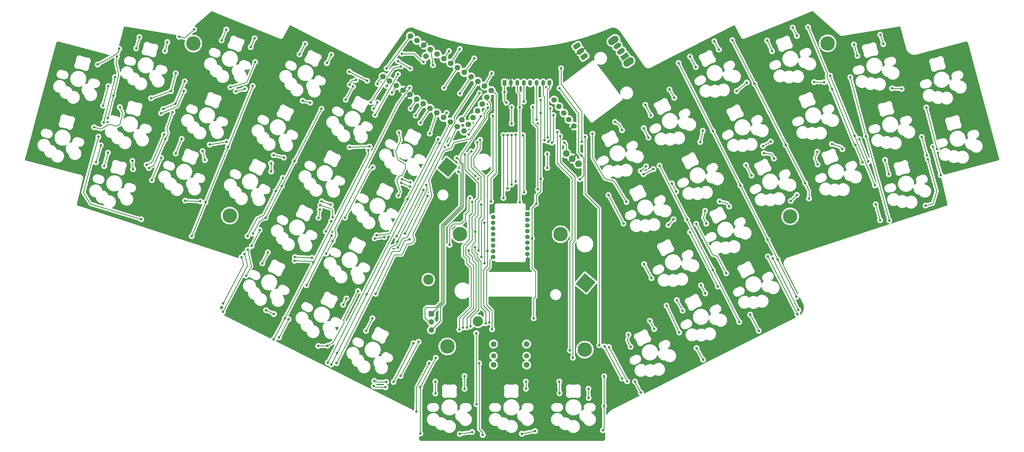
<source format=gbr>
%TF.GenerationSoftware,KiCad,Pcbnew,(6.0.4)*%
%TF.CreationDate,2023-01-19T20:07:12+01:00*%
%TF.ProjectId,Zazu,5a617a75-2e6b-4696-9361-645f70636258,rev?*%
%TF.SameCoordinates,Original*%
%TF.FileFunction,Copper,L1,Top*%
%TF.FilePolarity,Positive*%
%FSLAX46Y46*%
G04 Gerber Fmt 4.6, Leading zero omitted, Abs format (unit mm)*
G04 Created by KiCad (PCBNEW (6.0.4)) date 2023-01-19 20:07:12*
%MOMM*%
%LPD*%
G01*
G04 APERTURE LIST*
G04 Aperture macros list*
%AMRoundRect*
0 Rectangle with rounded corners*
0 $1 Rounding radius*
0 $2 $3 $4 $5 $6 $7 $8 $9 X,Y pos of 4 corners*
0 Add a 4 corners polygon primitive as box body*
4,1,4,$2,$3,$4,$5,$6,$7,$8,$9,$2,$3,0*
0 Add four circle primitives for the rounded corners*
1,1,$1+$1,$2,$3*
1,1,$1+$1,$4,$5*
1,1,$1+$1,$6,$7*
1,1,$1+$1,$8,$9*
0 Add four rect primitives between the rounded corners*
20,1,$1+$1,$2,$3,$4,$5,0*
20,1,$1+$1,$4,$5,$6,$7,0*
20,1,$1+$1,$6,$7,$8,$9,0*
20,1,$1+$1,$8,$9,$2,$3,0*%
%AMHorizOval*
0 Thick line with rounded ends*
0 $1 width*
0 $2 $3 position (X,Y) of the first rounded end (center of the circle)*
0 $4 $5 position (X,Y) of the second rounded end (center of the circle)*
0 Add line between two ends*
20,1,$1,$2,$3,$4,$5,0*
0 Add two circle primitives to create the rounded ends*
1,1,$1,$2,$3*
1,1,$1,$4,$5*%
%AMRotRect*
0 Rectangle, with rotation*
0 The origin of the aperture is its center*
0 $1 length*
0 $2 width*
0 $3 Rotation angle, in degrees counterclockwise*
0 Add horizontal line*
21,1,$1,$2,0,0,$3*%
G04 Aperture macros list end*
%TA.AperFunction,ComponentPad*%
%ADD10C,4.500000*%
%TD*%
%TA.AperFunction,ComponentPad*%
%ADD11C,3.200000*%
%TD*%
%TA.AperFunction,ComponentPad*%
%ADD12C,2.100000*%
%TD*%
%TA.AperFunction,ComponentPad*%
%ADD13RotRect,4.400000X4.400000X140.000000*%
%TD*%
%TA.AperFunction,ComponentPad*%
%ADD14C,1.752600*%
%TD*%
%TA.AperFunction,ComponentPad*%
%ADD15RoundRect,0.375000X0.829455X0.123000X0.399273X0.737364X-0.829455X-0.123000X-0.399273X-0.737364X0*%
%TD*%
%TA.AperFunction,ComponentPad*%
%ADD16R,1.700000X1.700000*%
%TD*%
%TA.AperFunction,ComponentPad*%
%ADD17O,1.700000X1.700000*%
%TD*%
%TA.AperFunction,ComponentPad*%
%ADD18C,1.800000*%
%TD*%
%TA.AperFunction,ComponentPad*%
%ADD19C,1.600000*%
%TD*%
%TA.AperFunction,ComponentPad*%
%ADD20C,1.700000*%
%TD*%
%TA.AperFunction,ComponentPad*%
%ADD21HorizOval,1.700000X0.000000X0.000000X0.000000X0.000000X0*%
%TD*%
%TA.AperFunction,ComponentPad*%
%ADD22HorizOval,2.200000X0.532449X0.372825X-0.532449X-0.372825X0*%
%TD*%
%TA.AperFunction,ComponentPad*%
%ADD23RotRect,1.500000X2.500000X125.000000*%
%TD*%
%TA.AperFunction,ComponentPad*%
%ADD24HorizOval,1.500000X0.409576X0.286788X-0.409576X-0.286788X0*%
%TD*%
%TA.AperFunction,ComponentPad*%
%ADD25R,1.400000X1.400000*%
%TD*%
%TA.AperFunction,ComponentPad*%
%ADD26C,1.400000*%
%TD*%
%TA.AperFunction,ComponentPad*%
%ADD27RoundRect,0.250000X-0.350000X-0.625000X0.350000X-0.625000X0.350000X0.625000X-0.350000X0.625000X0*%
%TD*%
%TA.AperFunction,ComponentPad*%
%ADD28O,1.200000X1.750000*%
%TD*%
%TA.AperFunction,ViaPad*%
%ADD29C,0.800000*%
%TD*%
%TA.AperFunction,Conductor*%
%ADD30C,0.250000*%
%TD*%
G04 APERTURE END LIST*
D10*
%TO.P,H10,1*%
%TO.N,N/C*%
X238452436Y-125369438D03*
%TD*%
D11*
%TO.P,SW36,*%
%TO.N,*%
X212703647Y-152483417D03*
X197240309Y-139507739D03*
D12*
%TO.P,SW36,A,A*%
%TO.N,Net-(R4-Pad2)*%
X243996342Y-103375636D03*
%TO.P,SW36,B,B*%
%TO.N,Net-(R6-Pad1)*%
X240166120Y-100161698D03*
%TO.P,SW36,C,C*%
%TO.N,GND*%
X242081231Y-101768667D03*
D13*
%TO.P,SW36,MP*%
%TO.N,N/C*%
X203190810Y-104446161D03*
X246217915Y-140547200D03*
%TD*%
D10*
%TO.P,H8,1*%
%TO.N,N/C*%
X321563075Y-65876331D03*
%TD*%
D14*
%TO.P,U1,1,TX0/PD3*%
%TO.N,MOTION*%
X185174396Y-77582685D03*
%TO.P,U1,2,RX1/PD2*%
%TO.N,NCS*%
X187280152Y-79003035D03*
%TO.P,U1,3,GND*%
%TO.N,GND*%
X189385907Y-80423385D03*
%TO.P,U1,4,GND*%
X191491662Y-81843735D03*
%TO.P,U1,5,2/PD1*%
%TO.N,SDA*%
X193597418Y-83264085D03*
%TO.P,U1,6,3/PD0*%
%TO.N,SCL*%
X195703173Y-84684435D03*
%TO.P,U1,7,4/PD4*%
%TO.N,row_0*%
X197808929Y-86104785D03*
%TO.P,U1,8,5/PC6*%
%TO.N,row_1*%
X199914684Y-87525135D03*
%TO.P,U1,9,6/PD7*%
%TO.N,row_2*%
X202020440Y-88945485D03*
%TO.P,U1,10,7/PE6*%
%TO.N,row_3*%
X204126195Y-90365835D03*
%TO.P,U1,11,8/PB4*%
%TO.N,row_4*%
X206231951Y-91786185D03*
%TO.P,U1,12,9/PB5*%
%TO.N,SR_CS*%
X208348890Y-93189954D03*
%TO.P,U1,13,10/PB6*%
%TO.N,row_5*%
X216859806Y-80572003D03*
%TO.P,U1,14,16/PB2*%
%TO.N,MOSI*%
X214754050Y-79151653D03*
%TO.P,U1,15,14/PB3*%
%TO.N,MISO*%
X212648295Y-77731303D03*
%TO.P,U1,16,15/PB1*%
%TO.N,SCLK*%
X210542540Y-76310953D03*
%TO.P,U1,17,A0/PF7*%
%TO.N,TFT_CS*%
X208436784Y-74890603D03*
%TO.P,U1,18,A1/PF6*%
%TO.N,LED_3V3*%
X206331029Y-73470253D03*
%TO.P,U1,19,A2/PF5*%
%TO.N,EncR*%
X204225273Y-72049903D03*
%TO.P,U1,20,A3/PF4*%
%TO.N,EncL*%
X202119518Y-70629553D03*
%TO.P,U1,21,VCC*%
%TO.N,VCC*%
X200013762Y-69209203D03*
%TO.P,U1,22,RST*%
%TO.N,RESET*%
X197908007Y-67788853D03*
%TO.P,U1,23,GND*%
%TO.N,GND*%
X195802251Y-66368503D03*
%TO.P,U1,24,B0*%
%TO.N,RAW*%
X193696496Y-64948153D03*
%TO.P,U1,25,B7*%
%TO.N,TFT_RST*%
X209758056Y-91100780D03*
%TO.P,U1,26,D5*%
%TO.N,TFT_BL*%
X211178406Y-88995024D03*
%TO.P,U1,27,C7*%
%TO.N,TFT_DC*%
X212598756Y-86889269D03*
%TO.P,U1,28,F1*%
%TO.N,row_6*%
X214019106Y-84783513D03*
%TO.P,U1,29,F0*%
%TO.N,GPIO16*%
X215439456Y-82677758D03*
%TO.P,U1,30,RGB*%
%TO.N,LED_5V*%
X207652301Y-89680430D03*
X196510025Y-69861447D03*
%TO.P,U1,31,GPIO10*%
%TO.N,GPIO10*%
X183171019Y-76207266D03*
%TO.P,U1,32,GPIO11*%
%TO.N,GPIO11*%
X191693119Y-63572733D03*
%TD*%
D15*
%TO.P,J4,1,Pin_1*%
%TO.N,bat+*%
X243483662Y-66696862D03*
%TO.P,J4,2,Pin_2*%
%TO.N,GND*%
X244630815Y-68335166D03*
%TO.P,J4,3,Pin_3*%
%TO.N,bat+*%
X245777968Y-69973470D03*
%TD*%
D10*
%TO.P,H9,1*%
%TO.N,N/C*%
X207131342Y-125369438D03*
%TD*%
%TO.P,H3,1*%
%TO.N,N/C*%
X245972677Y-161342170D03*
%TD*%
%TO.P,H2,1*%
%TO.N,N/C*%
X203186436Y-160340438D03*
%TD*%
D16*
%TO.P,J5,1,Pin_1*%
%TO.N,GPIO10*%
X198220436Y-150134438D03*
D17*
%TO.P,J5,2,Pin_2*%
%TO.N,GPIO11*%
X198220436Y-152674438D03*
%TO.P,J5,3,Pin_3*%
%TO.N,GPIO16*%
X198220436Y-155214438D03*
%TD*%
D18*
%TO.P,HAT1,1,1*%
%TO.N,Net-(D35-Pad1)*%
X217557347Y-159592101D03*
D19*
%TO.P,HAT1,2,2*%
%TO.N,Net-(D36-Pad1)*%
X217557347Y-163292101D03*
D18*
%TO.P,HAT1,3,3*%
%TO.N,Net-(D37-Pad1)*%
X217557347Y-166092101D03*
%TO.P,HAT1,4,4*%
%TO.N,row_5*%
X227857347Y-166092101D03*
D19*
%TO.P,HAT1,5,5*%
%TO.N,Net-(D38-Pad1)*%
X227857347Y-163292101D03*
D18*
%TO.P,HAT1,6,6*%
%TO.N,Net-(D39-Pad1)*%
X227857347Y-159592101D03*
%TD*%
D10*
%TO.P,H1,1*%
%TO.N,N/C*%
X135449344Y-119546080D03*
%TD*%
D20*
%TO.P,U5,1,VDD*%
%TO.N,VCC*%
X236420970Y-83535811D03*
D21*
%TO.P,U5,2,SDA*%
%TO.N,SDA*%
X237949581Y-85564345D03*
%TO.P,U5,3,SCL*%
%TO.N,SCL*%
X239478191Y-87592879D03*
%TO.P,U5,4,TRIG*%
%TO.N,unconnected-(U5-Pad4)*%
X241006801Y-89621413D03*
%TO.P,U5,5,GND*%
%TO.N,GND*%
X242535411Y-91649948D03*
%TD*%
D22*
%TO.P,SW37,*%
%TO.N,*%
X254891672Y-64964955D03*
X259594999Y-71682001D03*
D23*
%TO.P,SW37,1,A*%
%TO.N,unconnected-(SW37-Pad1)*%
X258390488Y-69961782D03*
D24*
%TO.P,SW37,2,B*%
%TO.N,bat+*%
X257243335Y-68323478D03*
%TO.P,SW37,3,C*%
%TO.N,RAW*%
X256096182Y-66685174D03*
%TD*%
D10*
%TO.P,H5,1*%
%TO.N,N/C*%
X124112666Y-65939356D03*
%TD*%
%TO.P,H4,1*%
%TO.N,N/C*%
X309907997Y-119800077D03*
%TD*%
D25*
%TO.P,U4,1,NC*%
%TO.N,unconnected-(U4-Pad1)*%
X228135346Y-119074438D03*
D26*
%TO.P,U4,2,NC*%
%TO.N,unconnected-(U4-Pad2)*%
X228135346Y-120854438D03*
%TO.P,U4,3,VDDPIX*%
%TO.N,Net-(C3-Pad1)*%
X228135346Y-122634438D03*
%TO.P,U4,4,VDD*%
%TO.N,VDD*%
X228135346Y-124414438D03*
%TO.P,U4,5,VDDIO*%
%TO.N,VCC*%
X228135346Y-126194438D03*
%TO.P,U4,6,NC*%
%TO.N,unconnected-(U4-Pad6)*%
X228135346Y-127974438D03*
%TO.P,U4,7,~{NRESET}*%
%TO.N,Net-(R2-Pad1)*%
X228135346Y-129754438D03*
%TO.P,U4,8,GND*%
%TO.N,GND*%
X228135346Y-131534438D03*
%TO.P,U4,9,MOTION*%
%TO.N,MOTION*%
X217435346Y-132424438D03*
%TO.P,U4,10,SCLK*%
%TO.N,SCLK*%
X217435346Y-130644438D03*
%TO.P,U4,11,MOSI*%
%TO.N,MOSI*%
X217435346Y-128864438D03*
%TO.P,U4,12,MISO*%
%TO.N,MISO*%
X217435346Y-127084438D03*
%TO.P,U4,13,~{NCS}*%
%TO.N,NCS*%
X217435346Y-125304438D03*
%TO.P,U4,14,NC*%
%TO.N,unconnected-(U4-Pad14)*%
X217435346Y-123524438D03*
%TO.P,U4,15,LED_P*%
%TO.N,Net-(R1-Pad2)*%
X217435346Y-121744438D03*
%TO.P,U4,16,NC*%
%TO.N,unconnected-(U4-Pad16)*%
X217435346Y-119964438D03*
%TD*%
D27*
%TO.P,J3,1,Pin_1*%
%TO.N,VCC*%
X220972000Y-78196003D03*
D28*
%TO.P,J3,2,Pin_2*%
%TO.N,GND*%
X222972000Y-78196003D03*
%TO.P,J3,3,Pin_3*%
%TO.N,MOSI*%
X224972000Y-78196003D03*
%TO.P,J3,4,Pin_4*%
%TO.N,SCLK*%
X226972000Y-78196003D03*
%TO.P,J3,5,Pin_5*%
%TO.N,TFT_CS*%
X228972000Y-78196003D03*
%TO.P,J3,6,Pin_6*%
%TO.N,TFT_DC*%
X230972000Y-78196003D03*
%TO.P,J3,7,Pin_7*%
%TO.N,TFT_RST*%
X232972000Y-78196003D03*
%TO.P,J3,8,Pin_8*%
%TO.N,TFT_BL*%
X234972000Y-78196003D03*
%TD*%
D29*
%TO.N,VCC*%
X220972000Y-81044874D03*
X230852436Y-115844438D03*
X229522436Y-126674438D03*
X230052436Y-151544438D03*
X232242436Y-108074438D03*
X232232436Y-83544438D03*
X221594740Y-84387535D03*
X196588900Y-110027974D03*
X189982436Y-125124438D03*
X232242436Y-87604438D03*
%TO.N,GND*%
X285592436Y-123114438D03*
X316902436Y-57704438D03*
X140572436Y-88544438D03*
X292652436Y-117644438D03*
X185256000Y-160048000D03*
X196950436Y-97556438D03*
X187796000Y-161572000D03*
X224452436Y-85784438D03*
X189852436Y-73824438D03*
X316522436Y-104764438D03*
X229332436Y-174934438D03*
X89862436Y-92504438D03*
X179922000Y-135410000D03*
X228122436Y-135434438D03*
X235782436Y-175004438D03*
X194952436Y-73514438D03*
X318842436Y-62254438D03*
X217452436Y-175074438D03*
X249522436Y-176514438D03*
X94192436Y-74054438D03*
X170778000Y-149126000D03*
X215962436Y-92384438D03*
X170622436Y-125804438D03*
X86450000Y-94516000D03*
X137892436Y-97864438D03*
X327512436Y-100074438D03*
X179912436Y-131504438D03*
X217152436Y-84124438D03*
X231342436Y-149824438D03*
X231102436Y-135424438D03*
X224452436Y-83184438D03*
%TO.N,col0*%
X142582436Y-79134438D03*
X220642436Y-114064438D03*
X137322436Y-80814438D03*
X133332436Y-149574438D03*
X95982436Y-85284438D03*
X123602436Y-125964438D03*
X210272436Y-114084438D03*
X191432436Y-126984438D03*
X118622436Y-75204438D03*
X168692436Y-165534438D03*
X220642436Y-94434438D03*
X110932436Y-82964438D03*
X117142436Y-80734438D03*
X140162436Y-80064438D03*
X127893918Y-115375920D03*
X140002436Y-131494438D03*
X97652436Y-79174438D03*
X134844503Y-98226505D03*
X203882436Y-128674438D03*
%TO.N,col1*%
X187812436Y-129494438D03*
X167512436Y-120074438D03*
X221902436Y-111094438D03*
X93812436Y-102914438D03*
X163992436Y-86234438D03*
X180582436Y-126654438D03*
X146612436Y-120214438D03*
X111192436Y-108504438D03*
X197052436Y-113404438D03*
X142632436Y-125164438D03*
X163612436Y-116264438D03*
X183562436Y-126264438D03*
X151637611Y-110389613D03*
X114102436Y-101554438D03*
X95312436Y-97614438D03*
X221902436Y-94414438D03*
X155627296Y-102589298D03*
%TO.N,col2*%
X214212436Y-187944438D03*
X213092436Y-165584438D03*
X223172436Y-94394438D03*
X223172436Y-109844438D03*
X179957664Y-104489666D03*
X171302436Y-120214438D03*
X144762436Y-124044438D03*
X191602436Y-110504438D03*
X197552436Y-165544438D03*
X155642436Y-133624438D03*
X161466734Y-134158736D03*
X178602436Y-99194438D03*
X188772436Y-109324438D03*
X193542436Y-180584438D03*
X149112436Y-158134438D03*
X152602436Y-151564438D03*
X142272436Y-129014438D03*
%TO.N,col3*%
X194772436Y-173034438D03*
X167022436Y-165964438D03*
X199592436Y-163894438D03*
X194802436Y-187474438D03*
X187628695Y-127690697D03*
X178091476Y-144053478D03*
X224452436Y-108944438D03*
X168828119Y-162390121D03*
X183932436Y-173034438D03*
X195712436Y-111504438D03*
X180292436Y-172684438D03*
X224452436Y-94364438D03*
%TO.N,row_1*%
X181152436Y-125664438D03*
X200352436Y-95664438D03*
X303852436Y-96454438D03*
X274442436Y-112084438D03*
X258032436Y-122034438D03*
X166892436Y-116134438D03*
X149102436Y-100684438D03*
X134412436Y-96564438D03*
X273092436Y-109494438D03*
X190775967Y-114397969D03*
X152292436Y-101474438D03*
X164042436Y-115084438D03*
X273592436Y-120704438D03*
X272002436Y-122474438D03*
X253342436Y-113174438D03*
X129212436Y-97424438D03*
X197712436Y-94000438D03*
X301432436Y-97884438D03*
%TO.N,row_0*%
X211907247Y-107209627D03*
X296422436Y-78054438D03*
X210622436Y-99514438D03*
X264322436Y-92284438D03*
X143352436Y-71654438D03*
X179002436Y-98024438D03*
X191592436Y-109154438D03*
X160472436Y-84354438D03*
X135642436Y-79534438D03*
X194792436Y-90624438D03*
X189022436Y-108234438D03*
X172742436Y-98244438D03*
X293242436Y-80724438D03*
X265812436Y-95244438D03*
X158122436Y-83764438D03*
%TO.N,col4*%
X251612436Y-186474438D03*
X269232436Y-103994438D03*
X227082436Y-112254438D03*
X294052436Y-152684438D03*
X252002436Y-178914438D03*
X267302436Y-105034438D03*
X277788263Y-120778611D03*
X285810616Y-136516258D03*
X252002436Y-169634438D03*
X226732436Y-94474438D03*
X264242436Y-106624438D03*
%TO.N,col5*%
X311852436Y-144844438D03*
X285822436Y-93154438D03*
X275162436Y-71984438D03*
X306011427Y-133245447D03*
X238303567Y-94795569D03*
X242262436Y-163854438D03*
X294389695Y-110167179D03*
X302893320Y-127053554D03*
%TO.N,col6*%
X356772436Y-106934438D03*
X241322436Y-161574438D03*
X237422436Y-93514438D03*
X315782436Y-114224438D03*
X291902436Y-64874438D03*
X298802436Y-78444438D03*
X314568133Y-109418741D03*
X354342436Y-98104438D03*
X308523604Y-97543270D03*
%TO.N,row_3*%
X280762436Y-160864438D03*
X340772436Y-121074438D03*
X250472436Y-159944438D03*
X297462436Y-150434438D03*
X153742436Y-151854438D03*
X300122436Y-155464438D03*
X328622436Y-76424438D03*
X304472436Y-132844438D03*
X333492436Y-94864438D03*
X107882436Y-120694438D03*
X200775995Y-96977997D03*
X149182436Y-150214438D03*
X94562436Y-94934438D03*
X146742436Y-149044438D03*
X99732436Y-76374438D03*
X141042436Y-130194438D03*
X246062436Y-95064438D03*
X271412436Y-147634438D03*
X312442436Y-148994438D03*
X140542436Y-138284438D03*
X275372436Y-155984438D03*
X150802436Y-157534438D03*
X165962436Y-165364438D03*
X96182436Y-90534438D03*
X282782436Y-164444438D03*
%TO.N,row_2*%
X121582436Y-114884438D03*
X191472436Y-79694438D03*
X311962436Y-113104438D03*
X266712436Y-139054438D03*
X161042436Y-132684438D03*
X167499103Y-127531105D03*
X155732436Y-132484438D03*
X310092436Y-114974438D03*
X165452436Y-131424438D03*
X264422436Y-134654438D03*
X126262436Y-115124438D03*
X202962436Y-87504438D03*
%TO.N,col7*%
X341632436Y-79884438D03*
X317362436Y-77934438D03*
X344612436Y-80044438D03*
X265052436Y-104194438D03*
X231352436Y-111364438D03*
X336262436Y-110134438D03*
X229812436Y-85714438D03*
X263382436Y-105634438D03*
X322352436Y-75964438D03*
X282712436Y-93094438D03*
X329967062Y-94669812D03*
X320502436Y-77964438D03*
X281912436Y-96604438D03*
%TO.N,MOSI*%
X213692436Y-116124438D03*
X209302436Y-154424438D03*
X212832436Y-130414438D03*
X209802436Y-130414438D03*
X225722436Y-85784438D03*
X225732436Y-115334438D03*
X216982436Y-75244438D03*
%TO.N,MOTION*%
X217102436Y-154998938D03*
X213772436Y-132414438D03*
X184282436Y-79164438D03*
X213402436Y-95914438D03*
%TO.N,NCS*%
X185912436Y-81244438D03*
X211872436Y-124604438D03*
X212512436Y-96734438D03*
X210422436Y-154044438D03*
%TO.N,MISO*%
X211742436Y-129364438D03*
X187362436Y-125994438D03*
X215112436Y-153124438D03*
%TO.N,SCLK*%
X216262436Y-152814438D03*
X215672436Y-130604438D03*
X207112436Y-81514438D03*
X226982436Y-84034438D03*
X217302436Y-88504438D03*
%TO.N,Net-(R1-Pad2)*%
X214682436Y-121744438D03*
X214732436Y-134404438D03*
%TO.N,EncL*%
X203682436Y-68274438D03*
X244946000Y-100866000D03*
X238082436Y-79844438D03*
X244438000Y-108232000D03*
%TO.N,EncR*%
X245022436Y-96548000D03*
X207048407Y-67650409D03*
X238582436Y-73644438D03*
%TO.N,SDA*%
X234582436Y-96464438D03*
X235202436Y-86114438D03*
X191712436Y-86224438D03*
%TO.N,SCL*%
X235712436Y-96844438D03*
X236232436Y-88244438D03*
X193332436Y-88374438D03*
%TO.N,SR_CS*%
X223192436Y-90854438D03*
X223192436Y-85764438D03*
X213582436Y-88614438D03*
X209782436Y-94294438D03*
%TO.N,TFT_CS*%
X211572436Y-70534438D03*
%TO.N,row_4*%
X210892436Y-187024438D03*
X203452436Y-97654438D03*
X212182436Y-156204438D03*
X207042436Y-187604438D03*
X208632436Y-100494438D03*
X212262436Y-178314438D03*
X208042436Y-154434438D03*
X230482436Y-186714438D03*
X226362436Y-187554438D03*
%TO.N,RESET*%
X198718000Y-72672000D03*
%TO.N,TFT_DC*%
X230992436Y-89714438D03*
%TO.N,row_5*%
X216782436Y-115134438D03*
X210932436Y-115264438D03*
X206912436Y-155084438D03*
%TO.N,TFT_RST*%
X233462436Y-96054438D03*
%TO.N,TFT_BL*%
X234422436Y-95174438D03*
%TO.N,Net-(D59-Pad2)*%
X199442436Y-171274438D03*
X227652436Y-173514438D03*
X199452436Y-174974438D03*
X227632436Y-171294438D03*
%TO.N,LED_DO*%
X119702436Y-63824438D03*
X174742436Y-77284438D03*
X101012436Y-67534438D03*
X172752436Y-78774438D03*
X124352436Y-61524438D03*
X94332436Y-72444438D03*
%TO.N,Net-(D41-Pad4)*%
X147312436Y-131014438D03*
X145582436Y-134454438D03*
X171762436Y-145384438D03*
X170762436Y-147334438D03*
%TO.N,Net-(D42-Pad2)*%
X340582436Y-106634438D03*
X339452436Y-102204438D03*
X350872436Y-95054438D03*
X352432436Y-100794438D03*
%TO.N,Net-(D42-Pad4)*%
X318452436Y-103604438D03*
X331442436Y-95714438D03*
X334212436Y-102644438D03*
X318332436Y-99654438D03*
%TO.N,Net-(D44-Pad2)*%
X258952436Y-115294438D03*
X248352436Y-94044438D03*
X257562436Y-92934438D03*
X255392436Y-90364438D03*
%TO.N,Net-(D45-Pad2)*%
X274622436Y-145894438D03*
X276412436Y-149174438D03*
%TO.N,Net-(D45-Pad4)*%
X282152436Y-141284438D03*
X259572436Y-156624438D03*
X283492436Y-143814438D03*
X260232436Y-160444438D03*
%TO.N,Net-(D46-Pad2)*%
X115272436Y-68264438D03*
X116022436Y-65454438D03*
%TO.N,Net-(D48-Pad2)*%
X97522436Y-99944438D03*
X96362436Y-104114438D03*
X126982436Y-99464438D03*
X127702436Y-102244438D03*
X109562436Y-103714438D03*
X114982436Y-94294438D03*
%TO.N,GPIO10*%
X181456436Y-78506438D03*
X206094436Y-101620438D03*
%TO.N,Net-(D51-Pad2)*%
X278702436Y-124714438D03*
X287372436Y-141674438D03*
%TO.N,Net-(D52-Pad2)*%
X179842436Y-151544438D03*
X188632436Y-169514438D03*
X208522436Y-169574438D03*
X208542436Y-173514438D03*
X177882436Y-155464438D03*
X194222436Y-158904438D03*
%TO.N,Net-(D53-Pad2)*%
X106312436Y-67404438D03*
X141962436Y-67024438D03*
X107332436Y-63914438D03*
X143172436Y-64284438D03*
%TO.N,Net-(D55-Pad2)*%
X118632436Y-100174438D03*
X148342436Y-103204438D03*
X148352436Y-105804438D03*
X120472436Y-95654438D03*
%TO.N,Net-(D57-Pad2)*%
X286302436Y-65224438D03*
X264822436Y-85054438D03*
X287702436Y-67814438D03*
X266502436Y-88294438D03*
%TO.N,Net-(D58-Pad2)*%
X287932436Y-115134438D03*
X290912436Y-116724438D03*
%TO.N,Net-(D60-Pad2)*%
X167042436Y-69404438D03*
X132912436Y-64944438D03*
X165682436Y-72034438D03*
X134372436Y-61554438D03*
%TO.N,Net-(D62-Pad2)*%
X163462436Y-117634438D03*
X163072436Y-120214438D03*
%TO.N,Net-(D64-Pad2)*%
X280532436Y-73224438D03*
X310682436Y-60924438D03*
X311992436Y-63564438D03*
X278732436Y-70004438D03*
%TO.N,Net-(D65-Pad2)*%
X283432436Y-118034438D03*
X283802436Y-122054438D03*
X301722436Y-100094438D03*
X304852436Y-101764438D03*
%TO.N,Net-(D66-Pad2)*%
X247112436Y-173504438D03*
X247172436Y-176424438D03*
%TO.N,Net-(D67-Pad2)*%
X157152436Y-69284438D03*
X181392436Y-84294438D03*
X158922436Y-65974438D03*
X180282436Y-86234438D03*
%TO.N,Net-(D68-Pad2)*%
X121192436Y-80694438D03*
X114062436Y-87624438D03*
%TO.N,Net-(D69-Pad2)*%
X165332436Y-124504438D03*
X167042436Y-121244438D03*
%TO.N,LED_3V3*%
X202172436Y-79684438D03*
%TO.N,LED_PWR*%
X118542436Y-84674438D03*
X99222684Y-82164686D03*
X115412436Y-95704438D03*
X121432436Y-77704438D03*
X280654744Y-122146746D03*
X330222436Y-97554438D03*
X100325508Y-69967510D03*
X322892000Y-80154874D03*
X151952436Y-107794438D03*
X253482436Y-160534438D03*
X186442436Y-171394438D03*
X188762436Y-73064438D03*
X117642436Y-87284438D03*
X114742436Y-86324438D03*
X140962436Y-125964438D03*
X97452436Y-89214438D03*
X110282436Y-104734438D03*
X315481770Y-60813772D03*
X259152436Y-171224438D03*
X289997584Y-137529586D03*
X179359610Y-84241612D03*
X149762436Y-111854438D03*
X332412436Y-103014438D03*
X192632436Y-159314438D03*
%TO.N,LED_5V*%
X195752436Y-71634438D03*
X213202436Y-81364438D03*
X189076436Y-69108438D03*
%TO.N,row_6*%
X337912436Y-120984438D03*
X133342436Y-146944438D03*
X352732436Y-101954438D03*
X352262436Y-85854438D03*
X180442436Y-171074438D03*
X352052436Y-116414438D03*
X355592436Y-98824438D03*
X336542436Y-116034438D03*
X263402436Y-174714438D03*
X184142436Y-171384438D03*
X302962436Y-132274438D03*
X139082436Y-132534438D03*
X312152436Y-150344438D03*
X261572436Y-171274438D03*
X162992436Y-160174438D03*
X215782436Y-85914438D03*
X165842436Y-160124438D03*
X175372436Y-143074438D03*
X180872436Y-143944438D03*
%TO.N,Net-(D83-Pad2)*%
X93222436Y-91994438D03*
X101232436Y-85734438D03*
%TO.N,Net-(D84-Pad2)*%
X159322436Y-141274438D03*
X167142436Y-125794438D03*
%TO.N,Net-(D87-Pad2)*%
X330832436Y-69744438D03*
X329762436Y-66224438D03*
%TO.N,Net-(D74-Pad2)*%
X171562436Y-83424438D03*
X173822436Y-79304438D03*
%TO.N,Net-(D47-Pad4)*%
X188142436Y-93654438D03*
X187932436Y-113274438D03*
%TO.N,Net-(D48-Pad4)*%
X105352436Y-105074438D03*
X105132436Y-102504438D03*
%TO.N,GPIO11*%
X184250436Y-73680438D03*
X187806436Y-75458438D03*
X206665577Y-105875297D03*
X180694436Y-88158438D03*
%TO.N,Net-(D71-Pad2)*%
X338882436Y-66104438D03*
X302732436Y-64994438D03*
X304262436Y-68304438D03*
X337962436Y-63184438D03*
%TO.N,Net-(D72-Pad2)*%
X296162436Y-103794438D03*
X322882436Y-97254438D03*
X326142436Y-98864438D03*
X297882436Y-107074438D03*
%TO.N,Net-(D73-Pad2)*%
X238022436Y-171274438D03*
X267562436Y-154894438D03*
X252102436Y-160314438D03*
X238102436Y-174944438D03*
X266202436Y-152334438D03*
X257582436Y-170354438D03*
%TO.N,LED_SHFT_5V*%
X178212436Y-77534438D03*
X187806436Y-71394438D03*
X172672436Y-74694438D03*
X191612436Y-73704438D03*
%TO.N,Net-(D50-Pad2)*%
X272332436Y-80234438D03*
X273822436Y-82814438D03*
%TO.N,Net-(R6-Pad1)*%
X234278000Y-100358000D03*
X239612000Y-96802000D03*
X234278000Y-104676000D03*
%TD*%
D30*
%TO.N,VCC*%
X189982436Y-125124438D02*
X196852436Y-111354438D01*
X230852436Y-113264438D02*
X230852436Y-115844438D01*
X230632436Y-137054438D02*
X229522436Y-135944438D01*
X232232436Y-83544438D02*
X232242436Y-87604438D01*
X232242436Y-87604438D02*
X232242436Y-108074438D01*
X231272436Y-112844438D02*
X230852436Y-113264438D01*
X230052436Y-151544438D02*
X230052436Y-145364438D01*
X232242436Y-108074438D02*
X232242436Y-111874438D01*
X196852436Y-111354438D02*
X196588900Y-110027974D01*
X230632436Y-144784438D02*
X230632436Y-137054438D01*
X220972000Y-83764795D02*
X221594740Y-84387535D01*
X229522436Y-117174438D02*
X230852436Y-115844438D01*
X232242436Y-111874438D02*
X231272436Y-112844438D01*
X229522436Y-126674438D02*
X229522436Y-117174438D01*
X220972000Y-79734002D02*
X220972000Y-81044874D01*
X220972000Y-78196003D02*
X220972000Y-79734002D01*
X230052436Y-145364438D02*
X230632436Y-144784438D01*
X229522436Y-135944438D02*
X229522436Y-126674438D01*
X220972000Y-81044874D02*
X220972000Y-83764795D01*
%TO.N,GND*%
X318542436Y-105524438D02*
X326302436Y-102324438D01*
X316902436Y-57704438D02*
X318842436Y-62254438D01*
X216532436Y-87274438D02*
X217152436Y-86654438D01*
X92872436Y-90324438D02*
X89862436Y-92504438D01*
X223312436Y-81204438D02*
X224452436Y-82344438D01*
X176362436Y-132144438D02*
X179912436Y-131504438D01*
X231342436Y-145704438D02*
X231342436Y-149824438D01*
X215962436Y-92384438D02*
X215962436Y-87844438D01*
X170622436Y-125804438D02*
X171692436Y-129674438D01*
X237182436Y-176484438D02*
X244602436Y-176484438D01*
X194262436Y-74464438D02*
X194952436Y-73514438D01*
X222972000Y-80864002D02*
X223312436Y-81204438D01*
X248452436Y-177544438D02*
X249522436Y-176514438D01*
X235782436Y-175004438D02*
X237182436Y-176484438D01*
X316522436Y-104764438D02*
X318542436Y-105524438D01*
X245782436Y-177564438D02*
X248452436Y-177544438D01*
X228135346Y-135421528D02*
X228122436Y-135434438D01*
X189852436Y-73824438D02*
X191182436Y-74754438D01*
X224452436Y-82344438D02*
X224452436Y-83184438D01*
X217152436Y-86654438D02*
X217152436Y-84124438D01*
X222972000Y-78196003D02*
X222972000Y-80864002D01*
X231952436Y-143674438D02*
X231952436Y-145094438D01*
X244602436Y-176484438D02*
X245782436Y-177564438D01*
X231102436Y-135424438D02*
X231952436Y-136274438D01*
X326302436Y-102324438D02*
X327512436Y-100074438D01*
X191182436Y-74754438D02*
X194262436Y-74464438D01*
X96152436Y-78164438D02*
X92872436Y-90324438D01*
X231952436Y-145094438D02*
X231362436Y-145684438D01*
X218812436Y-176504438D02*
X227462436Y-176544438D01*
X285592436Y-123114438D02*
X291772436Y-119864438D01*
X217452436Y-175074438D02*
X218812436Y-176504438D01*
X94192436Y-74054438D02*
X96152436Y-78164438D01*
X231362436Y-145684438D02*
X231342436Y-145704438D01*
X227462436Y-176544438D02*
X229332436Y-174934438D01*
X231952436Y-136274438D02*
X231952436Y-143674438D01*
X215962436Y-87844438D02*
X216532436Y-87274438D01*
X140572436Y-88544438D02*
X137482436Y-96164438D01*
X291772436Y-119864438D02*
X292652436Y-117644438D01*
X137482436Y-96164438D02*
X137892436Y-97864438D01*
X224452436Y-83184438D02*
X224452436Y-85784438D01*
X228135346Y-131534438D02*
X228135346Y-135421528D01*
X171692436Y-129674438D02*
X176362436Y-132144438D01*
%TO.N,col0*%
X134091763Y-100083765D02*
X134844503Y-98226505D01*
X220642436Y-94434438D02*
X220642436Y-114064438D01*
X186012436Y-130704438D02*
X179160000Y-144808000D01*
X209872436Y-118034438D02*
X209122436Y-118784438D01*
X209872436Y-114484438D02*
X209872436Y-115754438D01*
X123602436Y-125964438D02*
X127893918Y-115375920D01*
X97652436Y-79174438D02*
X95982436Y-85284438D01*
X188342436Y-130684438D02*
X186012436Y-130704438D01*
X204422436Y-122864438D02*
X203882436Y-123404438D01*
X118622436Y-75204438D02*
X117142436Y-80734438D01*
X189822436Y-127404438D02*
X188342436Y-130684438D01*
X205172436Y-122114438D02*
X204422436Y-122864438D01*
X191432436Y-126984438D02*
X189822436Y-127404438D01*
X133332436Y-149574438D02*
X140952436Y-135074438D01*
X203882436Y-123404438D02*
X203882436Y-128674438D01*
X207472436Y-122114438D02*
X206202436Y-122114438D01*
X134844503Y-98226505D02*
X142582436Y-79134438D01*
X208762436Y-119144438D02*
X208762436Y-120394438D01*
X179160000Y-144808000D02*
X168692436Y-165534438D01*
X140162436Y-80064438D02*
X137322436Y-80814438D01*
X208762436Y-120824438D02*
X207702436Y-121884438D01*
X210272436Y-114084438D02*
X209872436Y-114484438D01*
X117142436Y-80734438D02*
X110932436Y-82964438D01*
X207702436Y-121884438D02*
X207472436Y-122114438D01*
X209872436Y-115754438D02*
X209872436Y-118034438D01*
X206202436Y-122114438D02*
X205172436Y-122114438D01*
X140952436Y-135074438D02*
X140002436Y-131494438D01*
X127893918Y-115375920D02*
X134091763Y-100083765D01*
X208762436Y-120394438D02*
X208762436Y-120824438D01*
X209122436Y-118784438D02*
X208762436Y-119144438D01*
%TO.N,col1*%
X155627296Y-102589298D02*
X151637611Y-110389613D01*
X183562436Y-126264438D02*
X180582436Y-126654438D01*
X197052436Y-113404438D02*
X190662436Y-126264438D01*
X93812436Y-102914438D02*
X95312436Y-97614438D01*
X221902436Y-94414438D02*
X221902436Y-111094438D01*
X151637611Y-110389613D02*
X146612436Y-120214438D01*
X144762436Y-121164438D02*
X146612436Y-120214438D01*
X163992436Y-86234438D02*
X155627296Y-102589298D01*
X190662436Y-126264438D02*
X189152436Y-126664438D01*
X167362436Y-117564438D02*
X163612436Y-116264438D01*
X167512436Y-120074438D02*
X167362436Y-117564438D01*
X189152436Y-126664438D02*
X187812436Y-129494438D01*
X142632436Y-125164438D02*
X144762436Y-121164438D01*
X114102436Y-101554438D02*
X111192436Y-108504438D01*
%TO.N,col2*%
X213092436Y-165584438D02*
X213092436Y-186104438D01*
X223172436Y-94394438D02*
X223172436Y-109844438D01*
X155642436Y-133624438D02*
X160812436Y-133784438D01*
X152602436Y-151564438D02*
X161466734Y-134158736D01*
X161466734Y-134158736D02*
X178682436Y-100354438D01*
X191602436Y-110504438D02*
X188772436Y-109324438D01*
X149112436Y-158134438D02*
X152602436Y-151564438D01*
X193572436Y-173044438D02*
X193542436Y-180584438D01*
X213092436Y-186104438D02*
X213692436Y-186704438D01*
X214212436Y-187224438D02*
X214212436Y-187944438D01*
X171302436Y-120214438D02*
X178872436Y-105454438D01*
X213692436Y-186704438D02*
X214212436Y-187224438D01*
X178682436Y-100354438D02*
X178602436Y-99194438D01*
X160812436Y-133784438D02*
X161466734Y-134158736D01*
X178872436Y-105454438D02*
X179957664Y-104489666D01*
X197552436Y-165544438D02*
X193572436Y-173044438D01*
X142272436Y-129014438D02*
X144762436Y-124044438D01*
%TO.N,col3*%
X185542436Y-129304438D02*
X187102436Y-128744438D01*
X187102436Y-128744438D02*
X187628695Y-127690697D01*
X194772436Y-187444438D02*
X194802436Y-187474438D01*
X167022436Y-165964438D02*
X168828119Y-162390121D01*
X180642436Y-173034438D02*
X180292436Y-172684438D01*
X187628695Y-127690697D02*
X195712436Y-111504438D01*
X168828119Y-162390121D02*
X178091476Y-144053478D01*
X178091476Y-144053478D02*
X185542436Y-129304438D01*
X194772436Y-173034438D02*
X199592436Y-163894438D01*
X194772436Y-173034438D02*
X194772436Y-187444438D01*
X224452436Y-94364438D02*
X224452436Y-108944438D01*
X183932436Y-173034438D02*
X180642436Y-173034438D01*
%TO.N,row_1*%
X166892436Y-116134438D02*
X164042436Y-115084438D01*
X258032436Y-122034438D02*
X253342436Y-113174438D01*
X303852436Y-96454438D02*
X301432436Y-97884438D01*
X199914684Y-87525135D02*
X197712436Y-94000438D01*
X190775967Y-114397969D02*
X185282436Y-125144438D01*
X185282436Y-125144438D02*
X181152436Y-125664438D01*
X152292436Y-101474438D02*
X149102436Y-100684438D01*
X200352436Y-95664438D02*
X190775967Y-114397969D01*
X272002436Y-122474438D02*
X273592436Y-120704438D01*
X274442436Y-112084438D02*
X273092436Y-109494438D01*
X134412436Y-96564438D02*
X129212436Y-97424438D01*
%TO.N,row_0*%
X179002436Y-98024438D02*
X172742436Y-98244438D01*
X209592436Y-100544438D02*
X209592436Y-104894816D01*
X140712436Y-78034438D02*
X135642436Y-79534438D01*
X296422436Y-78054438D02*
X293242436Y-80724438D01*
X209592436Y-104894816D02*
X211907247Y-107209627D01*
X197808929Y-86104785D02*
X194792436Y-90624438D01*
X143352436Y-71654438D02*
X140712436Y-78034438D01*
X191592436Y-109154438D02*
X189022436Y-108234438D01*
X265812436Y-95244438D02*
X264322436Y-92284438D01*
X160472436Y-84354438D02*
X158122436Y-83764438D01*
X210622436Y-99514438D02*
X209592436Y-100544438D01*
%TO.N,col4*%
X226972436Y-94714438D02*
X226972436Y-96234438D01*
X226732436Y-94474438D02*
X226972436Y-94714438D01*
X226972436Y-96234438D02*
X226972436Y-112144438D01*
X252002436Y-178914438D02*
X252002436Y-186084438D01*
X285810616Y-136516258D02*
X294052436Y-152684438D01*
X277788263Y-120778611D02*
X285810616Y-136516258D01*
X226972436Y-112144438D02*
X227082436Y-112254438D01*
X267302436Y-105034438D02*
X264242436Y-106624438D01*
X252002436Y-186084438D02*
X251612436Y-186474438D01*
X269232436Y-103994438D02*
X277788263Y-120778611D01*
X252002436Y-169634438D02*
X252002436Y-178914438D01*
%TO.N,col5*%
X285822436Y-93154438D02*
X275162436Y-71984438D01*
X294389695Y-110167179D02*
X302893320Y-127053554D01*
X306011427Y-133245447D02*
X311852436Y-144844438D01*
X242882436Y-127394438D02*
X242882436Y-107464438D01*
X285822436Y-93154438D02*
X294389695Y-110167179D01*
X242262436Y-163854438D02*
X242262436Y-128014438D01*
X242882436Y-107464438D02*
X238303567Y-102885569D01*
X302893320Y-127053554D02*
X306011427Y-133245447D01*
X238303567Y-102885569D02*
X238303567Y-94795569D01*
X242262436Y-128014438D02*
X242882436Y-127394438D01*
%TO.N,col6*%
X237422436Y-103274438D02*
X237422436Y-93514438D01*
X241322436Y-127744438D02*
X242002436Y-127064438D01*
X298802436Y-78444438D02*
X291902436Y-64874438D01*
X298802436Y-78444438D02*
X308523604Y-97543270D01*
X308523604Y-97543270D02*
X314568133Y-109418741D01*
X241322436Y-161574438D02*
X241322436Y-127744438D01*
X356772436Y-106934438D02*
X354342436Y-98104438D01*
X242002436Y-107854438D02*
X237422436Y-103274438D01*
X314568133Y-109418741D02*
X315782436Y-111804438D01*
X242002436Y-127064438D02*
X242002436Y-107854438D01*
X315782436Y-111804438D02*
X315782436Y-114224438D01*
%TO.N,row_3*%
X300122436Y-155464438D02*
X297462436Y-150434438D01*
X204126195Y-90365835D02*
X203282436Y-92054438D01*
X140542436Y-138284438D02*
X142132436Y-135344438D01*
X107882436Y-120694438D02*
X92112436Y-115904438D01*
X149182436Y-150214438D02*
X146742436Y-149044438D01*
X99732436Y-76374438D02*
X96182436Y-90534438D01*
X249302436Y-116024438D02*
X246062436Y-112784438D01*
X92112436Y-115904438D02*
X89872436Y-112394438D01*
X333492436Y-94864438D02*
X340772436Y-121074438D01*
X250472436Y-117194438D02*
X249302436Y-116024438D01*
X246062436Y-112784438D02*
X246062436Y-95064438D01*
X200775995Y-96977997D02*
X165962436Y-165364438D01*
X89872436Y-112394438D02*
X94562436Y-94934438D01*
X203282436Y-92054438D02*
X200775995Y-96977997D01*
X250472436Y-159944438D02*
X250472436Y-117194438D01*
X275372436Y-155984438D02*
X271412436Y-147634438D01*
X142132436Y-135344438D02*
X141042436Y-130194438D01*
X304472436Y-132844438D02*
X312442436Y-148994438D01*
X333492436Y-94864438D02*
X328622436Y-76424438D01*
X150802436Y-157534438D02*
X153742436Y-151854438D01*
X282782436Y-164444438D02*
X280762436Y-160864438D01*
%TO.N,row_2*%
X165452436Y-131424438D02*
X167499103Y-127531105D01*
X161042436Y-132684438D02*
X155732436Y-132484438D01*
X187722513Y-84854515D02*
X191472436Y-79694438D01*
X266712436Y-139054438D02*
X264422436Y-134654438D01*
X168052436Y-123904438D02*
X187722513Y-84854515D01*
X311962436Y-113104438D02*
X310092436Y-114974438D01*
X126262436Y-115124438D02*
X121582436Y-114884438D01*
X168522436Y-125584438D02*
X168052436Y-123904438D01*
X202962436Y-87504438D02*
X202020440Y-88945485D01*
X167499103Y-127531105D02*
X168522436Y-125584438D01*
%TO.N,col7*%
X229812436Y-90634438D02*
X230772436Y-91594438D01*
X322352436Y-75964438D02*
X329967062Y-94669812D01*
X230772436Y-91594438D02*
X231352436Y-92174438D01*
X231352436Y-92174438D02*
X231352436Y-111364438D01*
X229812436Y-85714438D02*
X229812436Y-90634438D01*
X265052436Y-104194438D02*
X263382436Y-105634438D01*
X344612436Y-80044438D02*
X341632436Y-79884438D01*
X320502436Y-77964438D02*
X317362436Y-77934438D01*
X282712436Y-93094438D02*
X281912436Y-96604438D01*
X329967062Y-94669812D02*
X336262436Y-110134438D01*
%TO.N,MOSI*%
X212922436Y-120624438D02*
X212922436Y-130324438D01*
X209802436Y-131354438D02*
X209802436Y-130414438D01*
X212102436Y-134564438D02*
X211292436Y-133754438D01*
X225722436Y-115324438D02*
X225732436Y-115334438D01*
X210282436Y-131754438D02*
X210202436Y-131754438D01*
X210992436Y-132464438D02*
X210282436Y-131754438D01*
X225722436Y-81514438D02*
X225722436Y-85784438D01*
X212102436Y-137414438D02*
X212102436Y-134564438D01*
X210202436Y-131754438D02*
X209802436Y-131354438D01*
X213692436Y-119854438D02*
X212922436Y-120624438D01*
X210922436Y-149854438D02*
X212102436Y-148674438D01*
X213692436Y-116124438D02*
X213692436Y-119854438D01*
X209302436Y-151474438D02*
X210922436Y-149854438D01*
X225722436Y-85784438D02*
X225722436Y-115324438D01*
X216982436Y-75244438D02*
X214754050Y-79151653D01*
X225072436Y-80864438D02*
X225722436Y-81514438D01*
X212102436Y-148674438D02*
X212102436Y-137414438D01*
X211292436Y-133754438D02*
X210992436Y-133454438D01*
X210992436Y-133454438D02*
X210992436Y-132464438D01*
X224972000Y-78196003D02*
X224972000Y-80764002D01*
X224972000Y-80764002D02*
X225072436Y-80864438D01*
X212922436Y-130324438D02*
X212832436Y-130414438D01*
X209302436Y-154424438D02*
X209302436Y-151474438D01*
%TO.N,MOTION*%
X214612436Y-120354438D02*
X214612436Y-107244438D01*
X211422436Y-101664438D02*
X213390595Y-98756279D01*
X184282436Y-79164438D02*
X185174396Y-77582685D01*
X213772436Y-132414438D02*
X213772436Y-121194438D01*
X213772436Y-121194438D02*
X214612436Y-120354438D01*
X215362436Y-147424438D02*
X215362436Y-136674438D01*
X217102436Y-149164438D02*
X215362436Y-147424438D01*
X217102436Y-154998938D02*
X217102436Y-149164438D01*
X214612436Y-107244438D02*
X211422436Y-104054438D01*
X211422436Y-104054438D02*
X211422436Y-101664438D01*
X213402436Y-95914438D02*
X213402436Y-98744438D01*
X216392436Y-135644438D02*
X216392436Y-133467348D01*
X213402436Y-98744438D02*
X213390595Y-98756279D01*
X216392436Y-133467348D02*
X217435346Y-132424438D01*
X215362436Y-136674438D02*
X216392436Y-135644438D01*
%TO.N,NCS*%
X210552436Y-101314438D02*
X212152436Y-98964438D01*
X212152436Y-98964438D02*
X212512436Y-98394438D01*
X213642436Y-107484438D02*
X210552436Y-104394438D01*
X211872436Y-120374438D02*
X212672436Y-119574438D01*
X211872436Y-124604438D02*
X211872436Y-120374438D01*
X211872436Y-127804438D02*
X211872436Y-124604438D01*
X210552436Y-104394438D02*
X210552436Y-101314438D01*
X210812436Y-128864438D02*
X211872436Y-127804438D01*
X211782436Y-132004438D02*
X210812436Y-131034438D01*
X212942436Y-148934438D02*
X212942436Y-134134438D01*
X212942436Y-134134438D02*
X211782436Y-132974438D01*
X212512436Y-96734438D02*
X212512436Y-98394438D01*
X212672436Y-119574438D02*
X212672436Y-115394438D01*
X213642436Y-114424438D02*
X213642436Y-107484438D01*
X210422436Y-151454438D02*
X212942436Y-148934438D01*
X210422436Y-154044438D02*
X210422436Y-151454438D01*
X211782436Y-132974438D02*
X211782436Y-132004438D01*
X185912436Y-81244438D02*
X187280152Y-79003035D01*
X210812436Y-131034438D02*
X210812436Y-128864438D01*
X212672436Y-115394438D02*
X213642436Y-114424438D01*
%TO.N,MISO*%
X212612436Y-131714438D02*
X211742436Y-130844438D01*
X213642436Y-148064438D02*
X213642436Y-133814438D01*
X211742436Y-130844438D02*
X211742436Y-129364438D01*
X215112436Y-153124438D02*
X215112436Y-149534438D01*
X205592436Y-90404438D02*
X204252436Y-92554438D01*
X212648295Y-77731303D02*
X205212436Y-88934438D01*
X213642436Y-133814438D02*
X212612436Y-132784438D01*
X212612436Y-132784438D02*
X212612436Y-131714438D01*
X215112436Y-149534438D02*
X213642436Y-148064438D01*
X205212436Y-88934438D02*
X205592436Y-90404438D01*
X204252436Y-92554438D02*
X187362436Y-125994438D01*
%TO.N,SCLK*%
X215592436Y-148804438D02*
X216262436Y-149474438D01*
X215672436Y-130604438D02*
X215672436Y-107314438D01*
X216262436Y-149474438D02*
X216262436Y-152814438D01*
X226982436Y-84034438D02*
X226972000Y-84024002D01*
X214492436Y-147704438D02*
X215592436Y-148804438D01*
X210542540Y-76310953D02*
X207112436Y-81514438D01*
X215672436Y-130604438D02*
X215672436Y-135124438D01*
X217302436Y-105684438D02*
X217302436Y-88504438D01*
X215672436Y-107314438D02*
X217302436Y-105684438D01*
X226972000Y-84024002D02*
X226972000Y-78196003D01*
X214492436Y-146024438D02*
X214492436Y-147414438D01*
X215672436Y-135124438D02*
X214492436Y-136304438D01*
X214492436Y-147414438D02*
X214492436Y-147704438D01*
X214492436Y-136304438D02*
X214492436Y-146024438D01*
%TO.N,Net-(R1-Pad2)*%
X214712436Y-134384438D02*
X214732436Y-134404438D01*
X214712436Y-131184438D02*
X214712436Y-129174438D01*
X214712436Y-129174438D02*
X214712436Y-121774438D01*
X214712436Y-121774438D02*
X214682436Y-121744438D01*
X214712436Y-131184438D02*
X214712436Y-134384438D01*
%TO.N,EncL*%
X202119518Y-70629553D02*
X203682436Y-68274438D01*
X244946000Y-100866000D02*
X243973520Y-99893520D01*
X244946000Y-100866000D02*
X245612436Y-101532436D01*
X245612436Y-101532436D02*
X245612436Y-107057564D01*
X243973520Y-87783354D02*
X238082436Y-79844438D01*
X245612436Y-107057564D02*
X244438000Y-108232000D01*
X243973520Y-99893520D02*
X243973520Y-87783354D01*
%TO.N,EncR*%
X245022436Y-96548000D02*
X245014568Y-96540132D01*
X245014568Y-96540132D02*
X245014568Y-87186570D01*
X238582436Y-78544438D02*
X238582436Y-73644438D01*
X207048407Y-67650409D02*
X204225273Y-72049903D01*
X245014568Y-87186570D02*
X238582436Y-78544438D01*
%TO.N,SDA*%
X235202436Y-95844438D02*
X234582436Y-96464438D01*
X235202436Y-86114438D02*
X235202436Y-95844438D01*
X191712436Y-86224438D02*
X193597418Y-83264085D01*
%TO.N,SCL*%
X195703173Y-84684435D02*
X193332436Y-88374438D01*
X236232436Y-88244438D02*
X236232436Y-96324438D01*
X236232436Y-96324438D02*
X235712436Y-96844438D01*
%TO.N,SR_CS*%
X213582436Y-88614438D02*
X209782436Y-94294438D01*
X223192436Y-85764438D02*
X223192436Y-90854438D01*
%TO.N,TFT_CS*%
X211572436Y-70534438D02*
X208436784Y-74890603D01*
%TO.N,row_4*%
X212762436Y-113994438D02*
X212762436Y-109294438D01*
X208042436Y-151604438D02*
X211291937Y-148354937D01*
X210892436Y-187024438D02*
X207042436Y-187604438D01*
X210052436Y-132784438D02*
X208902436Y-131644438D01*
X210852436Y-119914438D02*
X211822436Y-118944438D01*
X208042436Y-154434438D02*
X208042436Y-151604438D01*
X211822436Y-114934438D02*
X212762436Y-113994438D01*
X211291937Y-148354937D02*
X211291937Y-135183939D01*
X208662436Y-105194438D02*
X208662436Y-100524438D01*
X203452436Y-97654438D02*
X206231951Y-91786185D01*
X208902436Y-131644438D02*
X208882436Y-129434438D01*
X211822436Y-118944438D02*
X211822436Y-114934438D01*
X210062436Y-133954438D02*
X210052436Y-132784438D01*
X230482436Y-186714438D02*
X226362436Y-187554438D01*
X208662436Y-100524438D02*
X208632436Y-100494438D01*
X212262436Y-178314438D02*
X212182436Y-156204438D01*
X212762436Y-109294438D02*
X208662436Y-105194438D01*
X210892436Y-127114438D02*
X210852436Y-119914438D01*
X208882436Y-129434438D02*
X210892436Y-127114438D01*
X211291937Y-135183939D02*
X210062436Y-133954438D01*
%TO.N,RESET*%
X198718000Y-72672000D02*
X198452436Y-70834438D01*
X198452436Y-70834438D02*
X197908007Y-67788853D01*
%TO.N,TFT_DC*%
X230972000Y-78196003D02*
X230972000Y-89694002D01*
X230972000Y-89694002D02*
X230992436Y-89714438D01*
%TO.N,row_5*%
X207122436Y-151334438D02*
X206912436Y-151544438D01*
X210212436Y-135474438D02*
X210542436Y-135804438D01*
X206912436Y-151544438D02*
X206912436Y-155084438D01*
X210932436Y-118714438D02*
X210292436Y-119354438D01*
X208102436Y-132074438D02*
X209092436Y-133064438D01*
X209952436Y-126944438D02*
X208102436Y-129084438D01*
X209952436Y-125924438D02*
X209952436Y-126944438D01*
X217352436Y-107344438D02*
X216782436Y-107914438D01*
X209092436Y-133064438D02*
X209192436Y-133164438D01*
X210542436Y-147914438D02*
X207122436Y-151334438D01*
X210292436Y-119354438D02*
X209952436Y-119694438D01*
X218352436Y-106344438D02*
X217352436Y-107344438D01*
X210542436Y-135804438D02*
X210542436Y-144624438D01*
X218352436Y-81624438D02*
X218352436Y-106344438D01*
X210542436Y-144624438D02*
X210542436Y-147914438D01*
X209192436Y-133164438D02*
X209192436Y-134224438D01*
X209192436Y-134224438D02*
X209192436Y-134454438D01*
X209952436Y-119694438D02*
X209952436Y-125924438D01*
X209192436Y-134454438D02*
X210212436Y-135474438D01*
X216859806Y-80572003D02*
X218352436Y-81624438D01*
X216782436Y-107914438D02*
X216782436Y-115134438D01*
X210932436Y-115264438D02*
X210932436Y-118714438D01*
X208102436Y-129084438D02*
X208102436Y-132074438D01*
%TO.N,TFT_RST*%
X233462436Y-82564438D02*
X233462436Y-96054438D01*
X232972000Y-78196003D02*
X232972000Y-82074002D01*
X232972000Y-82074002D02*
X233462436Y-82564438D01*
%TO.N,TFT_BL*%
X234262436Y-80384438D02*
X234262436Y-83504438D01*
X234492436Y-80154438D02*
X234262436Y-80384438D01*
X234262436Y-83504438D02*
X234262436Y-95014438D01*
X234972000Y-79674874D02*
X234492436Y-80154438D01*
X234972000Y-78196003D02*
X234972000Y-79674874D01*
X234262436Y-95014438D02*
X234422436Y-95174438D01*
%TO.N,Net-(D59-Pad2)*%
X227652436Y-173514438D02*
X227632436Y-171294438D01*
X199442436Y-171274438D02*
X199452436Y-174974438D01*
%TO.N,LED_DO*%
X121442436Y-64134438D02*
X119702436Y-63824438D01*
X174742436Y-77284438D02*
X173392436Y-77594438D01*
X98192436Y-70274438D02*
X94332436Y-72444438D01*
X100702436Y-68814438D02*
X98192436Y-70274438D01*
X173392436Y-77594438D02*
X172752436Y-78774438D01*
X124352436Y-61524438D02*
X121442436Y-64134438D01*
X101012436Y-67534438D02*
X100702436Y-68814438D01*
%TO.N,Net-(D41-Pad4)*%
X170762436Y-147334438D02*
X171762436Y-145384438D01*
X145582436Y-134454438D02*
X147312436Y-131014438D01*
%TO.N,Net-(D42-Pad2)*%
X352432436Y-100794438D02*
X350872436Y-95054438D01*
X340582436Y-106634438D02*
X339452436Y-102204438D01*
%TO.N,Net-(D42-Pad4)*%
X317612436Y-101684438D02*
X318452436Y-103604438D01*
X334212436Y-102644438D02*
X331442436Y-95714438D01*
X318332436Y-99654438D02*
X317612436Y-101684438D01*
%TO.N,Net-(D44-Pad2)*%
X255392436Y-90364438D02*
X256732436Y-91094438D01*
X248392436Y-101544438D02*
X248352436Y-94044438D01*
X252102436Y-108014438D02*
X248392436Y-101544438D01*
X256732436Y-91094438D02*
X257562436Y-92934438D01*
X255012436Y-108754438D02*
X252102436Y-108014438D01*
X258952436Y-115294438D02*
X255012436Y-108754438D01*
%TO.N,Net-(D45-Pad2)*%
X274622436Y-145894438D02*
X276412436Y-149174438D01*
%TO.N,Net-(D45-Pad4)*%
X260232436Y-160444438D02*
X259192436Y-158454438D01*
X259192436Y-158454438D02*
X259572436Y-156624438D01*
X283492436Y-143814438D02*
X282152436Y-141284438D01*
%TO.N,Net-(D46-Pad2)*%
X115272436Y-68264438D02*
X116022436Y-65454438D01*
%TO.N,Net-(D48-Pad2)*%
X126982436Y-99464438D02*
X127702436Y-102244438D01*
X96362436Y-104114438D02*
X97522436Y-99944438D01*
X109562436Y-103714438D02*
X111372436Y-102704438D01*
X111372436Y-102704438D02*
X114982436Y-94294438D01*
%TO.N,GPIO10*%
X206914916Y-102186918D02*
X206914916Y-102948917D01*
X206094436Y-101620438D02*
X206348436Y-101620438D01*
X181456436Y-78506438D02*
X181456436Y-77921849D01*
X207676916Y-116801958D02*
X201776436Y-122702438D01*
X206914916Y-102948917D02*
X207676916Y-103710918D01*
X181456436Y-77921849D02*
X183171019Y-76207266D01*
X201776436Y-146578438D02*
X198220436Y-150134438D01*
X201776436Y-122702438D02*
X201776436Y-146578438D01*
X207676916Y-103710918D02*
X207676916Y-116801958D01*
X206348436Y-101620438D02*
X206914916Y-102186918D01*
%TO.N,Net-(D51-Pad2)*%
X287372436Y-141674438D02*
X278702436Y-124714438D01*
%TO.N,Net-(D52-Pad2)*%
X208542436Y-173514438D02*
X208522436Y-169574438D01*
X188632436Y-169514438D02*
X194222436Y-158904438D01*
X179842436Y-151544438D02*
X177882436Y-155464438D01*
%TO.N,Net-(D53-Pad2)*%
X107332436Y-63914438D02*
X106312436Y-67404438D01*
X141962436Y-67024438D02*
X143172436Y-64284438D01*
%TO.N,Net-(D55-Pad2)*%
X148342436Y-103204438D02*
X148352436Y-105804438D01*
X118632436Y-100174438D02*
X120472436Y-95654438D01*
%TO.N,Net-(D57-Pad2)*%
X264822436Y-85054438D02*
X266502436Y-88294438D01*
X287702436Y-67814438D02*
X286302436Y-65224438D01*
%TO.N,Net-(D58-Pad2)*%
X290912436Y-116724438D02*
X290282436Y-115644438D01*
X290282436Y-115644438D02*
X287932436Y-115134438D01*
%TO.N,Net-(D60-Pad2)*%
X134372436Y-61554438D02*
X132912436Y-64944438D01*
X165682436Y-72034438D02*
X167042436Y-69404438D01*
%TO.N,Net-(D62-Pad2)*%
X163462436Y-117634438D02*
X163072436Y-120214438D01*
%TO.N,Net-(D64-Pad2)*%
X278732436Y-70004438D02*
X280532436Y-73224438D01*
X311992436Y-63564438D02*
X310682436Y-60924438D01*
%TO.N,Net-(D65-Pad2)*%
X304852436Y-101764438D02*
X304062436Y-100384438D01*
X304062436Y-100384438D02*
X301722436Y-100094438D01*
X282842436Y-120264438D02*
X283432436Y-118034438D01*
X283802436Y-122054438D02*
X282842436Y-120264438D01*
%TO.N,Net-(D66-Pad2)*%
X247112436Y-173504438D02*
X247172436Y-176424438D01*
%TO.N,Net-(D67-Pad2)*%
X180282436Y-86234438D02*
X181392436Y-84294438D01*
X158922436Y-65974438D02*
X157152436Y-69284438D01*
%TO.N,Net-(D68-Pad2)*%
X121192436Y-80694438D02*
X119242436Y-85444438D01*
X119242436Y-85444438D02*
X114062436Y-87624438D01*
%TO.N,Net-(D69-Pad2)*%
X165332436Y-124504438D02*
X167042436Y-121244438D01*
%TO.N,LED_3V3*%
X202172436Y-79684438D02*
X206331029Y-73470253D01*
%TO.N,LED_PWR*%
X285752436Y-131774438D02*
X280654744Y-122146746D01*
X321292436Y-76214438D02*
X322892000Y-80154874D01*
X321472436Y-75294438D02*
X321292436Y-76214438D01*
X99222684Y-82164686D02*
X100852436Y-75674438D01*
X287162436Y-132204438D02*
X285752436Y-131774438D01*
X97452436Y-89214438D02*
X99222684Y-82164686D01*
X329772436Y-97104438D02*
X330222436Y-97554438D01*
X111737824Y-103859826D02*
X110282436Y-104734438D01*
X253482436Y-160534438D02*
X259152436Y-171224438D01*
X114742436Y-86324438D02*
X118542436Y-84674438D01*
X289997584Y-137529586D02*
X287162436Y-132204438D01*
X322892000Y-80154874D02*
X329772436Y-97104438D01*
X118542436Y-84674438D02*
X121432436Y-77704438D01*
X116232436Y-93974438D02*
X115822436Y-92424438D01*
X186329888Y-73571890D02*
X179359610Y-84241612D01*
X115822436Y-92424438D02*
X117642436Y-87284438D01*
X115412436Y-95704438D02*
X116232436Y-93974438D01*
X186329888Y-73571890D02*
X188762436Y-73064438D01*
X149762436Y-111854438D02*
X151952436Y-107794438D01*
X315481770Y-60813772D02*
X321472436Y-75294438D01*
X100852436Y-75674438D02*
X99992436Y-71774438D01*
X149762436Y-111854438D02*
X146002436Y-119384438D01*
X143912436Y-120434438D02*
X140962436Y-125964438D01*
X99992436Y-71774438D02*
X100325508Y-69967510D01*
X186442436Y-171394438D02*
X192632436Y-159314438D01*
X146002436Y-119384438D02*
X143912436Y-120434438D01*
X330222436Y-97554438D02*
X332412436Y-103014438D01*
X115412436Y-95704438D02*
X111737824Y-103859826D01*
%TO.N,LED_5V*%
X207652301Y-89680430D02*
X213202436Y-81364438D01*
X189076436Y-69108438D02*
X192906436Y-69108438D01*
X194612436Y-70814438D02*
X195752436Y-71634438D01*
X192906436Y-69108438D02*
X194612436Y-70814438D01*
%TO.N,row_6*%
X165842436Y-160124438D02*
X162992436Y-160174438D01*
X263402436Y-174714438D02*
X261572436Y-171274438D01*
X186712436Y-131764438D02*
X180872436Y-143944438D01*
X214562436Y-87774438D02*
X214742436Y-89104438D01*
X205232436Y-96714438D02*
X204332436Y-98604438D01*
X175372436Y-143074438D02*
X170852436Y-151994438D01*
X133342436Y-146944438D02*
X139722436Y-134814438D01*
X215782436Y-85914438D02*
X214562436Y-87774438D01*
X180752436Y-171384438D02*
X180442436Y-171074438D01*
X204332436Y-98604438D02*
X202042436Y-99284438D01*
X170852436Y-151994438D02*
X171012436Y-152834438D01*
X171012436Y-152834438D02*
X167552436Y-159154438D01*
X192912436Y-127154438D02*
X192362436Y-128064438D01*
X192362436Y-128064438D02*
X190522436Y-128514438D01*
X167552436Y-159154438D02*
X165842436Y-160124438D01*
X192342436Y-125434438D02*
X192912436Y-127154438D01*
X354292436Y-115894438D02*
X352052436Y-116414438D01*
X189032436Y-131744438D02*
X186712436Y-131764438D01*
X355532436Y-111904438D02*
X354292436Y-115894438D01*
X210412436Y-95504438D02*
X205232436Y-96714438D01*
X352732436Y-101954438D02*
X355532436Y-111904438D01*
X302962436Y-132274438D02*
X312152436Y-150344438D01*
X139722436Y-134814438D02*
X139082436Y-132534438D01*
X214742436Y-89104438D02*
X210412436Y-95504438D01*
X202042436Y-99284438D02*
X197382436Y-108414438D01*
X336542436Y-116034438D02*
X337912436Y-120984438D01*
X198292436Y-113394438D02*
X192342436Y-125434438D01*
X355592436Y-98824438D02*
X352262436Y-85854438D01*
X190522436Y-128514438D02*
X189032436Y-131744438D01*
X197382436Y-108414438D02*
X198292436Y-113394438D01*
X184142436Y-171384438D02*
X180752436Y-171384438D01*
%TO.N,Net-(D83-Pad2)*%
X102152436Y-87654438D02*
X101182436Y-91244438D01*
X97992436Y-91084438D02*
X95253865Y-92605867D01*
X100202436Y-91644438D02*
X97992436Y-91084438D01*
X101232436Y-85734438D02*
X102152436Y-87654438D01*
X93222436Y-91994438D02*
X95253865Y-92605867D01*
X101182436Y-91244438D02*
X100202436Y-91644438D01*
%TO.N,Net-(D84-Pad2)*%
X159322436Y-141274438D02*
X167142436Y-125794438D01*
%TO.N,Net-(D87-Pad2)*%
X329762436Y-66224438D02*
X330832436Y-69744438D01*
%TO.N,Net-(D74-Pad2)*%
X173822436Y-79304438D02*
X171562436Y-83424438D01*
%TO.N,Net-(D47-Pad4)*%
X187752436Y-102254438D02*
X189962436Y-103424438D01*
X187352436Y-108734438D02*
X188542436Y-112024438D01*
X188672436Y-96034438D02*
X187032436Y-99504438D01*
X188542436Y-112024438D02*
X187932436Y-113274438D01*
X188142436Y-93654438D02*
X188672436Y-96034438D01*
X190202436Y-104594438D02*
X189022436Y-106944438D01*
X189022436Y-106944438D02*
X188132436Y-107174438D01*
X187032436Y-99504438D02*
X187752436Y-102254438D01*
X189962436Y-103424438D02*
X190202436Y-104594438D01*
X188132436Y-107174438D02*
X187352436Y-108734438D01*
%TO.N,Net-(D48-Pad4)*%
X105132436Y-102504438D02*
X105352436Y-105074438D01*
%TO.N,GPIO11*%
X207227396Y-116615760D02*
X207227396Y-106437116D01*
X201326916Y-122516240D02*
X207227396Y-116615760D01*
X196696436Y-148102438D02*
X199616718Y-148102438D01*
X198220436Y-152674438D02*
X197458436Y-152674438D01*
X207227396Y-106437116D02*
X206665577Y-105875297D01*
X196188436Y-148610438D02*
X196696436Y-148102438D01*
X184250436Y-73680438D02*
X191693119Y-63572733D01*
X199616718Y-148102438D02*
X201326916Y-146392240D01*
X201326916Y-146392240D02*
X201326916Y-122516240D01*
X180694436Y-88158438D02*
X187806436Y-75458438D01*
X197458436Y-152674438D02*
X196188436Y-151404438D01*
X196188436Y-151404438D02*
X196188436Y-148610438D01*
%TO.N,Net-(D71-Pad2)*%
X302732436Y-64994438D02*
X304262436Y-68304438D01*
X338882436Y-66104438D02*
X337962436Y-63184438D01*
%TO.N,Net-(D72-Pad2)*%
X326142436Y-98864438D02*
X325842436Y-98214438D01*
X296162436Y-103794438D02*
X297882436Y-107074438D01*
X325842436Y-98214438D02*
X322882436Y-97254438D01*
%TO.N,Net-(D73-Pad2)*%
X252102436Y-160314438D02*
X257582436Y-170354438D01*
X238022436Y-171274438D02*
X238102436Y-174944438D01*
X267562436Y-154894438D02*
X266202436Y-152334438D01*
%TO.N,GPIO16*%
X216702916Y-84699532D02*
X215439456Y-83436072D01*
X202225956Y-122888636D02*
X208126436Y-116988156D01*
X215439456Y-83436072D02*
X215439456Y-82677758D01*
X216702916Y-86380438D02*
X216702916Y-84699532D01*
X201014436Y-152420438D02*
X201014436Y-147976156D01*
X207364436Y-102762720D02*
X207364436Y-100858438D01*
X215492436Y-88920438D02*
X215492436Y-87590918D01*
X215492436Y-87590918D02*
X216702916Y-86380438D01*
X207364436Y-100858438D02*
X212190436Y-93746438D01*
X202225956Y-146764636D02*
X202225956Y-122888636D01*
X212190436Y-93746438D02*
X215492436Y-88920438D01*
X208126436Y-103524720D02*
X207364436Y-102762720D01*
X208126436Y-116988156D02*
X208126436Y-103524720D01*
X198220436Y-155214438D02*
X201014436Y-152420438D01*
X201014436Y-147976156D02*
X202225956Y-146764636D01*
%TO.N,LED_SHFT_5V*%
X187806436Y-71394438D02*
X191612436Y-73704438D01*
X178212436Y-77534438D02*
X172672436Y-74694438D01*
%TO.N,Net-(D50-Pad2)*%
X273822436Y-82814438D02*
X272332436Y-80234438D01*
%TO.N,Net-(R6-Pad1)*%
X239612000Y-96802000D02*
X240166120Y-97356120D01*
X240166120Y-97356120D02*
X240166120Y-100161698D01*
X234278000Y-104676000D02*
X234278000Y-100358000D01*
%TD*%
%TA.AperFunction,Conductor*%
%TO.N,GND*%
G36*
X316996206Y-55869892D02*
G01*
X325206666Y-63158039D01*
X325219992Y-63171818D01*
X325222979Y-63175419D01*
X325225784Y-63179387D01*
X325229165Y-63182875D01*
X325229169Y-63182880D01*
X325230225Y-63183968D01*
X325234521Y-63188401D01*
X325250850Y-63200726D01*
X325251467Y-63201192D01*
X325257961Y-63206441D01*
X325373172Y-63306048D01*
X325527016Y-63402731D01*
X325693712Y-63475035D01*
X325698342Y-63476254D01*
X325717170Y-63481211D01*
X325869426Y-63521297D01*
X326050116Y-63540452D01*
X326198752Y-63533580D01*
X326226846Y-63532281D01*
X326226847Y-63532281D01*
X326231624Y-63532060D01*
X326364986Y-63505301D01*
X326376286Y-63503563D01*
X326393278Y-63501734D01*
X326393284Y-63501733D01*
X326398113Y-63501213D01*
X326402803Y-63499957D01*
X326402807Y-63499956D01*
X326405535Y-63499225D01*
X326410239Y-63497965D01*
X326411757Y-63497294D01*
X326430402Y-63492510D01*
X328297720Y-63184438D01*
X337048932Y-63184438D01*
X337049622Y-63191003D01*
X337067318Y-63359367D01*
X337068894Y-63374366D01*
X337127909Y-63555994D01*
X337131212Y-63561716D01*
X337131213Y-63561717D01*
X337156044Y-63604726D01*
X337223396Y-63721382D01*
X337227814Y-63726289D01*
X337227815Y-63726290D01*
X337306613Y-63813804D01*
X337351183Y-63863304D01*
X337505684Y-63975556D01*
X337511716Y-63978242D01*
X337514036Y-63979581D01*
X337563029Y-64030963D01*
X337571210Y-64050831D01*
X338052710Y-65579072D01*
X338065711Y-65620335D01*
X338067104Y-65691318D01*
X338054654Y-65721199D01*
X338047909Y-65732882D01*
X337988894Y-65914510D01*
X337988204Y-65921071D01*
X337988204Y-65921073D01*
X337976282Y-66034510D01*
X337968932Y-66104438D01*
X337969622Y-66111003D01*
X337987456Y-66280680D01*
X337988894Y-66294366D01*
X338047909Y-66475994D01*
X338051212Y-66481716D01*
X338051213Y-66481717D01*
X338079739Y-66531125D01*
X338143396Y-66641382D01*
X338147814Y-66646289D01*
X338147815Y-66646290D01*
X338266761Y-66778393D01*
X338271183Y-66783304D01*
X338425684Y-66895556D01*
X338431712Y-66898240D01*
X338431714Y-66898241D01*
X338587633Y-66967660D01*
X338600148Y-66973232D01*
X338691201Y-66992586D01*
X338780492Y-67011566D01*
X338780497Y-67011566D01*
X338786949Y-67012938D01*
X338977923Y-67012938D01*
X338984375Y-67011566D01*
X338984380Y-67011566D01*
X339073671Y-66992586D01*
X339164724Y-66973232D01*
X339177239Y-66967660D01*
X339333158Y-66898241D01*
X339333160Y-66898240D01*
X339339188Y-66895556D01*
X339493689Y-66783304D01*
X339498111Y-66778393D01*
X339617057Y-66646290D01*
X339617058Y-66646289D01*
X339621476Y-66641382D01*
X339685133Y-66531125D01*
X339713659Y-66481717D01*
X339713660Y-66481716D01*
X339716963Y-66475994D01*
X339775978Y-66294366D01*
X339777417Y-66280680D01*
X339795250Y-66111003D01*
X339795940Y-66104438D01*
X339788590Y-66034510D01*
X339776668Y-65921073D01*
X339776668Y-65921071D01*
X339775978Y-65914510D01*
X339716963Y-65732882D01*
X339711414Y-65723270D01*
X339651984Y-65620335D01*
X339621476Y-65567494D01*
X339604278Y-65548393D01*
X339498111Y-65430483D01*
X339498110Y-65430482D01*
X339493689Y-65425572D01*
X339379194Y-65342386D01*
X339344530Y-65317201D01*
X339344529Y-65317200D01*
X339339188Y-65313320D01*
X339333156Y-65310634D01*
X339330836Y-65309295D01*
X339281843Y-65257913D01*
X339273662Y-65238045D01*
X338900922Y-64055001D01*
X338779161Y-63668541D01*
X338777768Y-63597558D01*
X338790217Y-63567678D01*
X338790580Y-63567049D01*
X338796963Y-63555994D01*
X338855978Y-63374366D01*
X338857555Y-63359367D01*
X338875250Y-63191003D01*
X338875940Y-63184438D01*
X338868435Y-63113035D01*
X338856668Y-63001073D01*
X338856668Y-63001071D01*
X338855978Y-62994510D01*
X338796963Y-62812882D01*
X338772571Y-62770633D01*
X338737888Y-62710562D01*
X338701476Y-62647494D01*
X338619530Y-62556483D01*
X338578111Y-62510483D01*
X338578110Y-62510482D01*
X338573689Y-62505572D01*
X338435114Y-62404891D01*
X338424530Y-62397201D01*
X338424529Y-62397200D01*
X338419188Y-62393320D01*
X338413160Y-62390636D01*
X338413158Y-62390635D01*
X338250755Y-62318329D01*
X338250754Y-62318329D01*
X338244724Y-62315644D01*
X338132369Y-62291762D01*
X338064380Y-62277310D01*
X338064375Y-62277310D01*
X338057923Y-62275938D01*
X337866949Y-62275938D01*
X337860497Y-62277310D01*
X337860492Y-62277310D01*
X337792503Y-62291762D01*
X337680148Y-62315644D01*
X337674118Y-62318329D01*
X337674117Y-62318329D01*
X337511714Y-62390635D01*
X337511712Y-62390636D01*
X337505684Y-62393320D01*
X337500343Y-62397200D01*
X337500342Y-62397201D01*
X337489758Y-62404891D01*
X337351183Y-62505572D01*
X337346762Y-62510482D01*
X337346761Y-62510483D01*
X337305343Y-62556483D01*
X337223396Y-62647494D01*
X337186984Y-62710562D01*
X337152302Y-62770633D01*
X337127909Y-62812882D01*
X337068894Y-62994510D01*
X337068204Y-63001071D01*
X337068204Y-63001073D01*
X337056437Y-63113035D01*
X337048932Y-63184438D01*
X328297720Y-63184438D01*
X343262953Y-60715459D01*
X343281399Y-60713795D01*
X343289485Y-60713663D01*
X343298748Y-60713512D01*
X343298750Y-60713512D01*
X343307726Y-60713365D01*
X343343510Y-60702263D01*
X343344383Y-60702024D01*
X343345401Y-60701856D01*
X343378344Y-60691458D01*
X343378714Y-60691342D01*
X343438593Y-60672766D01*
X343438595Y-60672765D01*
X343446844Y-60670206D01*
X343447909Y-60669500D01*
X343449129Y-60669115D01*
X343456313Y-60664302D01*
X343461423Y-60661877D01*
X343462370Y-60661339D01*
X343464682Y-60660228D01*
X343464690Y-60660245D01*
X343482884Y-60651066D01*
X343569833Y-60619889D01*
X343596989Y-60613437D01*
X343709191Y-60599650D01*
X343737100Y-60599335D01*
X343808398Y-60606471D01*
X343849592Y-60610594D01*
X343876890Y-60616435D01*
X343984128Y-60652183D01*
X344009470Y-60663890D01*
X344029929Y-60676259D01*
X344106214Y-60722379D01*
X344128352Y-60739376D01*
X344153253Y-60763320D01*
X344209841Y-60817733D01*
X344227695Y-60839191D01*
X344265653Y-60896751D01*
X344282434Y-60934495D01*
X346016883Y-67624510D01*
X346018170Y-67629475D01*
X346018372Y-67630554D01*
X346018342Y-67631695D01*
X346033554Y-67689215D01*
X346038728Y-67708780D01*
X346038883Y-67709372D01*
X346044902Y-67732586D01*
X346045538Y-67735040D01*
X346045859Y-67735808D01*
X346046004Y-67736293D01*
X346055583Y-67772511D01*
X346060622Y-67784008D01*
X346063234Y-67788106D01*
X346063470Y-67788548D01*
X346068511Y-67797270D01*
X346081382Y-67821963D01*
X346082970Y-67825352D01*
X346084024Y-67827118D01*
X346087486Y-67835399D01*
X346087949Y-67835971D01*
X346088775Y-67839172D01*
X346090016Y-67838525D01*
X346201204Y-68051821D01*
X346206688Y-68062342D01*
X346381840Y-68323295D01*
X346584727Y-68563318D01*
X346587262Y-68565719D01*
X346587263Y-68565721D01*
X346810337Y-68777082D01*
X346812868Y-68779480D01*
X347063476Y-68969138D01*
X347066453Y-68970911D01*
X347066457Y-68970914D01*
X347329628Y-69127675D01*
X347333488Y-69129974D01*
X347479707Y-69196435D01*
X347604401Y-69253112D01*
X347619603Y-69260022D01*
X347622916Y-69261105D01*
X347622918Y-69261106D01*
X347915013Y-69356612D01*
X347915023Y-69356615D01*
X347918324Y-69357694D01*
X347921739Y-69358405D01*
X347921741Y-69358406D01*
X348222583Y-69421082D01*
X348222588Y-69421083D01*
X348226002Y-69421794D01*
X348538875Y-69451541D01*
X348542364Y-69451486D01*
X348542369Y-69451486D01*
X348768601Y-69447907D01*
X348853120Y-69446570D01*
X348856570Y-69446132D01*
X348856577Y-69446131D01*
X349161437Y-69407382D01*
X349161445Y-69407380D01*
X349164895Y-69406942D01*
X349269636Y-69381639D01*
X349438804Y-69340772D01*
X349452593Y-69338244D01*
X349458591Y-69337486D01*
X349464090Y-69335904D01*
X349465977Y-69335361D01*
X349465980Y-69335360D01*
X349470654Y-69334015D01*
X349475067Y-69331966D01*
X349475071Y-69331965D01*
X349486727Y-69326554D01*
X349507313Y-69319095D01*
X349526138Y-69314075D01*
X364607780Y-65292304D01*
X364646053Y-65288184D01*
X364726744Y-65291909D01*
X364752796Y-65295871D01*
X364870085Y-65326529D01*
X364894745Y-65335823D01*
X364916702Y-65346845D01*
X365003094Y-65390211D01*
X365025280Y-65404431D01*
X365119945Y-65480163D01*
X365138689Y-65498688D01*
X365215531Y-65592459D01*
X365230008Y-65614472D01*
X365279842Y-65710909D01*
X365285665Y-65722177D01*
X365295249Y-65746728D01*
X365320190Y-65837764D01*
X365322355Y-65853354D01*
X365323254Y-65853218D01*
X365324600Y-65862095D01*
X365324673Y-65871071D01*
X365327263Y-65879666D01*
X365327263Y-65879667D01*
X365343209Y-65932586D01*
X365344283Y-65936361D01*
X367047347Y-72300444D01*
X374988458Y-101975124D01*
X374990137Y-101982214D01*
X374999480Y-102027458D01*
X374999482Y-102027465D01*
X375001297Y-102036252D01*
X375005505Y-102044177D01*
X375008550Y-102052626D01*
X375007451Y-102053022D01*
X375014614Y-102073455D01*
X375016438Y-102083116D01*
X375017756Y-102090094D01*
X375018254Y-102092734D01*
X375018902Y-102135749D01*
X375015221Y-102159078D01*
X375013987Y-102166897D01*
X375000127Y-102207618D01*
X374985024Y-102235291D01*
X374958276Y-102268976D01*
X374934742Y-102289959D01*
X374898222Y-102312684D01*
X374879512Y-102320268D01*
X374860600Y-102325977D01*
X374853816Y-102326378D01*
X374827915Y-102335644D01*
X374811280Y-102341595D01*
X374800618Y-102344884D01*
X357862532Y-106759767D01*
X357849767Y-106762219D01*
X357846923Y-106762800D01*
X357842089Y-106763405D01*
X357837409Y-106764745D01*
X357837405Y-106764746D01*
X357832108Y-106766263D01*
X357826011Y-106767845D01*
X357796958Y-106774613D01*
X357726075Y-106770588D01*
X357668622Y-106728880D01*
X357648538Y-106690836D01*
X357647636Y-106688061D01*
X357606963Y-106562882D01*
X357600115Y-106551020D01*
X357561141Y-106483516D01*
X357511476Y-106397494D01*
X357453406Y-106333000D01*
X357388111Y-106260483D01*
X357388110Y-106260482D01*
X357383689Y-106255572D01*
X357280743Y-106180777D01*
X357243131Y-106153450D01*
X357199777Y-106097227D01*
X357195708Y-106084946D01*
X357194971Y-106082266D01*
X356511195Y-103597600D01*
X355491523Y-99892370D01*
X355492734Y-99821384D01*
X355532130Y-99762321D01*
X355597204Y-99733933D01*
X355613007Y-99732938D01*
X355687923Y-99732938D01*
X355694375Y-99731566D01*
X355694380Y-99731566D01*
X355783836Y-99712551D01*
X355874724Y-99693232D01*
X355889447Y-99686677D01*
X356043158Y-99618241D01*
X356043160Y-99618240D01*
X356049188Y-99615556D01*
X356061477Y-99606628D01*
X356115800Y-99567159D01*
X356123374Y-99561657D01*
X356190240Y-99537799D01*
X356259392Y-99553879D01*
X356308872Y-99604792D01*
X356322972Y-99674375D01*
X356314259Y-99710793D01*
X356245685Y-99880520D01*
X356244620Y-99884793D01*
X356244619Y-99884795D01*
X356178834Y-100148645D01*
X356177730Y-100153072D01*
X356177271Y-100157440D01*
X356177270Y-100157445D01*
X356151563Y-100402040D01*
X356148369Y-100432429D01*
X356148522Y-100436817D01*
X356148522Y-100436823D01*
X356157859Y-100704181D01*
X356158172Y-100713154D01*
X356158934Y-100717477D01*
X356158935Y-100717484D01*
X356187705Y-100880644D01*
X356206949Y-100989783D01*
X356293750Y-101256931D01*
X356295678Y-101260884D01*
X356295680Y-101260889D01*
X356332999Y-101337403D01*
X356416887Y-101509398D01*
X356419342Y-101513037D01*
X356419345Y-101513043D01*
X356473235Y-101592938D01*
X356573962Y-101742272D01*
X356576907Y-101745543D01*
X356576908Y-101745544D01*
X356639785Y-101815376D01*
X356761918Y-101951018D01*
X356765280Y-101953839D01*
X356765281Y-101953840D01*
X356790597Y-101975083D01*
X356977097Y-102131575D01*
X356980829Y-102133907D01*
X357134195Y-102229740D01*
X357215311Y-102280427D01*
X357378519Y-102353092D01*
X357461997Y-102390259D01*
X357471922Y-102394678D01*
X357569874Y-102422765D01*
X357729686Y-102468590D01*
X357741937Y-102472103D01*
X357746287Y-102472714D01*
X357746290Y-102472715D01*
X357838429Y-102485664D01*
X358020099Y-102511196D01*
X358230693Y-102511196D01*
X358232879Y-102511043D01*
X358232883Y-102511043D01*
X358436374Y-102496814D01*
X358436379Y-102496813D01*
X358440759Y-102496507D01*
X358715517Y-102438105D01*
X358719646Y-102436602D01*
X358719650Y-102436601D01*
X358975328Y-102343542D01*
X358975332Y-102343540D01*
X358979473Y-102342033D01*
X359023647Y-102318545D01*
X359087131Y-102284790D01*
X359156669Y-102270470D01*
X359222909Y-102296018D01*
X359250743Y-102325582D01*
X359289431Y-102382938D01*
X359294369Y-102390259D01*
X359297314Y-102393530D01*
X359297315Y-102393531D01*
X359368613Y-102472715D01*
X359482325Y-102599005D01*
X359485687Y-102601826D01*
X359485688Y-102601827D01*
X359539082Y-102646630D01*
X359697504Y-102779562D01*
X359726227Y-102797510D01*
X359826460Y-102860142D01*
X359935718Y-102928414D01*
X360098993Y-103001109D01*
X360182393Y-103038241D01*
X360192329Y-103042665D01*
X360314801Y-103077783D01*
X360452855Y-103117369D01*
X360462344Y-103120090D01*
X360466694Y-103120701D01*
X360466697Y-103120702D01*
X360555769Y-103133220D01*
X360740506Y-103159183D01*
X360951100Y-103159183D01*
X360953286Y-103159030D01*
X360953290Y-103159030D01*
X361156781Y-103144801D01*
X361156786Y-103144800D01*
X361161166Y-103144494D01*
X361435924Y-103086092D01*
X361440053Y-103084589D01*
X361440057Y-103084588D01*
X361695735Y-102991529D01*
X361695739Y-102991527D01*
X361699880Y-102990020D01*
X361947896Y-102858147D01*
X362027875Y-102800039D01*
X362094741Y-102776182D01*
X362163892Y-102792263D01*
X362182924Y-102805455D01*
X362371284Y-102963508D01*
X362371289Y-102963512D01*
X362374655Y-102966336D01*
X362612869Y-103115188D01*
X362770480Y-103185361D01*
X362851438Y-103221406D01*
X362869480Y-103229439D01*
X362940240Y-103249729D01*
X363133504Y-103305146D01*
X363139495Y-103306864D01*
X363143845Y-103307475D01*
X363143848Y-103307476D01*
X363246795Y-103321944D01*
X363417657Y-103345957D01*
X363628251Y-103345957D01*
X363630437Y-103345804D01*
X363630441Y-103345804D01*
X363833932Y-103331575D01*
X363833937Y-103331574D01*
X363838317Y-103331268D01*
X364113075Y-103272866D01*
X364117204Y-103271363D01*
X364117208Y-103271362D01*
X364372886Y-103178303D01*
X364372890Y-103178301D01*
X364377031Y-103176794D01*
X364625047Y-103044921D01*
X364628608Y-103042334D01*
X364848734Y-102882404D01*
X364848737Y-102882401D01*
X364852297Y-102879815D01*
X364857120Y-102875158D01*
X364950945Y-102784552D01*
X365054357Y-102684688D01*
X365209851Y-102485664D01*
X365224586Y-102466804D01*
X365224587Y-102466803D01*
X365227293Y-102463339D01*
X365229489Y-102459535D01*
X365229494Y-102459528D01*
X365347920Y-102254407D01*
X365367741Y-102220076D01*
X365472967Y-101959633D01*
X365475928Y-101947756D01*
X365539858Y-101691350D01*
X365539859Y-101691345D01*
X365540922Y-101687081D01*
X365541472Y-101681856D01*
X365569824Y-101412093D01*
X365569824Y-101412090D01*
X365570283Y-101407724D01*
X365570126Y-101403227D01*
X365560634Y-101131396D01*
X365560633Y-101131390D01*
X365560480Y-101126999D01*
X365558037Y-101113141D01*
X365524750Y-100924361D01*
X365511703Y-100850370D01*
X365424902Y-100583222D01*
X365422411Y-100578113D01*
X365360970Y-100452143D01*
X365301765Y-100330755D01*
X365299310Y-100327116D01*
X365299307Y-100327110D01*
X365221900Y-100212350D01*
X365144690Y-100097881D01*
X365118893Y-100069230D01*
X365027597Y-99967836D01*
X364956734Y-99889135D01*
X364903381Y-99844366D01*
X364848636Y-99798430D01*
X364741555Y-99708578D01*
X364503341Y-99559726D01*
X364289483Y-99464510D01*
X364250744Y-99447262D01*
X364250742Y-99447261D01*
X364246730Y-99445475D01*
X364042502Y-99386914D01*
X363980942Y-99369262D01*
X363980941Y-99369262D01*
X363976715Y-99368050D01*
X363972365Y-99367439D01*
X363972362Y-99367438D01*
X363834165Y-99348016D01*
X363698553Y-99328957D01*
X363487959Y-99328957D01*
X363485773Y-99329110D01*
X363485769Y-99329110D01*
X363282278Y-99343339D01*
X363282273Y-99343340D01*
X363277893Y-99343646D01*
X363003135Y-99402048D01*
X362999006Y-99403551D01*
X362999002Y-99403552D01*
X362743324Y-99496611D01*
X362743320Y-99496613D01*
X362739179Y-99498120D01*
X362491163Y-99629993D01*
X362411184Y-99688101D01*
X362344318Y-99711958D01*
X362275167Y-99695877D01*
X362256135Y-99682685D01*
X362067775Y-99524632D01*
X362067770Y-99524628D01*
X362064404Y-99521804D01*
X361853311Y-99389899D01*
X361829914Y-99375279D01*
X361826190Y-99372952D01*
X361606019Y-99274925D01*
X361573593Y-99260488D01*
X361573591Y-99260487D01*
X361569579Y-99258701D01*
X361347237Y-99194946D01*
X361303791Y-99182488D01*
X361303790Y-99182488D01*
X361299564Y-99181276D01*
X361295214Y-99180665D01*
X361295211Y-99180664D01*
X361178118Y-99164208D01*
X361021402Y-99142183D01*
X360810808Y-99142183D01*
X360808622Y-99142336D01*
X360808618Y-99142336D01*
X360605127Y-99156565D01*
X360605122Y-99156566D01*
X360600742Y-99156872D01*
X360325984Y-99215274D01*
X360321855Y-99216777D01*
X360321851Y-99216778D01*
X360066173Y-99309837D01*
X360066169Y-99309839D01*
X360062028Y-99311346D01*
X360058135Y-99313416D01*
X359954370Y-99368589D01*
X359884832Y-99382909D01*
X359818592Y-99357361D01*
X359790758Y-99327797D01*
X359749597Y-99266774D01*
X359749594Y-99266771D01*
X359747132Y-99263120D01*
X359737781Y-99252734D01*
X359649104Y-99154249D01*
X359559176Y-99054374D01*
X359553617Y-99049709D01*
X359410784Y-98929858D01*
X359343997Y-98873817D01*
X359105783Y-98724965D01*
X358914327Y-98639723D01*
X358853186Y-98612501D01*
X358853184Y-98612500D01*
X358849172Y-98610714D01*
X358694246Y-98566290D01*
X358583384Y-98534501D01*
X358583383Y-98534501D01*
X358579157Y-98533289D01*
X358574807Y-98532678D01*
X358574804Y-98532677D01*
X358436493Y-98513239D01*
X358300995Y-98494196D01*
X358090401Y-98494196D01*
X358088215Y-98494349D01*
X358088211Y-98494349D01*
X357884720Y-98508578D01*
X357884715Y-98508579D01*
X357880335Y-98508885D01*
X357605577Y-98567287D01*
X357601448Y-98568790D01*
X357601444Y-98568791D01*
X357345766Y-98661850D01*
X357345762Y-98661852D01*
X357341621Y-98663359D01*
X357093605Y-98795232D01*
X357090046Y-98797818D01*
X357090044Y-98797819D01*
X356873507Y-98955142D01*
X356866355Y-98960338D01*
X356863191Y-98963394D01*
X356863188Y-98963396D01*
X356697757Y-99123151D01*
X356634860Y-99156083D01*
X356564144Y-99149783D01*
X356508059Y-99106251D01*
X356484413Y-99039308D01*
X356486353Y-99014405D01*
X356485978Y-99014366D01*
X356505250Y-98831003D01*
X356505940Y-98824438D01*
X356505250Y-98817873D01*
X356486668Y-98641073D01*
X356486668Y-98641071D01*
X356485978Y-98634510D01*
X356460547Y-98556242D01*
X356458519Y-98485275D01*
X356495182Y-98424477D01*
X356558894Y-98393151D01*
X356591251Y-98391776D01*
X356607130Y-98393151D01*
X356627359Y-98394903D01*
X356632678Y-98394461D01*
X356632681Y-98394461D01*
X356756875Y-98384141D01*
X356857266Y-98375799D01*
X356880910Y-98370643D01*
X356882307Y-98370269D01*
X356882318Y-98370266D01*
X357308785Y-98255994D01*
X358003456Y-98069857D01*
X358007210Y-98068502D01*
X358070770Y-98045556D01*
X358165768Y-98011261D01*
X358170972Y-98008311D01*
X358327256Y-97919709D01*
X358366458Y-97897484D01*
X358545110Y-97751520D01*
X358549632Y-97746328D01*
X358693111Y-97581563D01*
X358693113Y-97581560D01*
X358696613Y-97577541D01*
X358699567Y-97572693D01*
X358752407Y-97485956D01*
X358816638Y-97380523D01*
X358901750Y-97166100D01*
X358903151Y-97159483D01*
X358915950Y-97099007D01*
X358949518Y-96940400D01*
X358954123Y-96823210D01*
X358958367Y-96715209D01*
X358958367Y-96715204D01*
X358958576Y-96709880D01*
X358948213Y-96630635D01*
X358929355Y-96486425D01*
X358929354Y-96486421D01*
X358928662Y-96481128D01*
X358860635Y-96260688D01*
X358801256Y-96143392D01*
X358758850Y-96059622D01*
X358758848Y-96059619D01*
X358756439Y-96054860D01*
X358619052Y-95869532D01*
X358615200Y-95865844D01*
X358615196Y-95865840D01*
X358491719Y-95747637D01*
X359515731Y-95747637D01*
X359555195Y-96060029D01*
X359633501Y-96365012D01*
X359634954Y-96368681D01*
X359634954Y-96368682D01*
X359635146Y-96369167D01*
X359749415Y-96657776D01*
X359751317Y-96661235D01*
X359751318Y-96661238D01*
X359895351Y-96923232D01*
X359901107Y-96933703D01*
X359978800Y-97040638D01*
X360082970Y-97184016D01*
X360086186Y-97188443D01*
X360301733Y-97417977D01*
X360544349Y-97618686D01*
X360689472Y-97710784D01*
X360790966Y-97775194D01*
X360810207Y-97787405D01*
X360813786Y-97789089D01*
X360813793Y-97789093D01*
X361091525Y-97919783D01*
X361091529Y-97919785D01*
X361095115Y-97921472D01*
X361098887Y-97922698D01*
X361098888Y-97922698D01*
X361205742Y-97957417D01*
X361394579Y-98018774D01*
X361703877Y-98077776D01*
X361790519Y-98083227D01*
X361937489Y-98092474D01*
X361937505Y-98092475D01*
X361939484Y-98092599D01*
X362096778Y-98092599D01*
X362098757Y-98092475D01*
X362098773Y-98092474D01*
X362245743Y-98083227D01*
X362332385Y-98077776D01*
X362641683Y-98018774D01*
X362830520Y-97957417D01*
X362937374Y-97922698D01*
X362937375Y-97922698D01*
X362941147Y-97921472D01*
X362944733Y-97919785D01*
X362944737Y-97919783D01*
X363222469Y-97789093D01*
X363222476Y-97789089D01*
X363226055Y-97787405D01*
X363245297Y-97775194D01*
X363346790Y-97710784D01*
X363491913Y-97618686D01*
X363734529Y-97417977D01*
X363950076Y-97188443D01*
X363953293Y-97184016D01*
X364118635Y-96956441D01*
X364174857Y-96913087D01*
X364245593Y-96907012D01*
X364308385Y-96940143D01*
X364343296Y-97001963D01*
X364346494Y-97026105D01*
X364354507Y-97255556D01*
X364354808Y-97264188D01*
X364355570Y-97268511D01*
X364355571Y-97268518D01*
X364383064Y-97424438D01*
X364403585Y-97540817D01*
X364490386Y-97807965D01*
X364492314Y-97811918D01*
X364492316Y-97811923D01*
X364534356Y-97898116D01*
X364613523Y-98060432D01*
X364615978Y-98064071D01*
X364615981Y-98064077D01*
X364682664Y-98162938D01*
X364770598Y-98293306D01*
X364773543Y-98296577D01*
X364773544Y-98296578D01*
X364843593Y-98374375D01*
X364958554Y-98502052D01*
X364961916Y-98504873D01*
X364961917Y-98504874D01*
X364999280Y-98536225D01*
X365173733Y-98682609D01*
X365177465Y-98684941D01*
X365368343Y-98804214D01*
X365411947Y-98831461D01*
X365539070Y-98888060D01*
X365661964Y-98942776D01*
X365668558Y-98945712D01*
X365768128Y-98974263D01*
X365924111Y-99018990D01*
X365938573Y-99023137D01*
X365942923Y-99023748D01*
X365942926Y-99023749D01*
X366106479Y-99046735D01*
X366171153Y-99076023D01*
X366193401Y-99101050D01*
X366231747Y-99157900D01*
X366234692Y-99161171D01*
X366234693Y-99161172D01*
X366296566Y-99229889D01*
X366419703Y-99366646D01*
X366423065Y-99369467D01*
X366423066Y-99369468D01*
X366463686Y-99403552D01*
X366634882Y-99547203D01*
X366638614Y-99549535D01*
X366839803Y-99675251D01*
X366873096Y-99696055D01*
X367129707Y-99810306D01*
X367186577Y-99826613D01*
X367325569Y-99866468D01*
X367399722Y-99887731D01*
X367404072Y-99888342D01*
X367404075Y-99888343D01*
X367499964Y-99901819D01*
X367677884Y-99926824D01*
X367888478Y-99926824D01*
X367890664Y-99926671D01*
X367890668Y-99926671D01*
X368094159Y-99912442D01*
X368094164Y-99912441D01*
X368098544Y-99912135D01*
X368373302Y-99853733D01*
X368377431Y-99852230D01*
X368377435Y-99852229D01*
X368633113Y-99759170D01*
X368633117Y-99759168D01*
X368637258Y-99757661D01*
X368885274Y-99625788D01*
X368898464Y-99616205D01*
X369108961Y-99463271D01*
X369108964Y-99463268D01*
X369112524Y-99460682D01*
X369116817Y-99456537D01*
X369213279Y-99363384D01*
X369314584Y-99265555D01*
X369462662Y-99076023D01*
X369484813Y-99047671D01*
X369484814Y-99047670D01*
X369487520Y-99044206D01*
X369489716Y-99040402D01*
X369489721Y-99040395D01*
X369614403Y-98824438D01*
X369627968Y-98800943D01*
X369733194Y-98540500D01*
X369734690Y-98534501D01*
X369800085Y-98272217D01*
X369800086Y-98272212D01*
X369801149Y-98267948D01*
X369802406Y-98255994D01*
X369830051Y-97992960D01*
X369830051Y-97992957D01*
X369830510Y-97988591D01*
X369830200Y-97979709D01*
X369820861Y-97712263D01*
X369820860Y-97712257D01*
X369820707Y-97707866D01*
X369819875Y-97703142D01*
X369786072Y-97511441D01*
X369771930Y-97431237D01*
X369685129Y-97164089D01*
X369682883Y-97159483D01*
X369622248Y-97035164D01*
X369561992Y-96911622D01*
X369559537Y-96907983D01*
X369559534Y-96907977D01*
X369479749Y-96789692D01*
X369404917Y-96678748D01*
X369401071Y-96674476D01*
X369294757Y-96556403D01*
X369216961Y-96470002D01*
X369206237Y-96461003D01*
X369114792Y-96384272D01*
X369001782Y-96289445D01*
X368763568Y-96140593D01*
X368568220Y-96053618D01*
X368510971Y-96028129D01*
X368510969Y-96028128D01*
X368506957Y-96026342D01*
X368321307Y-95973108D01*
X368241169Y-95950129D01*
X368241168Y-95950129D01*
X368236942Y-95948917D01*
X368232592Y-95948306D01*
X368232589Y-95948305D01*
X368069036Y-95925319D01*
X368004362Y-95896031D01*
X367982113Y-95871003D01*
X367943768Y-95814154D01*
X367940591Y-95810625D01*
X367896176Y-95761298D01*
X367786861Y-95639892D01*
X367756145Y-95575885D01*
X367764908Y-95505432D01*
X367810371Y-95450900D01*
X367837713Y-95437068D01*
X367845164Y-95434378D01*
X367980599Y-95385485D01*
X367993275Y-95378299D01*
X368140005Y-95295113D01*
X368181289Y-95271708D01*
X368359941Y-95125744D01*
X368363984Y-95121102D01*
X368507942Y-94955787D01*
X368507944Y-94955784D01*
X368511444Y-94951765D01*
X368518001Y-94941003D01*
X368562987Y-94867159D01*
X368631469Y-94754747D01*
X368716581Y-94540324D01*
X368720880Y-94520014D01*
X368728424Y-94484366D01*
X368764349Y-94314624D01*
X368769401Y-94186049D01*
X368773198Y-94089433D01*
X368773198Y-94089428D01*
X368773407Y-94084104D01*
X368763366Y-94007324D01*
X368744186Y-93860649D01*
X368744185Y-93860645D01*
X368743493Y-93855352D01*
X368675466Y-93634912D01*
X368619415Y-93524190D01*
X368573681Y-93433846D01*
X368573679Y-93433843D01*
X368571270Y-93429084D01*
X368433883Y-93243756D01*
X368430031Y-93240068D01*
X368430027Y-93240064D01*
X368271094Y-93087920D01*
X368271093Y-93087919D01*
X368267234Y-93084225D01*
X368262813Y-93081237D01*
X368262810Y-93081235D01*
X368159684Y-93011545D01*
X368076089Y-92955053D01*
X368071226Y-92952852D01*
X368071224Y-92952851D01*
X367870774Y-92862133D01*
X367865913Y-92859933D01*
X367754528Y-92830816D01*
X367647876Y-92802936D01*
X367647872Y-92802935D01*
X367642714Y-92801587D01*
X367637401Y-92801127D01*
X367637396Y-92801126D01*
X367488618Y-92788241D01*
X367412875Y-92781681D01*
X367407556Y-92782123D01*
X367407553Y-92782123D01*
X367283362Y-92792443D01*
X367182969Y-92800785D01*
X367159325Y-92805941D01*
X367157928Y-92806315D01*
X367157917Y-92806318D01*
X366778302Y-92908036D01*
X366036779Y-93106727D01*
X365874466Y-93165323D01*
X365869825Y-93167954D01*
X365869823Y-93167955D01*
X365744062Y-93239253D01*
X365673776Y-93279100D01*
X365495124Y-93425064D01*
X365491625Y-93429082D01*
X365491622Y-93429085D01*
X365348100Y-93593899D01*
X365343621Y-93599043D01*
X365223597Y-93796061D01*
X365138485Y-94010484D01*
X365137378Y-94015713D01*
X365137378Y-94015714D01*
X365130151Y-94049862D01*
X365090717Y-94236184D01*
X365088962Y-94280852D01*
X365081898Y-94460632D01*
X365081659Y-94466704D01*
X365084241Y-94486447D01*
X365110751Y-94689167D01*
X365111573Y-94695456D01*
X365113147Y-94700556D01*
X365113147Y-94700557D01*
X365171771Y-94890530D01*
X365179599Y-94915896D01*
X365182007Y-94920653D01*
X365182008Y-94920655D01*
X365189087Y-94934639D01*
X365283796Y-95121724D01*
X365318536Y-95168587D01*
X365343035Y-95235220D01*
X365327619Y-95304523D01*
X365289297Y-95344967D01*
X365290241Y-95346266D01*
X365066819Y-95508591D01*
X365062991Y-95511372D01*
X365059827Y-95514428D01*
X365059824Y-95514430D01*
X364984960Y-95586726D01*
X364860931Y-95706499D01*
X364759942Y-95835760D01*
X364742702Y-95857826D01*
X364685001Y-95899192D01*
X364614095Y-95902795D01*
X364552498Y-95867492D01*
X364519765Y-95804491D01*
X364518405Y-95764464D01*
X364518805Y-95761298D01*
X364520531Y-95747637D01*
X364520531Y-95432761D01*
X364481067Y-95120369D01*
X364402761Y-94815386D01*
X364399564Y-94807310D01*
X364359228Y-94705435D01*
X364286847Y-94522622D01*
X364279982Y-94510134D01*
X364137064Y-94250167D01*
X364137062Y-94250164D01*
X364135155Y-94246695D01*
X363984549Y-94039403D01*
X363952404Y-93995159D01*
X363952403Y-93995157D01*
X363950076Y-93991955D01*
X363734529Y-93762421D01*
X363491913Y-93561712D01*
X363255786Y-93411861D01*
X363229402Y-93395117D01*
X363229401Y-93395117D01*
X363226055Y-93392993D01*
X363222476Y-93391309D01*
X363222469Y-93391305D01*
X362944737Y-93260615D01*
X362944733Y-93260613D01*
X362941147Y-93258926D01*
X362927021Y-93254336D01*
X362765895Y-93201983D01*
X362641683Y-93161624D01*
X362332385Y-93102622D01*
X362238831Y-93096736D01*
X362098773Y-93087924D01*
X362098757Y-93087923D01*
X362096778Y-93087799D01*
X361939484Y-93087799D01*
X361937505Y-93087923D01*
X361937489Y-93087924D01*
X361797431Y-93096736D01*
X361703877Y-93102622D01*
X361394579Y-93161624D01*
X361270367Y-93201983D01*
X361109242Y-93254336D01*
X361095115Y-93258926D01*
X361091529Y-93260613D01*
X361091525Y-93260615D01*
X360813793Y-93391305D01*
X360813786Y-93391309D01*
X360810207Y-93392993D01*
X360806861Y-93395117D01*
X360806860Y-93395117D01*
X360780476Y-93411861D01*
X360544349Y-93561712D01*
X360301733Y-93762421D01*
X360086186Y-93991955D01*
X360083859Y-93995157D01*
X360083858Y-93995159D01*
X360051713Y-94039403D01*
X359901107Y-94246695D01*
X359899200Y-94250164D01*
X359899198Y-94250167D01*
X359756280Y-94510134D01*
X359749415Y-94522622D01*
X359677034Y-94705435D01*
X359636699Y-94807310D01*
X359633501Y-94815386D01*
X359555195Y-95120369D01*
X359515731Y-95432761D01*
X359515731Y-95747637D01*
X358491719Y-95747637D01*
X358456263Y-95713696D01*
X358456262Y-95713695D01*
X358452403Y-95710001D01*
X358447982Y-95707013D01*
X358447979Y-95707011D01*
X358317149Y-95618599D01*
X358261258Y-95580829D01*
X358256395Y-95578628D01*
X358256393Y-95578627D01*
X358074683Y-95496390D01*
X358051082Y-95485709D01*
X357945970Y-95458232D01*
X357833045Y-95428712D01*
X357833041Y-95428711D01*
X357827883Y-95427363D01*
X357822570Y-95426903D01*
X357822565Y-95426902D01*
X357684169Y-95414916D01*
X357598044Y-95407457D01*
X357592725Y-95407899D01*
X357592722Y-95407899D01*
X357468531Y-95418219D01*
X357368138Y-95426561D01*
X357344494Y-95431717D01*
X357343097Y-95432091D01*
X357343086Y-95432094D01*
X356975171Y-95530677D01*
X356221948Y-95732503D01*
X356059635Y-95791099D01*
X356054994Y-95793730D01*
X356054992Y-95793731D01*
X355959615Y-95847803D01*
X355858945Y-95904876D01*
X355712393Y-96024614D01*
X355646986Y-96052223D01*
X355577034Y-96040089D01*
X355524747Y-95992062D01*
X355510631Y-95958373D01*
X353955158Y-89899970D01*
X358143496Y-89899970D01*
X358143916Y-89905683D01*
X358143916Y-89905687D01*
X358155958Y-90069444D01*
X358156994Y-90083532D01*
X358158443Y-90089081D01*
X358158444Y-90089087D01*
X358182525Y-90181302D01*
X358203498Y-90261618D01*
X358281472Y-90428344D01*
X358362007Y-90541276D01*
X358367227Y-90549216D01*
X358379393Y-90569337D01*
X358381355Y-90571675D01*
X358394764Y-90595867D01*
X358395160Y-90596827D01*
X358400388Y-90612264D01*
X358740474Y-91881481D01*
X358740696Y-91882311D01*
X358744263Y-91901417D01*
X358746757Y-91924551D01*
X358747360Y-91943611D01*
X358747313Y-91944676D01*
X358746859Y-91951166D01*
X358731729Y-92108684D01*
X358732223Y-92114397D01*
X358732223Y-92114401D01*
X358741723Y-92224272D01*
X358747583Y-92292041D01*
X358796362Y-92469500D01*
X358798858Y-92474663D01*
X358798858Y-92474664D01*
X358870662Y-92623212D01*
X358876456Y-92635199D01*
X358879843Y-92639822D01*
X358879844Y-92639824D01*
X358969174Y-92761761D01*
X358985219Y-92783663D01*
X358989389Y-92787599D01*
X359085571Y-92878382D01*
X359119059Y-92909990D01*
X359273552Y-93010004D01*
X359393191Y-93059534D01*
X359437619Y-93077927D01*
X359443597Y-93080402D01*
X359449201Y-93081600D01*
X359449206Y-93081601D01*
X359566795Y-93106727D01*
X359623576Y-93118860D01*
X359629307Y-93119023D01*
X359629312Y-93119024D01*
X359801811Y-93123942D01*
X359801815Y-93123942D01*
X359807542Y-93124105D01*
X359813203Y-93123229D01*
X359813206Y-93123229D01*
X359914041Y-93107628D01*
X359989419Y-93095966D01*
X360106062Y-93055294D01*
X360157785Y-93037259D01*
X360157787Y-93037258D01*
X360163199Y-93035371D01*
X360304290Y-92955053D01*
X360318161Y-92947157D01*
X360318162Y-92947157D01*
X360323141Y-92944322D01*
X360327525Y-92940633D01*
X360327528Y-92940631D01*
X360416936Y-92865398D01*
X360429254Y-92855033D01*
X360436759Y-92849188D01*
X360455842Y-92835453D01*
X360455843Y-92835452D01*
X360456453Y-92836299D01*
X360499366Y-92813875D01*
X361944335Y-92426697D01*
X361963442Y-92423130D01*
X361978797Y-92421476D01*
X362014349Y-92422698D01*
X362136431Y-92444411D01*
X362161522Y-92448874D01*
X362167729Y-92449978D01*
X362173461Y-92449944D01*
X362173466Y-92449944D01*
X362261665Y-92449415D01*
X362351769Y-92448874D01*
X362481588Y-92424174D01*
X362526926Y-92415548D01*
X362526929Y-92415547D01*
X362532569Y-92414474D01*
X362537918Y-92412399D01*
X362537922Y-92412398D01*
X362698805Y-92349992D01*
X362698808Y-92349990D01*
X362704156Y-92347916D01*
X362829473Y-92270730D01*
X362855970Y-92254410D01*
X362855971Y-92254409D01*
X362860860Y-92251398D01*
X362947756Y-92172994D01*
X362993243Y-92131953D01*
X362993245Y-92131950D01*
X362997504Y-92128108D01*
X363109575Y-91982121D01*
X363187781Y-91829185D01*
X363190754Y-91823371D01*
X363190754Y-91823370D01*
X363193368Y-91818259D01*
X363217071Y-91739026D01*
X363244472Y-91647433D01*
X363244472Y-91647431D01*
X363246116Y-91641937D01*
X363266076Y-91458979D01*
X363265656Y-91453255D01*
X363259974Y-91375938D01*
X363252589Y-91275431D01*
X363249890Y-91265093D01*
X363207551Y-91102913D01*
X363207550Y-91102910D01*
X363206100Y-91097356D01*
X363128144Y-90930637D01*
X363047626Y-90817708D01*
X363042402Y-90809761D01*
X363041219Y-90807803D01*
X363030243Y-90789647D01*
X363028281Y-90787310D01*
X363014889Y-90763160D01*
X363014435Y-90762060D01*
X363009194Y-90746592D01*
X363007603Y-90740652D01*
X362668919Y-89476669D01*
X362665352Y-89457559D01*
X362662848Y-89434312D01*
X362662248Y-89415227D01*
X362662341Y-89413136D01*
X362662795Y-89406675D01*
X362677280Y-89256017D01*
X362677280Y-89256015D01*
X362677829Y-89250305D01*
X362661991Y-89066942D01*
X362660216Y-89060482D01*
X362614744Y-88895009D01*
X362614742Y-88895004D01*
X362613223Y-88889476D01*
X362558425Y-88776093D01*
X362535635Y-88728938D01*
X362535633Y-88728935D01*
X362533136Y-88723768D01*
X362529304Y-88718536D01*
X362427772Y-88579928D01*
X362427770Y-88579926D01*
X362424378Y-88575295D01*
X362290540Y-88448962D01*
X362277692Y-88440644D01*
X362140857Y-88352056D01*
X362140854Y-88352055D01*
X362136045Y-88348941D01*
X362130752Y-88346750D01*
X362130747Y-88346747D01*
X361971300Y-88280734D01*
X361971299Y-88280734D01*
X361965998Y-88278539D01*
X361786015Y-88240081D01*
X361602045Y-88234837D01*
X361420164Y-88262981D01*
X361414747Y-88264870D01*
X361251804Y-88321692D01*
X361251802Y-88321693D01*
X361246382Y-88323583D01*
X361086441Y-88414640D01*
X361012995Y-88476450D01*
X360980341Y-88503930D01*
X360972818Y-88509789D01*
X360953743Y-88523519D01*
X360953133Y-88522671D01*
X360910240Y-88545078D01*
X359465288Y-88932251D01*
X359446171Y-88935819D01*
X359431066Y-88937446D01*
X359395503Y-88936223D01*
X359247554Y-88909902D01*
X359247549Y-88909902D01*
X359241908Y-88908898D01*
X359236178Y-88908932D01*
X359236176Y-88908932D01*
X359156221Y-88909410D01*
X359057853Y-88909997D01*
X358877038Y-88944396D01*
X358778916Y-88982456D01*
X358710792Y-89008880D01*
X358710790Y-89008881D01*
X358705438Y-89010957D01*
X358700551Y-89013967D01*
X358700549Y-89013968D01*
X358560828Y-89100026D01*
X358548721Y-89107483D01*
X358487119Y-89163065D01*
X358416330Y-89226936D01*
X358416327Y-89226940D01*
X358412067Y-89230783D01*
X358373084Y-89281566D01*
X358303646Y-89372022D01*
X358299991Y-89376783D01*
X358297378Y-89381894D01*
X358297375Y-89381898D01*
X358241653Y-89490872D01*
X358216195Y-89540659D01*
X358214549Y-89546161D01*
X358214548Y-89546164D01*
X358180295Y-89660678D01*
X358163449Y-89716997D01*
X358143496Y-89899970D01*
X353955158Y-89899970D01*
X353050855Y-86377806D01*
X353053289Y-86306851D01*
X353063778Y-86283472D01*
X353093659Y-86231717D01*
X353093660Y-86231716D01*
X353096963Y-86225994D01*
X353155978Y-86044366D01*
X353158637Y-86019072D01*
X353175250Y-85861003D01*
X353175940Y-85854438D01*
X353175165Y-85847064D01*
X353156668Y-85671073D01*
X353156668Y-85671071D01*
X353155978Y-85664510D01*
X353096963Y-85482882D01*
X353073571Y-85442365D01*
X353037521Y-85379926D01*
X353001476Y-85317494D01*
X352993752Y-85308915D01*
X352878111Y-85180483D01*
X352878110Y-85180482D01*
X352873689Y-85175572D01*
X352770940Y-85100920D01*
X352724530Y-85067201D01*
X352724529Y-85067200D01*
X352719188Y-85063320D01*
X352713160Y-85060636D01*
X352713158Y-85060635D01*
X352550755Y-84988329D01*
X352550754Y-84988329D01*
X352544724Y-84985644D01*
X352443566Y-84964142D01*
X352364380Y-84947310D01*
X352364375Y-84947310D01*
X352357923Y-84945938D01*
X352166949Y-84945938D01*
X352160497Y-84947310D01*
X352160492Y-84947310D01*
X352081306Y-84964142D01*
X351980148Y-84985644D01*
X351974118Y-84988329D01*
X351974117Y-84988329D01*
X351811714Y-85060635D01*
X351811712Y-85060636D01*
X351805684Y-85063320D01*
X351800343Y-85067200D01*
X351800342Y-85067201D01*
X351753932Y-85100920D01*
X351651183Y-85175572D01*
X351646762Y-85180482D01*
X351646761Y-85180483D01*
X351531121Y-85308915D01*
X351523396Y-85317494D01*
X351487351Y-85379926D01*
X351451302Y-85442365D01*
X351427909Y-85482882D01*
X351368894Y-85664510D01*
X351368204Y-85671071D01*
X351368204Y-85671073D01*
X351349707Y-85847064D01*
X351348932Y-85854438D01*
X351349622Y-85861003D01*
X351366236Y-86019072D01*
X351368894Y-86044366D01*
X351427909Y-86225994D01*
X351431212Y-86231716D01*
X351431213Y-86231717D01*
X351456947Y-86276290D01*
X351523396Y-86391382D01*
X351527814Y-86396289D01*
X351527815Y-86396290D01*
X351639784Y-86520644D01*
X351651183Y-86533304D01*
X351733760Y-86593300D01*
X351776140Y-86624091D01*
X351819494Y-86680313D01*
X351824121Y-86694693D01*
X354479883Y-97038604D01*
X354477449Y-97109559D01*
X354437041Y-97167935D01*
X354371487Y-97195197D01*
X354357841Y-97195938D01*
X354246949Y-97195938D01*
X354240497Y-97197310D01*
X354240492Y-97197310D01*
X354157632Y-97214923D01*
X354060148Y-97235644D01*
X354054118Y-97238329D01*
X354054117Y-97238329D01*
X353891714Y-97310635D01*
X353891712Y-97310636D01*
X353885684Y-97313320D01*
X353880343Y-97317200D01*
X353880342Y-97317201D01*
X353846632Y-97341693D01*
X353731183Y-97425572D01*
X353726762Y-97430482D01*
X353726761Y-97430483D01*
X353615152Y-97554438D01*
X353603396Y-97567494D01*
X353561006Y-97640915D01*
X353515952Y-97718952D01*
X353507909Y-97732882D01*
X353448894Y-97914510D01*
X353448204Y-97921071D01*
X353448204Y-97921073D01*
X353433722Y-98058864D01*
X353428932Y-98104438D01*
X353429622Y-98111003D01*
X353447079Y-98277093D01*
X353448894Y-98294366D01*
X353507909Y-98475994D01*
X353511212Y-98481716D01*
X353511213Y-98481717D01*
X353539954Y-98531498D01*
X353603396Y-98641382D01*
X353607814Y-98646289D01*
X353607815Y-98646290D01*
X353724806Y-98776222D01*
X353731183Y-98783304D01*
X353806659Y-98838141D01*
X353871741Y-98885426D01*
X353915095Y-98941649D01*
X353919163Y-98953926D01*
X355970102Y-106406519D01*
X355974871Y-106423847D01*
X355973660Y-106494833D01*
X355962507Y-106520276D01*
X355937909Y-106562882D01*
X355878894Y-106744510D01*
X355878204Y-106751071D01*
X355878204Y-106751073D01*
X355860973Y-106915015D01*
X355858932Y-106934438D01*
X355859622Y-106941003D01*
X355877966Y-107115533D01*
X355878894Y-107124366D01*
X355937909Y-107305994D01*
X355941212Y-107311716D01*
X355941213Y-107311717D01*
X355965690Y-107354112D01*
X356033396Y-107471382D01*
X356037814Y-107476289D01*
X356037815Y-107476290D01*
X356155936Y-107607477D01*
X356161183Y-107613304D01*
X356241941Y-107671978D01*
X356306471Y-107718862D01*
X356315684Y-107725556D01*
X356321712Y-107728240D01*
X356321714Y-107728241D01*
X356481489Y-107799377D01*
X356490148Y-107803232D01*
X356576981Y-107821689D01*
X356670492Y-107841566D01*
X356670497Y-107841566D01*
X356676949Y-107842938D01*
X356823840Y-107842938D01*
X356891961Y-107862940D01*
X356938454Y-107916596D01*
X356948717Y-107952155D01*
X356960672Y-108041111D01*
X356998380Y-108155651D01*
X357006563Y-108180508D01*
X357009462Y-108190753D01*
X358572531Y-114763212D01*
X358719049Y-115379297D01*
X358722401Y-115404353D01*
X358722695Y-115413392D01*
X358725491Y-115421917D01*
X358725492Y-115421920D01*
X358737283Y-115457864D01*
X358740140Y-115467981D01*
X358742346Y-115477255D01*
X358743992Y-115481427D01*
X358743992Y-115481428D01*
X358748696Y-115493353D01*
X358751206Y-115500307D01*
X358759310Y-115525011D01*
X358765104Y-115542672D01*
X358768096Y-115551794D01*
X358773175Y-115559194D01*
X358775911Y-115564728D01*
X358778965Y-115570086D01*
X358782260Y-115578440D01*
X358784723Y-115581611D01*
X358789282Y-115591304D01*
X358825002Y-115685806D01*
X358826243Y-115689090D01*
X358833125Y-115715899D01*
X358851340Y-115844002D01*
X358852203Y-115871666D01*
X358842016Y-116000547D01*
X358842007Y-116000655D01*
X358836809Y-116027840D01*
X358816630Y-116093300D01*
X358798689Y-116151499D01*
X358787681Y-116176890D01*
X358723480Y-116289242D01*
X358707193Y-116311614D01*
X358632342Y-116393709D01*
X358620017Y-116407227D01*
X358599233Y-116425510D01*
X358507751Y-116489637D01*
X358493275Y-116499784D01*
X358469003Y-116513085D01*
X358349392Y-116562427D01*
X358322800Y-116570108D01*
X358221001Y-116587700D01*
X358205366Y-116588304D01*
X358205388Y-116588747D01*
X358202948Y-116588444D01*
X358195272Y-116589691D01*
X358187521Y-116588965D01*
X358125335Y-116600994D01*
X358121632Y-116601653D01*
X358097278Y-116605609D01*
X358097275Y-116605610D01*
X358092478Y-116606389D01*
X358087856Y-116607898D01*
X358083733Y-116608899D01*
X358077922Y-116610166D01*
X358044515Y-116616629D01*
X358036534Y-116620739D01*
X358036532Y-116620740D01*
X358024789Y-116626788D01*
X358006195Y-116634552D01*
X356587863Y-117097494D01*
X341376480Y-122062472D01*
X341305516Y-122064594D01*
X341244670Y-122028013D01*
X341213259Y-121964343D01*
X341221258Y-121893798D01*
X341263324Y-121840755D01*
X341347011Y-121779952D01*
X341383689Y-121753304D01*
X341424360Y-121708134D01*
X341507057Y-121616290D01*
X341507058Y-121616289D01*
X341511476Y-121611382D01*
X341586363Y-121481675D01*
X341603659Y-121451717D01*
X341603660Y-121451716D01*
X341606963Y-121445994D01*
X341665978Y-121264366D01*
X341667383Y-121251003D01*
X341685250Y-121081003D01*
X341685940Y-121074438D01*
X341681664Y-121033753D01*
X341666668Y-120891073D01*
X341666668Y-120891071D01*
X341665978Y-120884510D01*
X341606963Y-120702882D01*
X341587557Y-120669269D01*
X341541030Y-120588683D01*
X341511476Y-120537494D01*
X341500949Y-120525802D01*
X341388111Y-120400483D01*
X341388110Y-120400482D01*
X341383689Y-120395572D01*
X341315249Y-120345847D01*
X341240950Y-120291865D01*
X341197596Y-120235642D01*
X341193607Y-120223650D01*
X339590492Y-114451994D01*
X340116563Y-114451994D01*
X340116716Y-114456382D01*
X340116716Y-114456388D01*
X340126178Y-114727330D01*
X340126366Y-114732719D01*
X340127128Y-114737042D01*
X340127129Y-114737049D01*
X340153702Y-114887751D01*
X340175143Y-115009348D01*
X340261944Y-115276496D01*
X340263872Y-115280449D01*
X340263874Y-115280454D01*
X340318111Y-115391655D01*
X340385081Y-115528963D01*
X340387536Y-115532602D01*
X340387539Y-115532608D01*
X340443221Y-115615160D01*
X340542156Y-115761837D01*
X340545101Y-115765108D01*
X340545102Y-115765109D01*
X340593116Y-115818434D01*
X340730112Y-115970583D01*
X340733474Y-115973404D01*
X340733475Y-115973405D01*
X340740379Y-115979198D01*
X340945291Y-116151140D01*
X341183505Y-116299992D01*
X341362282Y-116379589D01*
X341434443Y-116411717D01*
X341440116Y-116414243D01*
X341466024Y-116421672D01*
X341704384Y-116490020D01*
X341710131Y-116491668D01*
X341714481Y-116492279D01*
X341714484Y-116492280D01*
X341792655Y-116503266D01*
X341988293Y-116530761D01*
X342198887Y-116530761D01*
X342201073Y-116530608D01*
X342201077Y-116530608D01*
X342404568Y-116516379D01*
X342404573Y-116516378D01*
X342408953Y-116516072D01*
X342683711Y-116457670D01*
X342687840Y-116456167D01*
X342687844Y-116456166D01*
X342943522Y-116363107D01*
X342943526Y-116363105D01*
X342947667Y-116361598D01*
X343018393Y-116323992D01*
X343055325Y-116304355D01*
X343124863Y-116290035D01*
X343191103Y-116315583D01*
X343218937Y-116345147D01*
X343260098Y-116406170D01*
X343262563Y-116409824D01*
X343265508Y-116413095D01*
X343265509Y-116413096D01*
X343332172Y-116487133D01*
X343450519Y-116618570D01*
X343453881Y-116621391D01*
X343453882Y-116621392D01*
X343473962Y-116638241D01*
X343665698Y-116799127D01*
X343903912Y-116947979D01*
X344083772Y-117028058D01*
X344156092Y-117060257D01*
X344160523Y-117062230D01*
X344266388Y-117092586D01*
X344419668Y-117136538D01*
X344430538Y-117139655D01*
X344434888Y-117140266D01*
X344434891Y-117140267D01*
X344525343Y-117152979D01*
X344708700Y-117178748D01*
X344919294Y-117178748D01*
X344921480Y-117178595D01*
X344921484Y-117178595D01*
X345124975Y-117164366D01*
X345124980Y-117164365D01*
X345129360Y-117164059D01*
X345404118Y-117105657D01*
X345408247Y-117104154D01*
X345408251Y-117104153D01*
X345663929Y-117011094D01*
X345663933Y-117011092D01*
X345668074Y-117009585D01*
X345916090Y-116877712D01*
X345996069Y-116819604D01*
X346062935Y-116795747D01*
X346132086Y-116811828D01*
X346151118Y-116825020D01*
X346339478Y-116983073D01*
X346339483Y-116983077D01*
X346342849Y-116985901D01*
X346581063Y-117134753D01*
X346714111Y-117193990D01*
X346829766Y-117245483D01*
X346837674Y-117249004D01*
X346920030Y-117272619D01*
X347090730Y-117321566D01*
X347107689Y-117326429D01*
X347112039Y-117327040D01*
X347112042Y-117327041D01*
X347183183Y-117337039D01*
X347385851Y-117365522D01*
X347596445Y-117365522D01*
X347598631Y-117365369D01*
X347598635Y-117365369D01*
X347802126Y-117351140D01*
X347802131Y-117351139D01*
X347806511Y-117350833D01*
X348081269Y-117292431D01*
X348085398Y-117290928D01*
X348085402Y-117290927D01*
X348341080Y-117197868D01*
X348341084Y-117197866D01*
X348345225Y-117196359D01*
X348593241Y-117064486D01*
X348596802Y-117061899D01*
X348816928Y-116901969D01*
X348816931Y-116901966D01*
X348820491Y-116899380D01*
X348824585Y-116895427D01*
X348913147Y-116809903D01*
X349022551Y-116704253D01*
X349179579Y-116503266D01*
X349192780Y-116486369D01*
X349192781Y-116486368D01*
X349195487Y-116482904D01*
X349197683Y-116479100D01*
X349197688Y-116479093D01*
X349314639Y-116276526D01*
X349335935Y-116239641D01*
X349441161Y-115979198D01*
X349446165Y-115959128D01*
X349508052Y-115710915D01*
X349508053Y-115710910D01*
X349509116Y-115706646D01*
X349509593Y-115702113D01*
X349538018Y-115431658D01*
X349538018Y-115431655D01*
X349538477Y-115427289D01*
X349538265Y-115421218D01*
X349528828Y-115150961D01*
X349528827Y-115150955D01*
X349528674Y-115146564D01*
X349527855Y-115141914D01*
X349494204Y-114951073D01*
X349479897Y-114869935D01*
X349393096Y-114602787D01*
X349390515Y-114597494D01*
X349329129Y-114471635D01*
X349269959Y-114350320D01*
X349267504Y-114346681D01*
X349267501Y-114346675D01*
X349186580Y-114226705D01*
X349112884Y-114117446D01*
X349106914Y-114110815D01*
X348975925Y-113965338D01*
X348924928Y-113908700D01*
X348920189Y-113904723D01*
X348787190Y-113793124D01*
X348709749Y-113728143D01*
X348471535Y-113579291D01*
X348250589Y-113480919D01*
X348218938Y-113466827D01*
X348218936Y-113466826D01*
X348214924Y-113465040D01*
X348047904Y-113417148D01*
X347949136Y-113388827D01*
X347949135Y-113388827D01*
X347944909Y-113387615D01*
X347940559Y-113387004D01*
X347940556Y-113387003D01*
X347824168Y-113370646D01*
X347666747Y-113348522D01*
X347456153Y-113348522D01*
X347453967Y-113348675D01*
X347453963Y-113348675D01*
X347250472Y-113362904D01*
X347250467Y-113362905D01*
X347246087Y-113363211D01*
X346971329Y-113421613D01*
X346967200Y-113423116D01*
X346967196Y-113423117D01*
X346711518Y-113516176D01*
X346711514Y-113516178D01*
X346707373Y-113517685D01*
X346459357Y-113649558D01*
X346379378Y-113707666D01*
X346312512Y-113731523D01*
X346243361Y-113715442D01*
X346224329Y-113702250D01*
X346035969Y-113544197D01*
X346035964Y-113544193D01*
X346032598Y-113541369D01*
X345794384Y-113392517D01*
X345588035Y-113300644D01*
X345541787Y-113280053D01*
X345541785Y-113280052D01*
X345537773Y-113278266D01*
X345357577Y-113226596D01*
X345271985Y-113202053D01*
X345271984Y-113202053D01*
X345267758Y-113200841D01*
X345263408Y-113200230D01*
X345263405Y-113200229D01*
X345138514Y-113182677D01*
X344989596Y-113161748D01*
X344779002Y-113161748D01*
X344776816Y-113161901D01*
X344776812Y-113161901D01*
X344573321Y-113176130D01*
X344573316Y-113176131D01*
X344568936Y-113176437D01*
X344294178Y-113234839D01*
X344290049Y-113236342D01*
X344290045Y-113236343D01*
X344034367Y-113329402D01*
X344034363Y-113329404D01*
X344030222Y-113330911D01*
X344026329Y-113332981D01*
X343922564Y-113388154D01*
X343853026Y-113402474D01*
X343786786Y-113376926D01*
X343758952Y-113347362D01*
X343717791Y-113286339D01*
X343717788Y-113286336D01*
X343715326Y-113282685D01*
X343710188Y-113276978D01*
X343601599Y-113156379D01*
X343527370Y-113073939D01*
X343519940Y-113067704D01*
X343412080Y-112977199D01*
X343312191Y-112893382D01*
X343073977Y-112744530D01*
X342879698Y-112658031D01*
X342821380Y-112632066D01*
X342821378Y-112632065D01*
X342817366Y-112630279D01*
X342598407Y-112567494D01*
X342551578Y-112554066D01*
X342551577Y-112554066D01*
X342547351Y-112552854D01*
X342543001Y-112552243D01*
X342542998Y-112552242D01*
X342424895Y-112535644D01*
X342269189Y-112513761D01*
X342058595Y-112513761D01*
X342056409Y-112513914D01*
X342056405Y-112513914D01*
X341852914Y-112528143D01*
X341852909Y-112528144D01*
X341848529Y-112528450D01*
X341573771Y-112586852D01*
X341569642Y-112588355D01*
X341569638Y-112588356D01*
X341313960Y-112681415D01*
X341313956Y-112681417D01*
X341309815Y-112682924D01*
X341061799Y-112814797D01*
X341058240Y-112817383D01*
X341058238Y-112817384D01*
X340838271Y-112977199D01*
X340834549Y-112979903D01*
X340831385Y-112982959D01*
X340831382Y-112982961D01*
X340749389Y-113062141D01*
X340632489Y-113175030D01*
X340511881Y-113329402D01*
X340463370Y-113391494D01*
X340459553Y-113396379D01*
X340457357Y-113400183D01*
X340457352Y-113400190D01*
X340354098Y-113579032D01*
X340319105Y-113639642D01*
X340213879Y-113900085D01*
X340187039Y-114007735D01*
X340147412Y-114166670D01*
X340145924Y-114172637D01*
X340145465Y-114177005D01*
X340145464Y-114177010D01*
X340117364Y-114444373D01*
X340116563Y-114451994D01*
X339590492Y-114451994D01*
X338662799Y-111112045D01*
X339235022Y-111112045D01*
X339239400Y-111145525D01*
X339263956Y-111333301D01*
X339264936Y-111340797D01*
X339266510Y-111345897D01*
X339266510Y-111345898D01*
X339312400Y-111494605D01*
X339332962Y-111561237D01*
X339335370Y-111565994D01*
X339335371Y-111565996D01*
X339343925Y-111582894D01*
X339437159Y-111767065D01*
X339440339Y-111771354D01*
X339440341Y-111771358D01*
X339512381Y-111868536D01*
X339574546Y-111952393D01*
X339741194Y-112111924D01*
X339745612Y-112114910D01*
X339745615Y-112114912D01*
X339922242Y-112234272D01*
X339932340Y-112241096D01*
X339937202Y-112243296D01*
X339937203Y-112243297D01*
X340085993Y-112310635D01*
X340142516Y-112336216D01*
X340240236Y-112361761D01*
X340360552Y-112393213D01*
X340360556Y-112393214D01*
X340365714Y-112394562D01*
X340371027Y-112395022D01*
X340371032Y-112395023D01*
X340493669Y-112405644D01*
X340595553Y-112414468D01*
X340600872Y-112414026D01*
X340600875Y-112414026D01*
X340725069Y-112403706D01*
X340825460Y-112395364D01*
X340849104Y-112390208D01*
X340850501Y-112389834D01*
X340850512Y-112389831D01*
X341288332Y-112272517D01*
X341971650Y-112089422D01*
X341974983Y-112088219D01*
X342036599Y-112065975D01*
X342133962Y-112030826D01*
X342143828Y-112025233D01*
X342300117Y-111936628D01*
X342334652Y-111917049D01*
X342513304Y-111771085D01*
X342518668Y-111764926D01*
X342661305Y-111601128D01*
X342661307Y-111601125D01*
X342664807Y-111597106D01*
X342671111Y-111586759D01*
X342715852Y-111513317D01*
X342784832Y-111400088D01*
X342869944Y-111185665D01*
X342917712Y-110959965D01*
X342922590Y-110835825D01*
X342926561Y-110734774D01*
X342926561Y-110734769D01*
X342926770Y-110729445D01*
X342917773Y-110660647D01*
X342897549Y-110505990D01*
X342897548Y-110505986D01*
X342896856Y-110500693D01*
X342828829Y-110280253D01*
X342769832Y-110163711D01*
X342727044Y-110079187D01*
X342727042Y-110079184D01*
X342724633Y-110074425D01*
X342587246Y-109889097D01*
X342583394Y-109885409D01*
X342583390Y-109885405D01*
X342459913Y-109767202D01*
X343483925Y-109767202D01*
X343523389Y-110079594D01*
X343601695Y-110384577D01*
X343603148Y-110388246D01*
X343603148Y-110388247D01*
X343604778Y-110392364D01*
X343717609Y-110677341D01*
X343719511Y-110680800D01*
X343719512Y-110680803D01*
X343865705Y-110946726D01*
X343869301Y-110953268D01*
X343971626Y-111094106D01*
X344049307Y-111201025D01*
X344054380Y-111208008D01*
X344269927Y-111437542D01*
X344512543Y-111638251D01*
X344634172Y-111715439D01*
X344765307Y-111798660D01*
X344778401Y-111806970D01*
X344781980Y-111808654D01*
X344781987Y-111808658D01*
X345059719Y-111939348D01*
X345059723Y-111939350D01*
X345063309Y-111941037D01*
X345067081Y-111942263D01*
X345067082Y-111942263D01*
X345139069Y-111965653D01*
X345362773Y-112038339D01*
X345672071Y-112097341D01*
X345761240Y-112102951D01*
X345905683Y-112112039D01*
X345905699Y-112112040D01*
X345907678Y-112112164D01*
X346064972Y-112112164D01*
X346066951Y-112112040D01*
X346066967Y-112112039D01*
X346211410Y-112102951D01*
X346300579Y-112097341D01*
X346609877Y-112038339D01*
X346833581Y-111965653D01*
X346905568Y-111942263D01*
X346905569Y-111942263D01*
X346909341Y-111941037D01*
X346912927Y-111939350D01*
X346912931Y-111939348D01*
X347190663Y-111808658D01*
X347190670Y-111808654D01*
X347194249Y-111806970D01*
X347207344Y-111798660D01*
X347338478Y-111715439D01*
X347460107Y-111638251D01*
X347702723Y-111437542D01*
X347918270Y-111208008D01*
X347923344Y-111201025D01*
X348086829Y-110976006D01*
X348143051Y-110932652D01*
X348213787Y-110926577D01*
X348276579Y-110959708D01*
X348311490Y-111021528D01*
X348314688Y-111045670D01*
X348322804Y-111278074D01*
X348323002Y-111283753D01*
X348323764Y-111288076D01*
X348323765Y-111288083D01*
X348345413Y-111410853D01*
X348371779Y-111560382D01*
X348458580Y-111827530D01*
X348460508Y-111831483D01*
X348460510Y-111831488D01*
X348513941Y-111941037D01*
X348581717Y-112079997D01*
X348584172Y-112083636D01*
X348584175Y-112083642D01*
X348651314Y-112183179D01*
X348738792Y-112312871D01*
X348741737Y-112316142D01*
X348741738Y-112316143D01*
X348818219Y-112401084D01*
X348926748Y-112521617D01*
X348930110Y-112524438D01*
X348930111Y-112524439D01*
X348976973Y-112563761D01*
X349141927Y-112702174D01*
X349380141Y-112851026D01*
X349556980Y-112929760D01*
X349609699Y-112953232D01*
X349636752Y-112965277D01*
X349688094Y-112979999D01*
X349830968Y-113020967D01*
X349906767Y-113042702D01*
X349911117Y-113043313D01*
X349911120Y-113043314D01*
X350074673Y-113066300D01*
X350139347Y-113095588D01*
X350161595Y-113120615D01*
X350199941Y-113177465D01*
X350202886Y-113180736D01*
X350202887Y-113180737D01*
X350267432Y-113252421D01*
X350387897Y-113386211D01*
X350391259Y-113389032D01*
X350391260Y-113389033D01*
X350413459Y-113407660D01*
X350603076Y-113566768D01*
X350841290Y-113715620D01*
X351000612Y-113786555D01*
X351069260Y-113817119D01*
X351097901Y-113829871D01*
X351179622Y-113853304D01*
X351346214Y-113901073D01*
X351367916Y-113907296D01*
X351372266Y-113907907D01*
X351372269Y-113907908D01*
X351472968Y-113922060D01*
X351646078Y-113946389D01*
X351856672Y-113946389D01*
X351858858Y-113946236D01*
X351858862Y-113946236D01*
X352062353Y-113932007D01*
X352062358Y-113932006D01*
X352066738Y-113931700D01*
X352341496Y-113873298D01*
X352345625Y-113871795D01*
X352345629Y-113871794D01*
X352601307Y-113778735D01*
X352601311Y-113778733D01*
X352605452Y-113777226D01*
X352853468Y-113645353D01*
X352857029Y-113642766D01*
X353077155Y-113482836D01*
X353077158Y-113482833D01*
X353080718Y-113480247D01*
X353089942Y-113471340D01*
X353207270Y-113358037D01*
X353282778Y-113285120D01*
X353443246Y-113079730D01*
X353453007Y-113067236D01*
X353453008Y-113067235D01*
X353455714Y-113063771D01*
X353457910Y-113059967D01*
X353457915Y-113059960D01*
X353578542Y-112851026D01*
X353596162Y-112820508D01*
X353701388Y-112560065D01*
X353703186Y-112552854D01*
X353768279Y-112291782D01*
X353768280Y-112291777D01*
X353769343Y-112287513D01*
X353769924Y-112281991D01*
X353798245Y-112012525D01*
X353798245Y-112012522D01*
X353798704Y-112008156D01*
X353798474Y-112001566D01*
X353789055Y-111731828D01*
X353789054Y-111731822D01*
X353788901Y-111727431D01*
X353787575Y-111719906D01*
X353753669Y-111527618D01*
X353740124Y-111450802D01*
X353653323Y-111183654D01*
X353650005Y-111176850D01*
X353592699Y-111059358D01*
X353530186Y-110931187D01*
X353527731Y-110927548D01*
X353527728Y-110927542D01*
X353431489Y-110784862D01*
X353373111Y-110698313D01*
X353368741Y-110693459D01*
X353253270Y-110565216D01*
X353185155Y-110489567D01*
X353174885Y-110480949D01*
X353075446Y-110397510D01*
X352969976Y-110309010D01*
X352731762Y-110160158D01*
X352541973Y-110075658D01*
X352479165Y-110047694D01*
X352479163Y-110047693D01*
X352475151Y-110045907D01*
X352263781Y-109985298D01*
X352209363Y-109969694D01*
X352209362Y-109969694D01*
X352205136Y-109968482D01*
X352200786Y-109967871D01*
X352200783Y-109967870D01*
X352037230Y-109944884D01*
X351972556Y-109915596D01*
X351950307Y-109890568D01*
X351948768Y-109888286D01*
X351911962Y-109833719D01*
X351907492Y-109828754D01*
X351829778Y-109742445D01*
X351755055Y-109659457D01*
X351724339Y-109595450D01*
X351733102Y-109524997D01*
X351778565Y-109470465D01*
X351805907Y-109456633D01*
X351808846Y-109455572D01*
X351948793Y-109405050D01*
X351993681Y-109379602D01*
X352110614Y-109313309D01*
X352149483Y-109291273D01*
X352328135Y-109145309D01*
X352333518Y-109139128D01*
X352476136Y-108975352D01*
X352476138Y-108975349D01*
X352479638Y-108971330D01*
X352486296Y-108960402D01*
X352539941Y-108872344D01*
X352599663Y-108774312D01*
X352684775Y-108559889D01*
X352691175Y-108529652D01*
X352696965Y-108502293D01*
X352732543Y-108334189D01*
X352737851Y-108199107D01*
X352741392Y-108108998D01*
X352741392Y-108108993D01*
X352741601Y-108103669D01*
X352732044Y-108030583D01*
X352712380Y-107880214D01*
X352712379Y-107880210D01*
X352711687Y-107874917D01*
X352643660Y-107654477D01*
X352589215Y-107546927D01*
X352541875Y-107453411D01*
X352541873Y-107453408D01*
X352539464Y-107448649D01*
X352402077Y-107263321D01*
X352398225Y-107259633D01*
X352398221Y-107259629D01*
X352239288Y-107107485D01*
X352239287Y-107107484D01*
X352235428Y-107103790D01*
X352231007Y-107100802D01*
X352231004Y-107100800D01*
X352129559Y-107032246D01*
X352044283Y-106974618D01*
X352039420Y-106972417D01*
X352039418Y-106972416D01*
X351838968Y-106881698D01*
X351834107Y-106879498D01*
X351720086Y-106849692D01*
X351616070Y-106822501D01*
X351616066Y-106822500D01*
X351610908Y-106821152D01*
X351605595Y-106820692D01*
X351605590Y-106820691D01*
X351467194Y-106808705D01*
X351381069Y-106801246D01*
X351375750Y-106801688D01*
X351375747Y-106801688D01*
X351266260Y-106810786D01*
X351151163Y-106820350D01*
X351127519Y-106825506D01*
X351126122Y-106825880D01*
X351126111Y-106825883D01*
X350790325Y-106915857D01*
X350004973Y-107126292D01*
X350002479Y-107127193D01*
X350002477Y-107127193D01*
X349970893Y-107138595D01*
X349842660Y-107184888D01*
X349838019Y-107187519D01*
X349838017Y-107187520D01*
X349702470Y-107264366D01*
X349641970Y-107298665D01*
X349463318Y-107444629D01*
X349459819Y-107448647D01*
X349459816Y-107448650D01*
X349315317Y-107614586D01*
X349311815Y-107618608D01*
X349191791Y-107815626D01*
X349106679Y-108030049D01*
X349105572Y-108035278D01*
X349105572Y-108035279D01*
X349101968Y-108052306D01*
X349058911Y-108255749D01*
X349055273Y-108348342D01*
X349050314Y-108474542D01*
X349049853Y-108486269D01*
X349053149Y-108511471D01*
X349077886Y-108700635D01*
X349079767Y-108715021D01*
X349081341Y-108720121D01*
X349081341Y-108720122D01*
X349145339Y-108927509D01*
X349147793Y-108935461D01*
X349150201Y-108940218D01*
X349150202Y-108940220D01*
X349164818Y-108969092D01*
X349251990Y-109141289D01*
X349286730Y-109188152D01*
X349311229Y-109254785D01*
X349295813Y-109324088D01*
X349257491Y-109364532D01*
X349258435Y-109365831D01*
X349039361Y-109524997D01*
X349031185Y-109530937D01*
X349028021Y-109533993D01*
X349028018Y-109533995D01*
X348990002Y-109570707D01*
X348829125Y-109726064D01*
X348716267Y-109870516D01*
X348710896Y-109877391D01*
X348653195Y-109918757D01*
X348582289Y-109922360D01*
X348520692Y-109887057D01*
X348487959Y-109824056D01*
X348486599Y-109784029D01*
X348486624Y-109783835D01*
X348488725Y-109767202D01*
X348488725Y-109452326D01*
X348449261Y-109139934D01*
X348370955Y-108834951D01*
X348364507Y-108818664D01*
X348344113Y-108767155D01*
X348255041Y-108542187D01*
X348253138Y-108538725D01*
X348105258Y-108269732D01*
X348105256Y-108269729D01*
X348103349Y-108266260D01*
X347977398Y-108092903D01*
X347920598Y-108014724D01*
X347920597Y-108014722D01*
X347918270Y-108011520D01*
X347702723Y-107781986D01*
X347460107Y-107581277D01*
X347218085Y-107427685D01*
X347197596Y-107414682D01*
X347197595Y-107414682D01*
X347194249Y-107412558D01*
X347190670Y-107410874D01*
X347190663Y-107410870D01*
X346912931Y-107280180D01*
X346912927Y-107280178D01*
X346909341Y-107278491D01*
X346902940Y-107276411D01*
X346724570Y-107218455D01*
X346609877Y-107181189D01*
X346300579Y-107122187D01*
X346194816Y-107115533D01*
X346066967Y-107107489D01*
X346066951Y-107107488D01*
X346064972Y-107107364D01*
X345907678Y-107107364D01*
X345905699Y-107107488D01*
X345905683Y-107107489D01*
X345777834Y-107115533D01*
X345672071Y-107122187D01*
X345362773Y-107181189D01*
X345248080Y-107218455D01*
X345069711Y-107276411D01*
X345063309Y-107278491D01*
X345059723Y-107280178D01*
X345059719Y-107280180D01*
X344781987Y-107410870D01*
X344781980Y-107410874D01*
X344778401Y-107412558D01*
X344775055Y-107414682D01*
X344775054Y-107414682D01*
X344754565Y-107427685D01*
X344512543Y-107581277D01*
X344269927Y-107781986D01*
X344054380Y-108011520D01*
X344052053Y-108014722D01*
X344052052Y-108014724D01*
X343995252Y-108092903D01*
X343869301Y-108266260D01*
X343867394Y-108269729D01*
X343867392Y-108269732D01*
X343719512Y-108538725D01*
X343717609Y-108542187D01*
X343628537Y-108767155D01*
X343608144Y-108818664D01*
X343601695Y-108834951D01*
X343523389Y-109139934D01*
X343483925Y-109452326D01*
X343483925Y-109767202D01*
X342459913Y-109767202D01*
X342424457Y-109733261D01*
X342424456Y-109733260D01*
X342420597Y-109729566D01*
X342416176Y-109726578D01*
X342416173Y-109726576D01*
X342292665Y-109643112D01*
X342229452Y-109600394D01*
X342224589Y-109598193D01*
X342224587Y-109598192D01*
X342043148Y-109516078D01*
X342019276Y-109505274D01*
X341903495Y-109475008D01*
X341801239Y-109448277D01*
X341801235Y-109448276D01*
X341796077Y-109446928D01*
X341790764Y-109446468D01*
X341790759Y-109446467D01*
X341652363Y-109434481D01*
X341566238Y-109427022D01*
X341560919Y-109427464D01*
X341560916Y-109427464D01*
X341446411Y-109436979D01*
X341336332Y-109446126D01*
X341312688Y-109451282D01*
X341311291Y-109451656D01*
X341311280Y-109451659D01*
X340918734Y-109556842D01*
X340190142Y-109752068D01*
X340187648Y-109752969D01*
X340187646Y-109752969D01*
X340172832Y-109758317D01*
X340027829Y-109810664D01*
X340023188Y-109813295D01*
X340023186Y-109813296D01*
X339906306Y-109879559D01*
X339827139Y-109924441D01*
X339648487Y-110070405D01*
X339644988Y-110074423D01*
X339644985Y-110074426D01*
X339501187Y-110239557D01*
X339496984Y-110244384D01*
X339376960Y-110441402D01*
X339291848Y-110655825D01*
X339290741Y-110661054D01*
X339290741Y-110661055D01*
X339287593Y-110675929D01*
X339244080Y-110881525D01*
X339240283Y-110978168D01*
X339235682Y-111095253D01*
X339235022Y-111112045D01*
X338662799Y-111112045D01*
X337410136Y-106602115D01*
X336188652Y-102204438D01*
X338538932Y-102204438D01*
X338539622Y-102211003D01*
X338557549Y-102381566D01*
X338558894Y-102394366D01*
X338617909Y-102575994D01*
X338621212Y-102581716D01*
X338621213Y-102581717D01*
X338642954Y-102619373D01*
X338713396Y-102741382D01*
X338717814Y-102746289D01*
X338717815Y-102746290D01*
X338834317Y-102875679D01*
X338841183Y-102883304D01*
X338945215Y-102958888D01*
X338964743Y-102973076D01*
X339008097Y-103029298D01*
X339012773Y-103043869D01*
X339227665Y-103886322D01*
X339793202Y-106103425D01*
X339794853Y-106109899D01*
X339792308Y-106180850D01*
X339781885Y-106204035D01*
X339747909Y-106262882D01*
X339688894Y-106444510D01*
X339688204Y-106451071D01*
X339688204Y-106451073D01*
X339673282Y-106593049D01*
X339668932Y-106634438D01*
X339669622Y-106641003D01*
X339687499Y-106811090D01*
X339688894Y-106824366D01*
X339747909Y-107005994D01*
X339751212Y-107011716D01*
X339751213Y-107011717D01*
X339774525Y-107052095D01*
X339843396Y-107171382D01*
X339847814Y-107176289D01*
X339847815Y-107176290D01*
X339966725Y-107308353D01*
X339971183Y-107313304D01*
X340052121Y-107372109D01*
X340118852Y-107420592D01*
X340125684Y-107425556D01*
X340131712Y-107428240D01*
X340131714Y-107428241D01*
X340289506Y-107498494D01*
X340300148Y-107503232D01*
X340370562Y-107518199D01*
X340480492Y-107541566D01*
X340480497Y-107541566D01*
X340486949Y-107542938D01*
X340677923Y-107542938D01*
X340684375Y-107541566D01*
X340684380Y-107541566D01*
X340794310Y-107518199D01*
X340864724Y-107503232D01*
X340875366Y-107498494D01*
X341033158Y-107428241D01*
X341033160Y-107428240D01*
X341039188Y-107425556D01*
X341046021Y-107420592D01*
X341112751Y-107372109D01*
X341193689Y-107313304D01*
X341198147Y-107308353D01*
X341317057Y-107176290D01*
X341317058Y-107176289D01*
X341321476Y-107171382D01*
X341390347Y-107052095D01*
X341413659Y-107011717D01*
X341413660Y-107011716D01*
X341416963Y-107005994D01*
X341475978Y-106824366D01*
X341477374Y-106811090D01*
X341495250Y-106641003D01*
X341495940Y-106634438D01*
X341491590Y-106593049D01*
X341476668Y-106451073D01*
X341476668Y-106451071D01*
X341475978Y-106444510D01*
X341416963Y-106262882D01*
X341411294Y-106253062D01*
X341364135Y-106171382D01*
X341321476Y-106097494D01*
X341316699Y-106092188D01*
X341198111Y-105960483D01*
X341198110Y-105960482D01*
X341193689Y-105955572D01*
X341072379Y-105867435D01*
X341070129Y-105865800D01*
X341026775Y-105809578D01*
X341022099Y-105795007D01*
X340752200Y-104736906D01*
X340543706Y-103919535D01*
X342111716Y-103919535D01*
X342112136Y-103925250D01*
X342112136Y-103925253D01*
X342119415Y-104024295D01*
X342125206Y-104103088D01*
X342139989Y-104159709D01*
X342169956Y-104274486D01*
X342171700Y-104281166D01*
X342249660Y-104447887D01*
X342330179Y-104560810D01*
X342335404Y-104568759D01*
X342344551Y-104583889D01*
X342347567Y-104588878D01*
X342349536Y-104591224D01*
X342362926Y-104615365D01*
X342363335Y-104616355D01*
X342368588Y-104631853D01*
X342429550Y-104859365D01*
X342708879Y-105901834D01*
X342712448Y-105920955D01*
X342714953Y-105944218D01*
X342715554Y-105963272D01*
X342715477Y-105965014D01*
X342715022Y-105971505D01*
X342700533Y-106122257D01*
X342699959Y-106128224D01*
X342715802Y-106311585D01*
X342717323Y-106317118D01*
X342717323Y-106317120D01*
X342761789Y-106478914D01*
X342764574Y-106489049D01*
X342776693Y-106514124D01*
X342842165Y-106649586D01*
X342842168Y-106649592D01*
X342844663Y-106654753D01*
X342953422Y-106803223D01*
X343087260Y-106929554D01*
X343092076Y-106932672D01*
X343092080Y-106932675D01*
X343195626Y-106999709D01*
X343241755Y-107029572D01*
X343411801Y-107099973D01*
X343591782Y-107138431D01*
X343597513Y-107138594D01*
X343597518Y-107138595D01*
X343686492Y-107141131D01*
X343775751Y-107143676D01*
X343957630Y-107115533D01*
X344131411Y-107054934D01*
X344137324Y-107051568D01*
X344245933Y-106989736D01*
X344291352Y-106963879D01*
X344303956Y-106953273D01*
X344397470Y-106874579D01*
X344404978Y-106868732D01*
X344424050Y-106855003D01*
X344424661Y-106855852D01*
X344467556Y-106833441D01*
X344996306Y-106691763D01*
X345912521Y-106446264D01*
X345931640Y-106442695D01*
X345946821Y-106441060D01*
X345982381Y-106442284D01*
X346031789Y-106451073D01*
X346135903Y-106469594D01*
X346141632Y-106469560D01*
X346141635Y-106469560D01*
X346223683Y-106469069D01*
X346319953Y-106468493D01*
X346325585Y-106467421D01*
X346325590Y-106467421D01*
X346495126Y-106435167D01*
X346495130Y-106435166D01*
X346500764Y-106434094D01*
X346506113Y-106432019D01*
X346506117Y-106432018D01*
X346667006Y-106369611D01*
X346667008Y-106369610D01*
X346672360Y-106367534D01*
X346687689Y-106358093D01*
X346824182Y-106274023D01*
X346824183Y-106274022D01*
X346829072Y-106271011D01*
X346907677Y-106200088D01*
X346961461Y-106151561D01*
X346961464Y-106151557D01*
X346965724Y-106147714D01*
X347077798Y-106001718D01*
X347080406Y-105996618D01*
X347080409Y-105996613D01*
X347158979Y-105842958D01*
X347161593Y-105837846D01*
X347163237Y-105832350D01*
X347163239Y-105832345D01*
X347212695Y-105667008D01*
X347214339Y-105661512D01*
X347234295Y-105478544D01*
X347233653Y-105469803D01*
X347221221Y-105300713D01*
X347220800Y-105294986D01*
X347191615Y-105183216D01*
X347175752Y-105122463D01*
X347175750Y-105122458D01*
X347174300Y-105116904D01*
X347168690Y-105104907D01*
X347098765Y-104955383D01*
X347098764Y-104955381D01*
X347096332Y-104950181D01*
X347015809Y-104837260D01*
X347010581Y-104829308D01*
X346998417Y-104809188D01*
X346996480Y-104806880D01*
X346983097Y-104782742D01*
X346982615Y-104781576D01*
X346977377Y-104766114D01*
X346637103Y-103496193D01*
X346633537Y-103477094D01*
X346631044Y-103453980D01*
X346630439Y-103434929D01*
X346630477Y-103434064D01*
X346630502Y-103433506D01*
X346630957Y-103427008D01*
X346631019Y-103426372D01*
X346638903Y-103344309D01*
X346645509Y-103275564D01*
X346645509Y-103275559D01*
X346646058Y-103269845D01*
X346630210Y-103086486D01*
X346581434Y-102909024D01*
X346578041Y-102902003D01*
X346503838Y-102748486D01*
X346501342Y-102743322D01*
X346497952Y-102738694D01*
X346395969Y-102599479D01*
X346395965Y-102599475D01*
X346392581Y-102594855D01*
X346258742Y-102468526D01*
X346104248Y-102368510D01*
X346011778Y-102330227D01*
X345939510Y-102300307D01*
X345939505Y-102300305D01*
X345934202Y-102298110D01*
X345754222Y-102259652D01*
X345748491Y-102259489D01*
X345748486Y-102259488D01*
X345659507Y-102256952D01*
X345570254Y-102254407D01*
X345564580Y-102255285D01*
X345564579Y-102255285D01*
X345394048Y-102281670D01*
X345394045Y-102281671D01*
X345388375Y-102282548D01*
X345382957Y-102284437D01*
X345382954Y-102284438D01*
X345220013Y-102341255D01*
X345220009Y-102341257D01*
X345214594Y-102343145D01*
X345054653Y-102434197D01*
X345050273Y-102437883D01*
X345050264Y-102437889D01*
X344948544Y-102523486D01*
X344941024Y-102529343D01*
X344921955Y-102543068D01*
X344921347Y-102542224D01*
X344878433Y-102564643D01*
X343433479Y-102951817D01*
X343414360Y-102955386D01*
X343399086Y-102957031D01*
X343363529Y-102955808D01*
X343221146Y-102930483D01*
X343210082Y-102928515D01*
X343204349Y-102928549D01*
X343204345Y-102928549D01*
X343118060Y-102929067D01*
X343026038Y-102929618D01*
X343020404Y-102930690D01*
X343020403Y-102930690D01*
X342935635Y-102946818D01*
X342845233Y-102964017D01*
X342839885Y-102966091D01*
X342839883Y-102966092D01*
X342774307Y-102991529D01*
X342673643Y-103030576D01*
X342516935Y-103127097D01*
X342497313Y-103144801D01*
X342384550Y-103246542D01*
X342384546Y-103246546D01*
X342380287Y-103250389D01*
X342308188Y-103344309D01*
X342271795Y-103391717D01*
X342268215Y-103396380D01*
X342265606Y-103401483D01*
X342265603Y-103401487D01*
X342227508Y-103475985D01*
X342184421Y-103560246D01*
X342155330Y-103657494D01*
X342133329Y-103731042D01*
X342131674Y-103736573D01*
X342131053Y-103742268D01*
X342131052Y-103742272D01*
X342122334Y-103822195D01*
X342111716Y-103919535D01*
X340543706Y-103919535D01*
X340240019Y-102728975D01*
X340242564Y-102658026D01*
X340252987Y-102634841D01*
X340286963Y-102575994D01*
X340345978Y-102394366D01*
X340347324Y-102381566D01*
X340365250Y-102211003D01*
X340365940Y-102204438D01*
X340361510Y-102162290D01*
X340346668Y-102021073D01*
X340346668Y-102021071D01*
X340345978Y-102014510D01*
X340286963Y-101832882D01*
X340276021Y-101813929D01*
X340240494Y-101752395D01*
X340191476Y-101667494D01*
X340183652Y-101658804D01*
X340068111Y-101530483D01*
X340068110Y-101530482D01*
X340063689Y-101525572D01*
X339941881Y-101437073D01*
X339914530Y-101417201D01*
X339914529Y-101417200D01*
X339909188Y-101413320D01*
X339903160Y-101410636D01*
X339903158Y-101410635D01*
X339740755Y-101338329D01*
X339740754Y-101338329D01*
X339734724Y-101335644D01*
X339620647Y-101311396D01*
X339554380Y-101297310D01*
X339554375Y-101297310D01*
X339547923Y-101295938D01*
X339356949Y-101295938D01*
X339350497Y-101297310D01*
X339350492Y-101297310D01*
X339284225Y-101311396D01*
X339170148Y-101335644D01*
X339164118Y-101338329D01*
X339164117Y-101338329D01*
X339001714Y-101410635D01*
X339001712Y-101410636D01*
X338995684Y-101413320D01*
X338990343Y-101417200D01*
X338990342Y-101417201D01*
X338962991Y-101437073D01*
X338841183Y-101525572D01*
X338836762Y-101530482D01*
X338836761Y-101530483D01*
X338721221Y-101658804D01*
X338713396Y-101667494D01*
X338664378Y-101752395D01*
X338628852Y-101813929D01*
X338617909Y-101832882D01*
X338558894Y-102014510D01*
X338558204Y-102021071D01*
X338558204Y-102021073D01*
X338543362Y-102162290D01*
X338538932Y-102204438D01*
X336188652Y-102204438D01*
X334477786Y-96044850D01*
X335189683Y-96044850D01*
X335189836Y-96049238D01*
X335189836Y-96049244D01*
X335199059Y-96313336D01*
X335199486Y-96325575D01*
X335200248Y-96329898D01*
X335200249Y-96329905D01*
X335223606Y-96462367D01*
X335248263Y-96602204D01*
X335335064Y-96869352D01*
X335336992Y-96873305D01*
X335336994Y-96873310D01*
X335376922Y-96955173D01*
X335458201Y-97121819D01*
X335460656Y-97125458D01*
X335460659Y-97125464D01*
X335525579Y-97221712D01*
X335615276Y-97354693D01*
X335618221Y-97357964D01*
X335618222Y-97357965D01*
X335698229Y-97446822D01*
X335803232Y-97563439D01*
X335806594Y-97566260D01*
X335806595Y-97566261D01*
X335823342Y-97580313D01*
X336018411Y-97743996D01*
X336256625Y-97892848D01*
X336368181Y-97942516D01*
X336506332Y-98004025D01*
X336513236Y-98007099D01*
X336549673Y-98017547D01*
X336772109Y-98081329D01*
X336783251Y-98084524D01*
X336787601Y-98085135D01*
X336787604Y-98085136D01*
X336868650Y-98096526D01*
X337061413Y-98123617D01*
X337272007Y-98123617D01*
X337274193Y-98123464D01*
X337274197Y-98123464D01*
X337477688Y-98109235D01*
X337477693Y-98109234D01*
X337482073Y-98108928D01*
X337756831Y-98050526D01*
X337760960Y-98049023D01*
X337760964Y-98049022D01*
X338016642Y-97955963D01*
X338016646Y-97955961D01*
X338020787Y-97954454D01*
X338067562Y-97929583D01*
X338128445Y-97897211D01*
X338197983Y-97882891D01*
X338264223Y-97908439D01*
X338292057Y-97938003D01*
X338330848Y-97995512D01*
X338335683Y-98002680D01*
X338338628Y-98005951D01*
X338338629Y-98005952D01*
X338405495Y-98080214D01*
X338523639Y-98211426D01*
X338527001Y-98214247D01*
X338527002Y-98214248D01*
X338561363Y-98243080D01*
X338738818Y-98391983D01*
X338742550Y-98394315D01*
X338951251Y-98524725D01*
X338977032Y-98540835D01*
X339115401Y-98602441D01*
X339226519Y-98651914D01*
X339233643Y-98655086D01*
X339344059Y-98686747D01*
X339492788Y-98729394D01*
X339503658Y-98732511D01*
X339508008Y-98733122D01*
X339508011Y-98733123D01*
X339585357Y-98743993D01*
X339781820Y-98771604D01*
X339992414Y-98771604D01*
X339994600Y-98771451D01*
X339994604Y-98771451D01*
X340198095Y-98757222D01*
X340198100Y-98757221D01*
X340202480Y-98756915D01*
X340477238Y-98698513D01*
X340481367Y-98697010D01*
X340481371Y-98697009D01*
X340737049Y-98603950D01*
X340737053Y-98603948D01*
X340741194Y-98602441D01*
X340989210Y-98470568D01*
X341069189Y-98412460D01*
X341136055Y-98388603D01*
X341205206Y-98404684D01*
X341224238Y-98417876D01*
X341412598Y-98575929D01*
X341412603Y-98575933D01*
X341415969Y-98578757D01*
X341654183Y-98727609D01*
X341823289Y-98802900D01*
X341903589Y-98838652D01*
X341910794Y-98841860D01*
X342014109Y-98871485D01*
X342172478Y-98916896D01*
X342180809Y-98919285D01*
X342185159Y-98919896D01*
X342185162Y-98919897D01*
X342256040Y-98929858D01*
X342458971Y-98958378D01*
X342669565Y-98958378D01*
X342671751Y-98958225D01*
X342671755Y-98958225D01*
X342875246Y-98943996D01*
X342875251Y-98943995D01*
X342879631Y-98943689D01*
X343154389Y-98885287D01*
X343158518Y-98883784D01*
X343158522Y-98883783D01*
X343414200Y-98790724D01*
X343414204Y-98790722D01*
X343418345Y-98789215D01*
X343666361Y-98657342D01*
X343672128Y-98653152D01*
X343890048Y-98494825D01*
X343890051Y-98494822D01*
X343893611Y-98492236D01*
X343897094Y-98488873D01*
X343999781Y-98389709D01*
X344095671Y-98297109D01*
X344255549Y-98092474D01*
X344265900Y-98079225D01*
X344265901Y-98079224D01*
X344268607Y-98075760D01*
X344270803Y-98071956D01*
X344270808Y-98071949D01*
X344398578Y-97850644D01*
X344409055Y-97832497D01*
X344514281Y-97572054D01*
X344518673Y-97554438D01*
X344581172Y-97303771D01*
X344581173Y-97303766D01*
X344582236Y-97299502D01*
X344583421Y-97288233D01*
X344611138Y-97024514D01*
X344611138Y-97024511D01*
X344611597Y-97020145D01*
X344611444Y-97015751D01*
X344601948Y-96743817D01*
X344601947Y-96743811D01*
X344601794Y-96739420D01*
X344600245Y-96730631D01*
X344566319Y-96538232D01*
X344553017Y-96462791D01*
X344466216Y-96195643D01*
X344464136Y-96191377D01*
X344398208Y-96056207D01*
X344343079Y-95943176D01*
X344340624Y-95939537D01*
X344340621Y-95939531D01*
X344264906Y-95827279D01*
X344186004Y-95710302D01*
X344182656Y-95706583D01*
X344085677Y-95598878D01*
X343998048Y-95501556D01*
X343991892Y-95496390D01*
X343916061Y-95432761D01*
X343782869Y-95320999D01*
X343544655Y-95172147D01*
X343323848Y-95073837D01*
X343292058Y-95059683D01*
X343292056Y-95059682D01*
X343288044Y-95057896D01*
X343141840Y-95015973D01*
X343022256Y-94981683D01*
X343022255Y-94981683D01*
X343018029Y-94980471D01*
X343013679Y-94979860D01*
X343013676Y-94979859D01*
X342883071Y-94961504D01*
X342739867Y-94941378D01*
X342529273Y-94941378D01*
X342527087Y-94941531D01*
X342527083Y-94941531D01*
X342323592Y-94955760D01*
X342323587Y-94955761D01*
X342319207Y-94956067D01*
X342044449Y-95014469D01*
X342040320Y-95015972D01*
X342040316Y-95015973D01*
X341784638Y-95109032D01*
X341784634Y-95109034D01*
X341780493Y-95110541D01*
X341532477Y-95242414D01*
X341452498Y-95300522D01*
X341385632Y-95324379D01*
X341316481Y-95308298D01*
X341297449Y-95295106D01*
X341109089Y-95137053D01*
X341109084Y-95137049D01*
X341105718Y-95134225D01*
X340867504Y-94985373D01*
X340675947Y-94900086D01*
X340614907Y-94872909D01*
X340614905Y-94872908D01*
X340610893Y-94871122D01*
X340388353Y-94807310D01*
X340345105Y-94794909D01*
X340345104Y-94794909D01*
X340340878Y-94793697D01*
X340336528Y-94793086D01*
X340336525Y-94793085D01*
X340197830Y-94773593D01*
X340062716Y-94754604D01*
X339852122Y-94754604D01*
X339849936Y-94754757D01*
X339849932Y-94754757D01*
X339646441Y-94768986D01*
X339646436Y-94768987D01*
X339642056Y-94769293D01*
X339367298Y-94827695D01*
X339363169Y-94829198D01*
X339363165Y-94829199D01*
X339107487Y-94922258D01*
X339107483Y-94922260D01*
X339103342Y-94923767D01*
X339099449Y-94925837D01*
X338995684Y-94981010D01*
X338926146Y-94995330D01*
X338859906Y-94969782D01*
X338832072Y-94940218D01*
X338790911Y-94879195D01*
X338790908Y-94879192D01*
X338788446Y-94875541D01*
X338771338Y-94856540D01*
X338670153Y-94744163D01*
X338600490Y-94666795D01*
X338589766Y-94657796D01*
X338492029Y-94575785D01*
X338385311Y-94486238D01*
X338147097Y-94337386D01*
X337951201Y-94250167D01*
X337894500Y-94224922D01*
X337894498Y-94224921D01*
X337890486Y-94223135D01*
X337680692Y-94162978D01*
X337624698Y-94146922D01*
X337624697Y-94146922D01*
X337620471Y-94145710D01*
X337616121Y-94145099D01*
X337616118Y-94145098D01*
X337494173Y-94127960D01*
X337342309Y-94106617D01*
X337131715Y-94106617D01*
X337129529Y-94106770D01*
X337129525Y-94106770D01*
X336926034Y-94120999D01*
X336926029Y-94121000D01*
X336921649Y-94121306D01*
X336646891Y-94179708D01*
X336642762Y-94181211D01*
X336642758Y-94181212D01*
X336387080Y-94274271D01*
X336387076Y-94274273D01*
X336382935Y-94275780D01*
X336134919Y-94407653D01*
X336131360Y-94410239D01*
X336131358Y-94410240D01*
X335911585Y-94569914D01*
X335907669Y-94572759D01*
X335904505Y-94575815D01*
X335904502Y-94575817D01*
X335823848Y-94653704D01*
X335705609Y-94767886D01*
X335589744Y-94916187D01*
X335538569Y-94981689D01*
X335532673Y-94989235D01*
X335530477Y-94993039D01*
X335530472Y-94993046D01*
X335427480Y-95171434D01*
X335392225Y-95232498D01*
X335286999Y-95492941D01*
X335285934Y-95497214D01*
X335285933Y-95497216D01*
X335221045Y-95757469D01*
X335219044Y-95765493D01*
X335218585Y-95769861D01*
X335218584Y-95769866D01*
X335190183Y-96040089D01*
X335189683Y-96044850D01*
X334477786Y-96044850D01*
X334291254Y-95373285D01*
X334292296Y-95302297D01*
X334303537Y-95276569D01*
X334326963Y-95235994D01*
X334385978Y-95054366D01*
X334387954Y-95035572D01*
X334405250Y-94871003D01*
X334405940Y-94864438D01*
X334403852Y-94844572D01*
X334386668Y-94681073D01*
X334386668Y-94681071D01*
X334385978Y-94674510D01*
X334326963Y-94492882D01*
X334318450Y-94478136D01*
X334280046Y-94411620D01*
X334231476Y-94327494D01*
X334226690Y-94322178D01*
X334108111Y-94190483D01*
X334108110Y-94190482D01*
X334103689Y-94185572D01*
X333972541Y-94090287D01*
X333929187Y-94034065D01*
X333924779Y-94020524D01*
X333922166Y-94010628D01*
X333577324Y-92704901D01*
X334308142Y-92704901D01*
X334313688Y-92747310D01*
X334337131Y-92926577D01*
X334338056Y-92933653D01*
X334339630Y-92938753D01*
X334339630Y-92938754D01*
X334400856Y-93137159D01*
X334406082Y-93154093D01*
X334408490Y-93158850D01*
X334408491Y-93158852D01*
X334410850Y-93163512D01*
X334510279Y-93359921D01*
X334513459Y-93364210D01*
X334513461Y-93364214D01*
X334587504Y-93464094D01*
X334647666Y-93545249D01*
X334814314Y-93704780D01*
X334818732Y-93707766D01*
X334818735Y-93707768D01*
X334999980Y-93830249D01*
X335005460Y-93833952D01*
X335010322Y-93836152D01*
X335010323Y-93836153D01*
X335125133Y-93888113D01*
X335215636Y-93929072D01*
X335295974Y-93950073D01*
X335433672Y-93986069D01*
X335433676Y-93986070D01*
X335438834Y-93987418D01*
X335444147Y-93987878D01*
X335444152Y-93987879D01*
X335578289Y-93999496D01*
X335668673Y-94007324D01*
X335673992Y-94006882D01*
X335673995Y-94006882D01*
X335798189Y-93996562D01*
X335898580Y-93988220D01*
X335922224Y-93983064D01*
X335923621Y-93982690D01*
X335923632Y-93982687D01*
X336356499Y-93866700D01*
X337044770Y-93682278D01*
X337063748Y-93675427D01*
X337121898Y-93654434D01*
X337207082Y-93623682D01*
X337214096Y-93619706D01*
X337376248Y-93527777D01*
X337407772Y-93509905D01*
X337586424Y-93363941D01*
X337591512Y-93358099D01*
X337734425Y-93193984D01*
X337734427Y-93193981D01*
X337737927Y-93189962D01*
X337741569Y-93183985D01*
X337786658Y-93109971D01*
X337857952Y-92992944D01*
X337943064Y-92778521D01*
X337945810Y-92765549D01*
X337955574Y-92719414D01*
X337990832Y-92552821D01*
X337995928Y-92423129D01*
X337999681Y-92327630D01*
X337999681Y-92327625D01*
X337999890Y-92322301D01*
X337990263Y-92248681D01*
X337970669Y-92098846D01*
X337970668Y-92098842D01*
X337969976Y-92093549D01*
X337901949Y-91873109D01*
X337842411Y-91755498D01*
X337800164Y-91672043D01*
X337800162Y-91672040D01*
X337797753Y-91667281D01*
X337660366Y-91481953D01*
X337656514Y-91478265D01*
X337656510Y-91478261D01*
X337533033Y-91360058D01*
X338557045Y-91360058D01*
X338596509Y-91672450D01*
X338674815Y-91977433D01*
X338676268Y-91981102D01*
X338676268Y-91981103D01*
X338692272Y-92021525D01*
X338790729Y-92270197D01*
X338792631Y-92273656D01*
X338792632Y-92273659D01*
X338937015Y-92536290D01*
X338942421Y-92546124D01*
X339035620Y-92674402D01*
X339116829Y-92786176D01*
X339127500Y-92800864D01*
X339343047Y-93030398D01*
X339585663Y-93231107D01*
X339751296Y-93336221D01*
X339843742Y-93394889D01*
X339851521Y-93399826D01*
X339855100Y-93401510D01*
X339855107Y-93401514D01*
X340132839Y-93532204D01*
X340132843Y-93532206D01*
X340136429Y-93533893D01*
X340140201Y-93535119D01*
X340140202Y-93535119D01*
X340188740Y-93550890D01*
X340435893Y-93631195D01*
X340745191Y-93690197D01*
X340838745Y-93696083D01*
X340978803Y-93704895D01*
X340978819Y-93704896D01*
X340980798Y-93705020D01*
X341138092Y-93705020D01*
X341140071Y-93704896D01*
X341140087Y-93704895D01*
X341280145Y-93696083D01*
X341373699Y-93690197D01*
X341682997Y-93631195D01*
X341930150Y-93550890D01*
X341978688Y-93535119D01*
X341978689Y-93535119D01*
X341982461Y-93533893D01*
X341986047Y-93532206D01*
X341986051Y-93532204D01*
X342263783Y-93401514D01*
X342263790Y-93401510D01*
X342267369Y-93399826D01*
X342275149Y-93394889D01*
X342367594Y-93336221D01*
X342533227Y-93231107D01*
X342775843Y-93030398D01*
X342991390Y-92800864D01*
X342999889Y-92789167D01*
X343159949Y-92568862D01*
X343216171Y-92525508D01*
X343286907Y-92519433D01*
X343349699Y-92552564D01*
X343384610Y-92614384D01*
X343387808Y-92638526D01*
X343395731Y-92865398D01*
X343396122Y-92876609D01*
X343396884Y-92880932D01*
X343396885Y-92880939D01*
X343425040Y-93040612D01*
X343444899Y-93153238D01*
X343531700Y-93420386D01*
X343533628Y-93424339D01*
X343533630Y-93424344D01*
X343576647Y-93512540D01*
X343654837Y-93672853D01*
X343657292Y-93676492D01*
X343657295Y-93676498D01*
X343717198Y-93765308D01*
X343811912Y-93905727D01*
X343814857Y-93908998D01*
X343814858Y-93908999D01*
X343885147Y-93987063D01*
X343999868Y-94114473D01*
X344003230Y-94117294D01*
X344003231Y-94117295D01*
X344039898Y-94148062D01*
X344215047Y-94295030D01*
X344453261Y-94443882D01*
X344579131Y-94499923D01*
X344699826Y-94553660D01*
X344709872Y-94558133D01*
X344800748Y-94584191D01*
X344972372Y-94633403D01*
X344979887Y-94635558D01*
X344984237Y-94636169D01*
X344984240Y-94636170D01*
X345147793Y-94659156D01*
X345212467Y-94688444D01*
X345234715Y-94713471D01*
X345273061Y-94770321D01*
X345276006Y-94773592D01*
X345276007Y-94773593D01*
X345322892Y-94825664D01*
X345461017Y-94979067D01*
X345464379Y-94981888D01*
X345464380Y-94981889D01*
X345495031Y-95007608D01*
X345676196Y-95159624D01*
X345679928Y-95161956D01*
X345899889Y-95299402D01*
X345914410Y-95308476D01*
X346078561Y-95381561D01*
X346150113Y-95413418D01*
X346171021Y-95422727D01*
X346249778Y-95445310D01*
X346435868Y-95498670D01*
X346441036Y-95500152D01*
X346445386Y-95500763D01*
X346445389Y-95500764D01*
X346543199Y-95514510D01*
X346719198Y-95539245D01*
X346929792Y-95539245D01*
X346931978Y-95539092D01*
X346931982Y-95539092D01*
X347135473Y-95524863D01*
X347135478Y-95524862D01*
X347139858Y-95524556D01*
X347414616Y-95466154D01*
X347418745Y-95464651D01*
X347418749Y-95464650D01*
X347674427Y-95371591D01*
X347674431Y-95371589D01*
X347678572Y-95370082D01*
X347926588Y-95238209D01*
X347930702Y-95235220D01*
X348150275Y-95075692D01*
X348150278Y-95075689D01*
X348153838Y-95073103D01*
X348166296Y-95061073D01*
X348173167Y-95054438D01*
X349958932Y-95054438D01*
X349959622Y-95061003D01*
X349977647Y-95232498D01*
X349978894Y-95244366D01*
X350037909Y-95425994D01*
X350041212Y-95431716D01*
X350041213Y-95431717D01*
X350061963Y-95467656D01*
X350133396Y-95591382D01*
X350137814Y-95596289D01*
X350137815Y-95596290D01*
X350249687Y-95720536D01*
X350261183Y-95733304D01*
X350266525Y-95737185D01*
X350266527Y-95737187D01*
X350314015Y-95771689D01*
X350398832Y-95833312D01*
X350442185Y-95889533D01*
X350446357Y-95902194D01*
X351038293Y-98080214D01*
X351636553Y-100281504D01*
X351635116Y-100352486D01*
X351624082Y-100377549D01*
X351607509Y-100406255D01*
X351597909Y-100422882D01*
X351538894Y-100604510D01*
X351538204Y-100611071D01*
X351538204Y-100611073D01*
X351524085Y-100745409D01*
X351518932Y-100794438D01*
X351519622Y-100801003D01*
X351537202Y-100968263D01*
X351538894Y-100984366D01*
X351597909Y-101165994D01*
X351601212Y-101171716D01*
X351601213Y-101171717D01*
X351615280Y-101196081D01*
X351693396Y-101331382D01*
X351697814Y-101336289D01*
X351697815Y-101336290D01*
X351815888Y-101467423D01*
X351821183Y-101473304D01*
X351837566Y-101485207D01*
X351838001Y-101485523D01*
X351881354Y-101541746D01*
X351887428Y-101612483D01*
X351883771Y-101626394D01*
X351838894Y-101764510D01*
X351838204Y-101771071D01*
X351838204Y-101771073D01*
X351823643Y-101909618D01*
X351818932Y-101954438D01*
X351819622Y-101961003D01*
X351837989Y-102135752D01*
X351838894Y-102144366D01*
X351897909Y-102325994D01*
X351901212Y-102331716D01*
X351901213Y-102331717D01*
X351929441Y-102380609D01*
X351993396Y-102491382D01*
X351997814Y-102496289D01*
X351997815Y-102496290D01*
X352115662Y-102627172D01*
X352121183Y-102633304D01*
X352221729Y-102706355D01*
X352267043Y-102739278D01*
X352310397Y-102795500D01*
X352314270Y-102807078D01*
X354000352Y-108798692D01*
X354861717Y-111859614D01*
X354860751Y-111931139D01*
X354415791Y-113362904D01*
X353816739Y-115290498D01*
X353777422Y-115349613D01*
X353724909Y-115375840D01*
X352599551Y-115637083D01*
X352528673Y-115633003D01*
X352511718Y-115625158D01*
X352509188Y-115623320D01*
X352477786Y-115609339D01*
X352340755Y-115548329D01*
X352340754Y-115548329D01*
X352334724Y-115545644D01*
X352237654Y-115525011D01*
X352154380Y-115507310D01*
X352154375Y-115507310D01*
X352147923Y-115505938D01*
X351956949Y-115505938D01*
X351950497Y-115507310D01*
X351950492Y-115507310D01*
X351867218Y-115525011D01*
X351770148Y-115545644D01*
X351764118Y-115548329D01*
X351764117Y-115548329D01*
X351601714Y-115620635D01*
X351601712Y-115620636D01*
X351595684Y-115623320D01*
X351590343Y-115627200D01*
X351590342Y-115627201D01*
X351559447Y-115649648D01*
X351441183Y-115735572D01*
X351436762Y-115740482D01*
X351436761Y-115740483D01*
X351324592Y-115865060D01*
X351313396Y-115877494D01*
X351264907Y-115961480D01*
X351227393Y-116026456D01*
X351217909Y-116042882D01*
X351158894Y-116224510D01*
X351158204Y-116231071D01*
X351158204Y-116231073D01*
X351143609Y-116369935D01*
X351138932Y-116414438D01*
X351139622Y-116421003D01*
X351157542Y-116591499D01*
X351158894Y-116604366D01*
X351217909Y-116785994D01*
X351221212Y-116791716D01*
X351221213Y-116791717D01*
X351235462Y-116816397D01*
X351313396Y-116951382D01*
X351317814Y-116956289D01*
X351317815Y-116956290D01*
X351429642Y-117080486D01*
X351441183Y-117093304D01*
X351505822Y-117140267D01*
X351578956Y-117193402D01*
X351595684Y-117205556D01*
X351601712Y-117208240D01*
X351601714Y-117208241D01*
X351764097Y-117280538D01*
X351770148Y-117283232D01*
X351863549Y-117303085D01*
X351950492Y-117321566D01*
X351950497Y-117321566D01*
X351956949Y-117322938D01*
X352147923Y-117322938D01*
X352154375Y-117321566D01*
X352154380Y-117321566D01*
X352241323Y-117303085D01*
X352334724Y-117283232D01*
X352340775Y-117280538D01*
X352503158Y-117208241D01*
X352503160Y-117208240D01*
X352509188Y-117205556D01*
X352525917Y-117193402D01*
X352599050Y-117140267D01*
X352663689Y-117093304D01*
X352679172Y-117076109D01*
X352753500Y-116993559D01*
X352791476Y-116951382D01*
X352802904Y-116931588D01*
X352854285Y-116882594D01*
X352883529Y-116871851D01*
X354358517Y-116529444D01*
X354369609Y-116527387D01*
X354372672Y-116526960D01*
X354380596Y-116526858D01*
X354420472Y-116516072D01*
X354444629Y-116509538D01*
X354449034Y-116508431D01*
X354463378Y-116505101D01*
X354474513Y-116502516D01*
X354479962Y-116500504D01*
X354490695Y-116497077D01*
X354535103Y-116485065D01*
X354551180Y-116475956D01*
X354569641Y-116467385D01*
X354579538Y-116463730D01*
X354579542Y-116463728D01*
X354586975Y-116460983D01*
X354624804Y-116434819D01*
X354634334Y-116428840D01*
X354674362Y-116406160D01*
X354687669Y-116393338D01*
X354703423Y-116380443D01*
X354712096Y-116374445D01*
X354712099Y-116374442D01*
X354718616Y-116369935D01*
X354723809Y-116363947D01*
X354723813Y-116363943D01*
X354748745Y-116335191D01*
X354756514Y-116327003D01*
X354789623Y-116295102D01*
X354799324Y-116279372D01*
X354811373Y-116262969D01*
X354815792Y-116257873D01*
X354823478Y-116249010D01*
X354844023Y-116207859D01*
X354849504Y-116198011D01*
X354869483Y-116165618D01*
X354869485Y-116165613D01*
X354873644Y-116158870D01*
X354876047Y-116151140D01*
X354879128Y-116141225D01*
X354886717Y-116122344D01*
X354894973Y-116105806D01*
X354904637Y-116060843D01*
X354907501Y-116049925D01*
X354907737Y-116049167D01*
X356117241Y-112157294D01*
X356125780Y-112136550D01*
X356131377Y-112125791D01*
X356142513Y-112077873D01*
X356143217Y-112074844D01*
X356145622Y-112065975D01*
X356148048Y-112058168D01*
X356148050Y-112058159D01*
X356149223Y-112054385D01*
X356152692Y-112034837D01*
X356154018Y-112028366D01*
X356165813Y-111977614D01*
X356165814Y-111977607D01*
X356167608Y-111969886D01*
X356167426Y-111961960D01*
X356168238Y-111954074D01*
X356168384Y-111954089D01*
X356168538Y-111952076D01*
X356168391Y-111952069D01*
X356168787Y-111944152D01*
X356170173Y-111936343D01*
X356165637Y-111876515D01*
X356165309Y-111869886D01*
X356164426Y-111831488D01*
X356163929Y-111809870D01*
X356161782Y-111802239D01*
X356160608Y-111794402D01*
X356160752Y-111794380D01*
X356160399Y-111792384D01*
X356160256Y-111792413D01*
X356158672Y-111784651D01*
X356158072Y-111776742D01*
X356151770Y-111758163D01*
X356138795Y-111719906D01*
X356136829Y-111713567D01*
X353533038Y-102460807D01*
X353533839Y-102389815D01*
X353545208Y-102363675D01*
X353563659Y-102331717D01*
X353563660Y-102331716D01*
X353566963Y-102325994D01*
X353625978Y-102144366D01*
X353626884Y-102135752D01*
X353645250Y-101961003D01*
X353645940Y-101954438D01*
X353641229Y-101909618D01*
X353626668Y-101771073D01*
X353626668Y-101771071D01*
X353625978Y-101764510D01*
X353566963Y-101582882D01*
X353562790Y-101575653D01*
X353515422Y-101493611D01*
X353471476Y-101417494D01*
X353451295Y-101395080D01*
X353348111Y-101280483D01*
X353348110Y-101280482D01*
X353343689Y-101275572D01*
X353326871Y-101263353D01*
X353283518Y-101207130D01*
X353277444Y-101136393D01*
X353281101Y-101122482D01*
X353286639Y-101105438D01*
X353325978Y-100984366D01*
X353327671Y-100968263D01*
X353345250Y-100801003D01*
X353345940Y-100794438D01*
X353340787Y-100745409D01*
X353326668Y-100611073D01*
X353326668Y-100611071D01*
X353325978Y-100604510D01*
X353266963Y-100422882D01*
X353257364Y-100406255D01*
X353208108Y-100320943D01*
X353171476Y-100257494D01*
X353161872Y-100246827D01*
X353048111Y-100120483D01*
X353048110Y-100120482D01*
X353043689Y-100115572D01*
X353037478Y-100111059D01*
X352963914Y-100057612D01*
X352906040Y-100015564D01*
X352862687Y-99959343D01*
X352858512Y-99946674D01*
X352857905Y-99944438D01*
X352240994Y-97674522D01*
X351668319Y-95567372D01*
X351669756Y-95496390D01*
X351680790Y-95471327D01*
X351703659Y-95431717D01*
X351703660Y-95431716D01*
X351706963Y-95425994D01*
X351765978Y-95244366D01*
X351767226Y-95232498D01*
X351785250Y-95061003D01*
X351785940Y-95054438D01*
X351780349Y-95001241D01*
X351766668Y-94871073D01*
X351766668Y-94871071D01*
X351765978Y-94864510D01*
X351706963Y-94682882D01*
X351703208Y-94676377D01*
X351646450Y-94578070D01*
X351611476Y-94517494D01*
X351597541Y-94502017D01*
X351488111Y-94380483D01*
X351488110Y-94380482D01*
X351483689Y-94375572D01*
X351360440Y-94286026D01*
X351334530Y-94267201D01*
X351334529Y-94267200D01*
X351329188Y-94263320D01*
X351323160Y-94260636D01*
X351323158Y-94260635D01*
X351160755Y-94188329D01*
X351160754Y-94188329D01*
X351154724Y-94185644D01*
X351048715Y-94163111D01*
X350974380Y-94147310D01*
X350974375Y-94147310D01*
X350967923Y-94145938D01*
X350776949Y-94145938D01*
X350770497Y-94147310D01*
X350770492Y-94147310D01*
X350696157Y-94163111D01*
X350590148Y-94185644D01*
X350584118Y-94188329D01*
X350584117Y-94188329D01*
X350421714Y-94260635D01*
X350421712Y-94260636D01*
X350415684Y-94263320D01*
X350410343Y-94267200D01*
X350410342Y-94267201D01*
X350384432Y-94286026D01*
X350261183Y-94375572D01*
X350256762Y-94380482D01*
X350256761Y-94380483D01*
X350147332Y-94502017D01*
X350133396Y-94517494D01*
X350098422Y-94578070D01*
X350041665Y-94676377D01*
X350037909Y-94682882D01*
X349978894Y-94864510D01*
X349978204Y-94871071D01*
X349978204Y-94871073D01*
X349964523Y-95001241D01*
X349958932Y-95054438D01*
X348173167Y-95054438D01*
X348282332Y-94949018D01*
X348355898Y-94877976D01*
X348516741Y-94672106D01*
X348526127Y-94660092D01*
X348526128Y-94660091D01*
X348528834Y-94656627D01*
X348531030Y-94652823D01*
X348531035Y-94652816D01*
X348642582Y-94459609D01*
X348669282Y-94413364D01*
X348774508Y-94152921D01*
X348775574Y-94148646D01*
X348841399Y-93884638D01*
X348841400Y-93884633D01*
X348842463Y-93880369D01*
X348843079Y-93874513D01*
X348871365Y-93605381D01*
X348871365Y-93605378D01*
X348871824Y-93601012D01*
X348871671Y-93596618D01*
X348862175Y-93324684D01*
X348862174Y-93324678D01*
X348862021Y-93320287D01*
X348861070Y-93314888D01*
X348826318Y-93117803D01*
X348813244Y-93043658D01*
X348726443Y-92776510D01*
X348724178Y-92771865D01*
X348662593Y-92645598D01*
X348603306Y-92524043D01*
X348600851Y-92520404D01*
X348600848Y-92520398D01*
X348514637Y-92392586D01*
X348446231Y-92291169D01*
X348442638Y-92287178D01*
X348342885Y-92176392D01*
X348258275Y-92082423D01*
X348247439Y-92073330D01*
X348128599Y-91973612D01*
X348043096Y-91901866D01*
X347804882Y-91753014D01*
X347615093Y-91668514D01*
X347552285Y-91640550D01*
X347552283Y-91640549D01*
X347548271Y-91638763D01*
X347352636Y-91582666D01*
X347282483Y-91562550D01*
X347282482Y-91562550D01*
X347278256Y-91561338D01*
X347273906Y-91560727D01*
X347273903Y-91560726D01*
X347110350Y-91537740D01*
X347045676Y-91508452D01*
X347023427Y-91483424D01*
X347023342Y-91483298D01*
X346985082Y-91426575D01*
X346981761Y-91422886D01*
X346944673Y-91381696D01*
X346828175Y-91252313D01*
X346797459Y-91188306D01*
X346806222Y-91117853D01*
X346851685Y-91063321D01*
X346879027Y-91049489D01*
X346885088Y-91047301D01*
X347021913Y-90997906D01*
X347031714Y-90992350D01*
X347200487Y-90896667D01*
X347222603Y-90884129D01*
X347401255Y-90738165D01*
X347404982Y-90733886D01*
X347549256Y-90568208D01*
X347549258Y-90568205D01*
X347552758Y-90564186D01*
X347556549Y-90557964D01*
X347599204Y-90487946D01*
X347672783Y-90367168D01*
X347757895Y-90152745D01*
X347759078Y-90147158D01*
X347771279Y-90089506D01*
X347805663Y-89927045D01*
X347811712Y-89773110D01*
X347814512Y-89701854D01*
X347814512Y-89701849D01*
X347814721Y-89696525D01*
X347803810Y-89613087D01*
X347785500Y-89473070D01*
X347785499Y-89473066D01*
X347784807Y-89467773D01*
X347716780Y-89247333D01*
X347653334Y-89122002D01*
X347614995Y-89046267D01*
X347614993Y-89046264D01*
X347612584Y-89041505D01*
X347475197Y-88856177D01*
X347471345Y-88852489D01*
X347471341Y-88852485D01*
X347312408Y-88700341D01*
X347312407Y-88700340D01*
X347308548Y-88696646D01*
X347304127Y-88693658D01*
X347304124Y-88693656D01*
X347207386Y-88628283D01*
X347117403Y-88567474D01*
X347112540Y-88565273D01*
X347112538Y-88565272D01*
X346931886Y-88483514D01*
X346907227Y-88472354D01*
X346795126Y-88443050D01*
X346689190Y-88415357D01*
X346689186Y-88415356D01*
X346684028Y-88414008D01*
X346678715Y-88413548D01*
X346678710Y-88413547D01*
X346521457Y-88399928D01*
X346454189Y-88394102D01*
X346448870Y-88394544D01*
X346448867Y-88394544D01*
X346324676Y-88404864D01*
X346224283Y-88413206D01*
X346200639Y-88418362D01*
X346199242Y-88418736D01*
X346199231Y-88418739D01*
X345856660Y-88510531D01*
X345078093Y-88719148D01*
X345075599Y-88720049D01*
X345075597Y-88720049D01*
X345061816Y-88725024D01*
X344915780Y-88777744D01*
X344911139Y-88780375D01*
X344911137Y-88780376D01*
X344800288Y-88843220D01*
X344715090Y-88891521D01*
X344536438Y-89037485D01*
X344532939Y-89041503D01*
X344532936Y-89041506D01*
X344390341Y-89205256D01*
X344384935Y-89211464D01*
X344264911Y-89408482D01*
X344179799Y-89622905D01*
X344178692Y-89628134D01*
X344178692Y-89628135D01*
X344173800Y-89651248D01*
X344132031Y-89848605D01*
X344128661Y-89934371D01*
X344123205Y-90073229D01*
X344122973Y-90079125D01*
X344128501Y-90121398D01*
X344152137Y-90302140D01*
X344152887Y-90307877D01*
X344154461Y-90312977D01*
X344154461Y-90312978D01*
X344218813Y-90521511D01*
X344220913Y-90528317D01*
X344223321Y-90533074D01*
X344223322Y-90533076D01*
X344235921Y-90557964D01*
X344325110Y-90734145D01*
X344359850Y-90781008D01*
X344384349Y-90847641D01*
X344368933Y-90916944D01*
X344330611Y-90957388D01*
X344331555Y-90958687D01*
X344109237Y-91120210D01*
X344104305Y-91123793D01*
X344101141Y-91126849D01*
X344101138Y-91126851D01*
X344055464Y-91170958D01*
X343902245Y-91318920D01*
X343789512Y-91463212D01*
X343784016Y-91470247D01*
X343726315Y-91511613D01*
X343655409Y-91515216D01*
X343593812Y-91479913D01*
X343561079Y-91416912D01*
X343559719Y-91376885D01*
X343561349Y-91363981D01*
X343561845Y-91360058D01*
X343561845Y-91045182D01*
X343522381Y-90732790D01*
X343444075Y-90427807D01*
X343328161Y-90135043D01*
X343326041Y-90131187D01*
X343178378Y-89862588D01*
X343178376Y-89862585D01*
X343176469Y-89859116D01*
X343053950Y-89690483D01*
X342993718Y-89607580D01*
X342993717Y-89607578D01*
X342991390Y-89604376D01*
X342775843Y-89374842D01*
X342533227Y-89174133D01*
X342303564Y-89028384D01*
X342270716Y-89007538D01*
X342270715Y-89007538D01*
X342267369Y-89005414D01*
X342263790Y-89003730D01*
X342263783Y-89003726D01*
X341986051Y-88873036D01*
X341986047Y-88873034D01*
X341982461Y-88871347D01*
X341971862Y-88867903D01*
X341823231Y-88819610D01*
X341682997Y-88774045D01*
X341373699Y-88715043D01*
X341272498Y-88708676D01*
X341140087Y-88700345D01*
X341140071Y-88700344D01*
X341138092Y-88700220D01*
X340980798Y-88700220D01*
X340978819Y-88700344D01*
X340978803Y-88700345D01*
X340846392Y-88708676D01*
X340745191Y-88715043D01*
X340435893Y-88774045D01*
X340295659Y-88819610D01*
X340147029Y-88867903D01*
X340136429Y-88871347D01*
X340132843Y-88873034D01*
X340132839Y-88873036D01*
X339855107Y-89003726D01*
X339855100Y-89003730D01*
X339851521Y-89005414D01*
X339848175Y-89007538D01*
X339848174Y-89007538D01*
X339815326Y-89028384D01*
X339585663Y-89174133D01*
X339343047Y-89374842D01*
X339127500Y-89604376D01*
X339125173Y-89607578D01*
X339125172Y-89607580D01*
X339064940Y-89690483D01*
X338942421Y-89859116D01*
X338940514Y-89862585D01*
X338940512Y-89862588D01*
X338792849Y-90131187D01*
X338790729Y-90135043D01*
X338674815Y-90427807D01*
X338596509Y-90732790D01*
X338557045Y-91045182D01*
X338557045Y-91360058D01*
X337533033Y-91360058D01*
X337497577Y-91326117D01*
X337497576Y-91326116D01*
X337493717Y-91322422D01*
X337489296Y-91319434D01*
X337489293Y-91319432D01*
X337394745Y-91255539D01*
X337302572Y-91193250D01*
X337297709Y-91191049D01*
X337297707Y-91191048D01*
X337119313Y-91110312D01*
X337092396Y-91098130D01*
X336972660Y-91066830D01*
X336874359Y-91041133D01*
X336874355Y-91041132D01*
X336869197Y-91039784D01*
X336863884Y-91039324D01*
X336863879Y-91039323D01*
X336725483Y-91027337D01*
X336639358Y-91019878D01*
X336634039Y-91020320D01*
X336634036Y-91020320D01*
X336512984Y-91030379D01*
X336409452Y-91038982D01*
X336385808Y-91044138D01*
X336384411Y-91044512D01*
X336384400Y-91044515D01*
X336017101Y-91142933D01*
X335263262Y-91344924D01*
X335260768Y-91345825D01*
X335260766Y-91345825D01*
X335221745Y-91359912D01*
X335100949Y-91403520D01*
X335096308Y-91406151D01*
X335096306Y-91406152D01*
X334966200Y-91479913D01*
X334900259Y-91517297D01*
X334721607Y-91663261D01*
X334718108Y-91667279D01*
X334718105Y-91667282D01*
X334573606Y-91833218D01*
X334570104Y-91837240D01*
X334450080Y-92034258D01*
X334364968Y-92248681D01*
X334363861Y-92253910D01*
X334363861Y-92253911D01*
X334361192Y-92266524D01*
X334317200Y-92474381D01*
X334313476Y-92569167D01*
X334308354Y-92699509D01*
X334308142Y-92704901D01*
X333577324Y-92704901D01*
X332987495Y-90471548D01*
X331678784Y-85516184D01*
X337183324Y-85516184D01*
X337183744Y-85521895D01*
X337183744Y-85521897D01*
X337196297Y-85692586D01*
X337196824Y-85699751D01*
X337212002Y-85757873D01*
X337241489Y-85870790D01*
X337243330Y-85877841D01*
X337245758Y-85883032D01*
X337245758Y-85883033D01*
X337310927Y-86022381D01*
X337321305Y-86044572D01*
X337324636Y-86049243D01*
X337324637Y-86049245D01*
X337401840Y-86157509D01*
X337407071Y-86165465D01*
X337419227Y-86185570D01*
X337421183Y-86187900D01*
X337434567Y-86212034D01*
X337434992Y-86213063D01*
X337440241Y-86228552D01*
X337780528Y-87498522D01*
X337784096Y-87517635D01*
X337786132Y-87536533D01*
X337786602Y-87540899D01*
X337787197Y-87560107D01*
X337787169Y-87560732D01*
X337786720Y-87567073D01*
X337772839Y-87711404D01*
X337771544Y-87724869D01*
X337772037Y-87730578D01*
X337772037Y-87730579D01*
X337776297Y-87779906D01*
X337787380Y-87908245D01*
X337788897Y-87913766D01*
X337788898Y-87913771D01*
X337828010Y-88056107D01*
X337836149Y-88085725D01*
X337916240Y-88251444D01*
X338025007Y-88399928D01*
X338029179Y-88403866D01*
X338135189Y-88503930D01*
X338158855Y-88526269D01*
X338163662Y-88529381D01*
X338163666Y-88529384D01*
X338242328Y-88580307D01*
X338313363Y-88626293D01*
X338483425Y-88696696D01*
X338663421Y-88735151D01*
X338811176Y-88739356D01*
X338841675Y-88740224D01*
X338841676Y-88740224D01*
X338847405Y-88740387D01*
X339029297Y-88712232D01*
X339034707Y-88710345D01*
X339034711Y-88710344D01*
X339138852Y-88674020D01*
X339203088Y-88651615D01*
X339363034Y-88560540D01*
X339469162Y-88471214D01*
X339476651Y-88465381D01*
X339495734Y-88451642D01*
X339495735Y-88451641D01*
X339496357Y-88452505D01*
X339539196Y-88430118D01*
X340816726Y-88087805D01*
X340984202Y-88042930D01*
X341003306Y-88039363D01*
X341018113Y-88037767D01*
X341053674Y-88038987D01*
X341207568Y-88066351D01*
X341305642Y-88065758D01*
X341385881Y-88065274D01*
X341385885Y-88065274D01*
X341391621Y-88065239D01*
X341572431Y-88030829D01*
X341732269Y-87968820D01*
X341738675Y-87966335D01*
X341738676Y-87966335D01*
X341744026Y-87964259D01*
X341900737Y-87867727D01*
X341983378Y-87793157D01*
X342033119Y-87748274D01*
X342033122Y-87748270D01*
X342037385Y-87744424D01*
X342049473Y-87728677D01*
X342118824Y-87638329D01*
X342149457Y-87598422D01*
X342233249Y-87434546D01*
X342235046Y-87428541D01*
X342284350Y-87263703D01*
X342285993Y-87258210D01*
X342305947Y-87075239D01*
X342304626Y-87057265D01*
X342297895Y-86965718D01*
X342292451Y-86891679D01*
X342290947Y-86885916D01*
X342252184Y-86737462D01*
X342245952Y-86713594D01*
X342242476Y-86706159D01*
X342180437Y-86573496D01*
X342167985Y-86546868D01*
X342164653Y-86542196D01*
X342164650Y-86542190D01*
X342087459Y-86433938D01*
X342082220Y-86425970D01*
X342081251Y-86424366D01*
X342070070Y-86405872D01*
X342068125Y-86403555D01*
X342054723Y-86379374D01*
X342054250Y-86378228D01*
X342049025Y-86362798D01*
X341837288Y-85572586D01*
X341708755Y-85092895D01*
X341705188Y-85073788D01*
X341702683Y-85050537D01*
X341702087Y-85031345D01*
X341702091Y-85031273D01*
X341702121Y-85030593D01*
X341702572Y-85024222D01*
X341703866Y-85010776D01*
X341717743Y-84866589D01*
X341717214Y-84860452D01*
X341708084Y-84754675D01*
X341701916Y-84683206D01*
X341699761Y-84675360D01*
X341660006Y-84530660D01*
X341653153Y-84505717D01*
X341650660Y-84500558D01*
X341650658Y-84500553D01*
X341607981Y-84412242D01*
X341573065Y-84339989D01*
X341520948Y-84268837D01*
X341467690Y-84196127D01*
X341467686Y-84196123D01*
X341464298Y-84191497D01*
X341432323Y-84161315D01*
X341334616Y-84069085D01*
X341334615Y-84069084D01*
X341330446Y-84065149D01*
X341175934Y-83965119D01*
X341072311Y-83922221D01*
X341011169Y-83896909D01*
X341011166Y-83896908D01*
X341005866Y-83894714D01*
X340915190Y-83875343D01*
X340831467Y-83857457D01*
X340831463Y-83857457D01*
X340825862Y-83856260D01*
X340820131Y-83856097D01*
X340647607Y-83851190D01*
X340647605Y-83851190D01*
X340641871Y-83851027D01*
X340636201Y-83851905D01*
X340636198Y-83851905D01*
X340534348Y-83867674D01*
X340459973Y-83879189D01*
X340374391Y-83909043D01*
X340291598Y-83937924D01*
X340291595Y-83937925D01*
X340286178Y-83939815D01*
X340281191Y-83942655D01*
X340131220Y-84028059D01*
X340131217Y-84028061D01*
X340126230Y-84030901D01*
X340021040Y-84119449D01*
X340020125Y-84120219D01*
X340012603Y-84126079D01*
X339993529Y-84139812D01*
X339992902Y-84138941D01*
X339950094Y-84161314D01*
X338730136Y-84488201D01*
X338505090Y-84548502D01*
X338485984Y-84552069D01*
X338471401Y-84553641D01*
X338435840Y-84552421D01*
X338287375Y-84526023D01*
X338287370Y-84526023D01*
X338281726Y-84525019D01*
X338183180Y-84525615D01*
X338103407Y-84526098D01*
X338103404Y-84526098D01*
X338097667Y-84526133D01*
X337916850Y-84560546D01*
X337911499Y-84562622D01*
X337750607Y-84625042D01*
X337750604Y-84625043D01*
X337745249Y-84627121D01*
X337588534Y-84723658D01*
X337451882Y-84846968D01*
X337448392Y-84851515D01*
X337448389Y-84851518D01*
X337390910Y-84926402D01*
X337339809Y-84992977D01*
X337256017Y-85156861D01*
X337254372Y-85162361D01*
X337204917Y-85327710D01*
X337204916Y-85327715D01*
X337203274Y-85333205D01*
X337183324Y-85516184D01*
X331678784Y-85516184D01*
X330756954Y-82025723D01*
X351181005Y-82025723D01*
X351181158Y-82030111D01*
X351181158Y-82030117D01*
X351190610Y-82300766D01*
X351190808Y-82306448D01*
X351191570Y-82310771D01*
X351191571Y-82310778D01*
X351214865Y-82442882D01*
X351239585Y-82583077D01*
X351326386Y-82850225D01*
X351328314Y-82854178D01*
X351328316Y-82854183D01*
X351368976Y-82937548D01*
X351449523Y-83102692D01*
X351451978Y-83106331D01*
X351451981Y-83106337D01*
X351484377Y-83154366D01*
X351606598Y-83335566D01*
X351609543Y-83338837D01*
X351609544Y-83338838D01*
X351660093Y-83394978D01*
X351794554Y-83544312D01*
X351797916Y-83547133D01*
X351797917Y-83547134D01*
X351820367Y-83565972D01*
X352009733Y-83724869D01*
X352247947Y-83873721D01*
X352409978Y-83945862D01*
X352494633Y-83983553D01*
X352504558Y-83987972D01*
X352628080Y-84023391D01*
X352748428Y-84057900D01*
X352774573Y-84065397D01*
X352778923Y-84066008D01*
X352778926Y-84066009D01*
X352870147Y-84078829D01*
X353052735Y-84104490D01*
X353263329Y-84104490D01*
X353265515Y-84104337D01*
X353265519Y-84104337D01*
X353469010Y-84090108D01*
X353469015Y-84090107D01*
X353473395Y-84089801D01*
X353748153Y-84031399D01*
X353752282Y-84029896D01*
X353752286Y-84029895D01*
X354007964Y-83936836D01*
X354007968Y-83936834D01*
X354012109Y-83935327D01*
X354078581Y-83899983D01*
X354119767Y-83878084D01*
X354189305Y-83863764D01*
X354255545Y-83889312D01*
X354283379Y-83918876D01*
X354321868Y-83975937D01*
X354327005Y-83983553D01*
X354329950Y-83986824D01*
X354329951Y-83986825D01*
X354396044Y-84060229D01*
X354514961Y-84192299D01*
X354518323Y-84195120D01*
X354518324Y-84195121D01*
X354544081Y-84216734D01*
X354730140Y-84372856D01*
X354968354Y-84521708D01*
X355095084Y-84578132D01*
X355212994Y-84630629D01*
X355224965Y-84635959D01*
X355229193Y-84637171D01*
X355229192Y-84637171D01*
X355484110Y-84710267D01*
X355494980Y-84713384D01*
X355499330Y-84713995D01*
X355499333Y-84713996D01*
X355584705Y-84725994D01*
X355773142Y-84752477D01*
X355983736Y-84752477D01*
X355985922Y-84752324D01*
X355985926Y-84752324D01*
X356189417Y-84738095D01*
X356189422Y-84738094D01*
X356193802Y-84737788D01*
X356468560Y-84679386D01*
X356472689Y-84677883D01*
X356472693Y-84677882D01*
X356728371Y-84584823D01*
X356728375Y-84584821D01*
X356732516Y-84583314D01*
X356980532Y-84451441D01*
X357060511Y-84393333D01*
X357127377Y-84369476D01*
X357196528Y-84385557D01*
X357215560Y-84398749D01*
X357403920Y-84556802D01*
X357403925Y-84556806D01*
X357407291Y-84559630D01*
X357645505Y-84708482D01*
X357802316Y-84778299D01*
X357894372Y-84819285D01*
X357902116Y-84822733D01*
X357938940Y-84833292D01*
X358163085Y-84897564D01*
X358172131Y-84900158D01*
X358176481Y-84900769D01*
X358176484Y-84900770D01*
X358273070Y-84914344D01*
X358450293Y-84939251D01*
X358660887Y-84939251D01*
X358663073Y-84939098D01*
X358663077Y-84939098D01*
X358866568Y-84924869D01*
X358866573Y-84924868D01*
X358870953Y-84924562D01*
X359145711Y-84866160D01*
X359149840Y-84864657D01*
X359149844Y-84864656D01*
X359405522Y-84771597D01*
X359405526Y-84771595D01*
X359409667Y-84770088D01*
X359657683Y-84638215D01*
X359664542Y-84633232D01*
X359881370Y-84475698D01*
X359881373Y-84475695D01*
X359884933Y-84473109D01*
X359892641Y-84465666D01*
X359988748Y-84372856D01*
X360086993Y-84277982D01*
X360247601Y-84072412D01*
X360257222Y-84060098D01*
X360257223Y-84060097D01*
X360259929Y-84056633D01*
X360262125Y-84052829D01*
X360262130Y-84052822D01*
X360378887Y-83850591D01*
X360400377Y-83813370D01*
X360505603Y-83552927D01*
X360512216Y-83526403D01*
X360572494Y-83284644D01*
X360572495Y-83284639D01*
X360573558Y-83280375D01*
X360574259Y-83273712D01*
X360602460Y-83005387D01*
X360602460Y-83005384D01*
X360602919Y-83001018D01*
X360602766Y-82996624D01*
X360593270Y-82724690D01*
X360593269Y-82724684D01*
X360593116Y-82720293D01*
X360591357Y-82710312D01*
X360545101Y-82447985D01*
X360545101Y-82447984D01*
X360544339Y-82443664D01*
X360457538Y-82176516D01*
X360454971Y-82171251D01*
X360390242Y-82038539D01*
X360334401Y-81924049D01*
X360331946Y-81920410D01*
X360331943Y-81920404D01*
X360238171Y-81781382D01*
X360177326Y-81691175D01*
X360171410Y-81684604D01*
X360040971Y-81539738D01*
X359989370Y-81482429D01*
X359979659Y-81474280D01*
X359903146Y-81410078D01*
X359774191Y-81301872D01*
X359535977Y-81153020D01*
X359327274Y-81060099D01*
X359283380Y-81040556D01*
X359283378Y-81040555D01*
X359279366Y-81038769D01*
X359053206Y-80973919D01*
X359013578Y-80962556D01*
X359013577Y-80962556D01*
X359009351Y-80961344D01*
X359005001Y-80960733D01*
X359004998Y-80960732D01*
X358902051Y-80946264D01*
X358731189Y-80922251D01*
X358520595Y-80922251D01*
X358518409Y-80922404D01*
X358518405Y-80922404D01*
X358314914Y-80936633D01*
X358314909Y-80936634D01*
X358310529Y-80936940D01*
X358035771Y-80995342D01*
X358031642Y-80996845D01*
X358031638Y-80996846D01*
X357775960Y-81089905D01*
X357775956Y-81089907D01*
X357771815Y-81091414D01*
X357523799Y-81223287D01*
X357443820Y-81281395D01*
X357376954Y-81305252D01*
X357307803Y-81289171D01*
X357288771Y-81275979D01*
X357100411Y-81117926D01*
X357100406Y-81117922D01*
X357097040Y-81115098D01*
X356858826Y-80966246D01*
X356646022Y-80871499D01*
X356606229Y-80853782D01*
X356606227Y-80853781D01*
X356602215Y-80851995D01*
X356341543Y-80777249D01*
X356336427Y-80775782D01*
X356336426Y-80775782D01*
X356332200Y-80774570D01*
X356327850Y-80773959D01*
X356327847Y-80773958D01*
X356206841Y-80756952D01*
X356054038Y-80735477D01*
X355843444Y-80735477D01*
X355841258Y-80735630D01*
X355841254Y-80735630D01*
X355637763Y-80749859D01*
X355637758Y-80749860D01*
X355633378Y-80750166D01*
X355358620Y-80808568D01*
X355354491Y-80810071D01*
X355354487Y-80810072D01*
X355098809Y-80903131D01*
X355098805Y-80903133D01*
X355094664Y-80904640D01*
X355090771Y-80906710D01*
X354987006Y-80961883D01*
X354917468Y-80976203D01*
X354851228Y-80950655D01*
X354823394Y-80921091D01*
X354782233Y-80860068D01*
X354782230Y-80860065D01*
X354779768Y-80856414D01*
X354772794Y-80848668D01*
X354630363Y-80690483D01*
X354591812Y-80647668D01*
X354585569Y-80642429D01*
X354461712Y-80538501D01*
X354376633Y-80467111D01*
X354226145Y-80373076D01*
X354142143Y-80320586D01*
X354138419Y-80318259D01*
X353940137Y-80229978D01*
X353885822Y-80205795D01*
X353885820Y-80205794D01*
X353881808Y-80204008D01*
X353660464Y-80140539D01*
X353616020Y-80127795D01*
X353616019Y-80127795D01*
X353611793Y-80126583D01*
X353607443Y-80125972D01*
X353607440Y-80125971D01*
X353504493Y-80111503D01*
X353333631Y-80087490D01*
X353123037Y-80087490D01*
X353120851Y-80087643D01*
X353120847Y-80087643D01*
X352917356Y-80101872D01*
X352917351Y-80101873D01*
X352912971Y-80102179D01*
X352638213Y-80160581D01*
X352634084Y-80162084D01*
X352634080Y-80162085D01*
X352378402Y-80255144D01*
X352378398Y-80255146D01*
X352374257Y-80256653D01*
X352126241Y-80388526D01*
X352122682Y-80391112D01*
X352122680Y-80391113D01*
X351915896Y-80541350D01*
X351898991Y-80553632D01*
X351895827Y-80556688D01*
X351895824Y-80556690D01*
X351814156Y-80635556D01*
X351696931Y-80748759D01*
X351568431Y-80913232D01*
X351538482Y-80951566D01*
X351523995Y-80970108D01*
X351521799Y-80973912D01*
X351521794Y-80973919D01*
X351427050Y-81138021D01*
X351383547Y-81213371D01*
X351278321Y-81473814D01*
X351277256Y-81478087D01*
X351277255Y-81478089D01*
X351215092Y-81727412D01*
X351210366Y-81746366D01*
X351209907Y-81750734D01*
X351209906Y-81750739D01*
X351182029Y-82015980D01*
X351181005Y-82025723D01*
X330756954Y-82025723D01*
X329610518Y-77684803D01*
X330263458Y-77684803D01*
X330263611Y-77689191D01*
X330263611Y-77689197D01*
X330273059Y-77959740D01*
X330273261Y-77965528D01*
X330274023Y-77969851D01*
X330274024Y-77969858D01*
X330300647Y-78120840D01*
X330322038Y-78242157D01*
X330408839Y-78509305D01*
X330410767Y-78513258D01*
X330410769Y-78513263D01*
X330451265Y-78596290D01*
X330531976Y-78761772D01*
X330534431Y-78765411D01*
X330534434Y-78765417D01*
X330592841Y-78852009D01*
X330689051Y-78994646D01*
X330691996Y-78997917D01*
X330691997Y-78997918D01*
X330761203Y-79074779D01*
X330877007Y-79203392D01*
X330880369Y-79206213D01*
X330880370Y-79206214D01*
X330891799Y-79215804D01*
X331092186Y-79383949D01*
X331330400Y-79532801D01*
X331498814Y-79607784D01*
X331581513Y-79644604D01*
X331587011Y-79647052D01*
X331707903Y-79681717D01*
X331841455Y-79720012D01*
X331857026Y-79724477D01*
X331861376Y-79725088D01*
X331861379Y-79725089D01*
X331929617Y-79734679D01*
X332135188Y-79763570D01*
X332345782Y-79763570D01*
X332347968Y-79763417D01*
X332347972Y-79763417D01*
X332551463Y-79749188D01*
X332551468Y-79749187D01*
X332555848Y-79748881D01*
X332830606Y-79690479D01*
X332834735Y-79688976D01*
X332834739Y-79688975D01*
X333090417Y-79595916D01*
X333090421Y-79595914D01*
X333094562Y-79594407D01*
X333126376Y-79577491D01*
X333202220Y-79537164D01*
X333271758Y-79522844D01*
X333337998Y-79548392D01*
X333365832Y-79577956D01*
X333405969Y-79637461D01*
X333409458Y-79642633D01*
X333412403Y-79645904D01*
X333412404Y-79645905D01*
X333479130Y-79720012D01*
X333597414Y-79851379D01*
X333600776Y-79854200D01*
X333600777Y-79854201D01*
X333618613Y-79869167D01*
X333812593Y-80031936D01*
X333816325Y-80034268D01*
X334034396Y-80170533D01*
X334050807Y-80180788D01*
X334174249Y-80235748D01*
X334279516Y-80282616D01*
X334307418Y-80295039D01*
X334404519Y-80322882D01*
X334566563Y-80369347D01*
X334577433Y-80372464D01*
X334581783Y-80373075D01*
X334581786Y-80373076D01*
X334667535Y-80385127D01*
X334855595Y-80411557D01*
X335066189Y-80411557D01*
X335068375Y-80411404D01*
X335068379Y-80411404D01*
X335271870Y-80397175D01*
X335271875Y-80397174D01*
X335276255Y-80396868D01*
X335551013Y-80338466D01*
X335555142Y-80336963D01*
X335555146Y-80336962D01*
X335810824Y-80243903D01*
X335810828Y-80243901D01*
X335814969Y-80242394D01*
X336062985Y-80110521D01*
X336142964Y-80052413D01*
X336209830Y-80028556D01*
X336278981Y-80044637D01*
X336298013Y-80057829D01*
X336486373Y-80215882D01*
X336486378Y-80215886D01*
X336489744Y-80218710D01*
X336727958Y-80367562D01*
X336894173Y-80441566D01*
X336972106Y-80476264D01*
X336984569Y-80481813D01*
X337086674Y-80511091D01*
X337239428Y-80554892D01*
X337254584Y-80559238D01*
X337258934Y-80559849D01*
X337258937Y-80559850D01*
X337335678Y-80570635D01*
X337532746Y-80598331D01*
X337743340Y-80598331D01*
X337745526Y-80598178D01*
X337745530Y-80598178D01*
X337949021Y-80583949D01*
X337949026Y-80583948D01*
X337953406Y-80583642D01*
X338228164Y-80525240D01*
X338232293Y-80523737D01*
X338232297Y-80523736D01*
X338487975Y-80430677D01*
X338487979Y-80430675D01*
X338492120Y-80429168D01*
X338740136Y-80297295D01*
X338776123Y-80271149D01*
X338963823Y-80134778D01*
X338963826Y-80134775D01*
X338967386Y-80132189D01*
X338973192Y-80126583D01*
X339072639Y-80030547D01*
X339169446Y-79937062D01*
X339210560Y-79884438D01*
X340718932Y-79884438D01*
X340719622Y-79891003D01*
X340737851Y-80064438D01*
X340738894Y-80074366D01*
X340797909Y-80255994D01*
X340801212Y-80261716D01*
X340801213Y-80261717D01*
X340825861Y-80304408D01*
X340893396Y-80421382D01*
X340897814Y-80426289D01*
X340897815Y-80426290D01*
X341010143Y-80551043D01*
X341021183Y-80563304D01*
X341105507Y-80624569D01*
X341167784Y-80669816D01*
X341175684Y-80675556D01*
X341181712Y-80678240D01*
X341181714Y-80678241D01*
X341344117Y-80750547D01*
X341350148Y-80753232D01*
X341431072Y-80770433D01*
X341530492Y-80791566D01*
X341530497Y-80791566D01*
X341536949Y-80792938D01*
X341727923Y-80792938D01*
X341734375Y-80791566D01*
X341734380Y-80791566D01*
X341833800Y-80770433D01*
X341914724Y-80753232D01*
X341920755Y-80750547D01*
X342083158Y-80678241D01*
X342083160Y-80678240D01*
X342089188Y-80675556D01*
X342097089Y-80669816D01*
X342159365Y-80624569D01*
X342222430Y-80578750D01*
X342289296Y-80554892D01*
X342303243Y-80554867D01*
X343138427Y-80599709D01*
X343876051Y-80639313D01*
X343943002Y-80662939D01*
X343962932Y-80680822D01*
X343989697Y-80710547D01*
X344001183Y-80723304D01*
X344073640Y-80775947D01*
X344144588Y-80827494D01*
X344155684Y-80835556D01*
X344161712Y-80838240D01*
X344161714Y-80838241D01*
X344324117Y-80910547D01*
X344330148Y-80913232D01*
X344423549Y-80933085D01*
X344510492Y-80951566D01*
X344510497Y-80951566D01*
X344516949Y-80952938D01*
X344707923Y-80952938D01*
X344714375Y-80951566D01*
X344714380Y-80951566D01*
X344801323Y-80933085D01*
X344894724Y-80913232D01*
X344900755Y-80910547D01*
X345063158Y-80838241D01*
X345063160Y-80838240D01*
X345069188Y-80835556D01*
X345080285Y-80827494D01*
X345151232Y-80775947D01*
X345223689Y-80723304D01*
X345234013Y-80711838D01*
X345347057Y-80586290D01*
X345347058Y-80586289D01*
X345351476Y-80581382D01*
X345414682Y-80471907D01*
X345443659Y-80421717D01*
X345443660Y-80421716D01*
X345446963Y-80415994D01*
X345505978Y-80234366D01*
X345506879Y-80225800D01*
X345525250Y-80051003D01*
X345525940Y-80044438D01*
X345524626Y-80031936D01*
X345506668Y-79861073D01*
X345506668Y-79861071D01*
X345505978Y-79854510D01*
X345446963Y-79672882D01*
X345440331Y-79661394D01*
X345402527Y-79595916D01*
X345351476Y-79507494D01*
X345345082Y-79500392D01*
X345228111Y-79370483D01*
X345228110Y-79370482D01*
X345223689Y-79365572D01*
X345083779Y-79263921D01*
X345074530Y-79257201D01*
X345074529Y-79257200D01*
X345069188Y-79253320D01*
X345063160Y-79250636D01*
X345063158Y-79250635D01*
X344900755Y-79178329D01*
X344900754Y-79178329D01*
X344894724Y-79175644D01*
X344796111Y-79154683D01*
X344714380Y-79137310D01*
X344714375Y-79137310D01*
X344707923Y-79135938D01*
X344516949Y-79135938D01*
X344510497Y-79137310D01*
X344510492Y-79137310D01*
X344428761Y-79154683D01*
X344330148Y-79175644D01*
X344324118Y-79178329D01*
X344324117Y-79178329D01*
X344161714Y-79250635D01*
X344161712Y-79250636D01*
X344155684Y-79253320D01*
X344150343Y-79257200D01*
X344150342Y-79257201D01*
X344141093Y-79263921D01*
X344025112Y-79348187D01*
X344022443Y-79350126D01*
X343955576Y-79373984D01*
X343941629Y-79374009D01*
X342920195Y-79319167D01*
X342368821Y-79289563D01*
X342301870Y-79265937D01*
X342281940Y-79248054D01*
X342248111Y-79210483D01*
X342248110Y-79210482D01*
X342243689Y-79205572D01*
X342120172Y-79115831D01*
X342094530Y-79097201D01*
X342094529Y-79097200D01*
X342089188Y-79093320D01*
X342083160Y-79090636D01*
X342083158Y-79090635D01*
X341920755Y-79018329D01*
X341920754Y-79018329D01*
X341914724Y-79015644D01*
X341808725Y-78993113D01*
X341734380Y-78977310D01*
X341734375Y-78977310D01*
X341727923Y-78975938D01*
X341536949Y-78975938D01*
X341530497Y-78977310D01*
X341530492Y-78977310D01*
X341456147Y-78993113D01*
X341350148Y-79015644D01*
X341344118Y-79018329D01*
X341344117Y-79018329D01*
X341181714Y-79090635D01*
X341181712Y-79090636D01*
X341175684Y-79093320D01*
X341170343Y-79097200D01*
X341170342Y-79097201D01*
X341144700Y-79115831D01*
X341021183Y-79205572D01*
X341016762Y-79210482D01*
X341016761Y-79210483D01*
X340899430Y-79340793D01*
X340893396Y-79347494D01*
X340844360Y-79432427D01*
X340802743Y-79504510D01*
X340797909Y-79512882D01*
X340738894Y-79694510D01*
X340738204Y-79701071D01*
X340738204Y-79701073D01*
X340722022Y-79855040D01*
X340718932Y-79884438D01*
X339210560Y-79884438D01*
X339335622Y-79724366D01*
X339339675Y-79719178D01*
X339339676Y-79719177D01*
X339342382Y-79715713D01*
X339344578Y-79711909D01*
X339344583Y-79711902D01*
X339473966Y-79487803D01*
X339482830Y-79472450D01*
X339588056Y-79212007D01*
X339589224Y-79207323D01*
X339654947Y-78943724D01*
X339654948Y-78943719D01*
X339656011Y-78939455D01*
X339656903Y-78930973D01*
X339682674Y-78685774D01*
X350299464Y-78685774D01*
X350304919Y-78727485D01*
X350328133Y-78905003D01*
X350329378Y-78914526D01*
X350330952Y-78919626D01*
X350330952Y-78919627D01*
X350392548Y-79119230D01*
X350397404Y-79134966D01*
X350399812Y-79139723D01*
X350399813Y-79139725D01*
X350405884Y-79151717D01*
X350501601Y-79340794D01*
X350504781Y-79345083D01*
X350504783Y-79345087D01*
X350576101Y-79441291D01*
X350638988Y-79526122D01*
X350805636Y-79685653D01*
X350810054Y-79688639D01*
X350810057Y-79688641D01*
X350992360Y-79811837D01*
X350996782Y-79814825D01*
X351001644Y-79817025D01*
X351001645Y-79817026D01*
X351114789Y-79868232D01*
X351206958Y-79909945D01*
X351286106Y-79930635D01*
X351424994Y-79966942D01*
X351424998Y-79966943D01*
X351430156Y-79968291D01*
X351435469Y-79968751D01*
X351435474Y-79968752D01*
X351573870Y-79980738D01*
X351659995Y-79988197D01*
X351665314Y-79987755D01*
X351665317Y-79987755D01*
X351800365Y-79976533D01*
X351889902Y-79969093D01*
X351913546Y-79963937D01*
X351914943Y-79963563D01*
X351914954Y-79963560D01*
X352350445Y-79846870D01*
X353036092Y-79663151D01*
X353062200Y-79653726D01*
X353107254Y-79637461D01*
X353198404Y-79604555D01*
X353213643Y-79595916D01*
X353380935Y-79501073D01*
X353399094Y-79490778D01*
X353577746Y-79344814D01*
X353581607Y-79340381D01*
X353725747Y-79174857D01*
X353725749Y-79174854D01*
X353729249Y-79170835D01*
X353732456Y-79165572D01*
X353777799Y-79091141D01*
X353849274Y-78973817D01*
X353934386Y-78759394D01*
X353982154Y-78533694D01*
X353986720Y-78417493D01*
X353991003Y-78308503D01*
X353991003Y-78308498D01*
X353991212Y-78303174D01*
X353983131Y-78241382D01*
X353961991Y-78079719D01*
X353961990Y-78079715D01*
X353961298Y-78074422D01*
X353893271Y-77853982D01*
X353833762Y-77736429D01*
X353791486Y-77652916D01*
X353791484Y-77652913D01*
X353789075Y-77648154D01*
X353651688Y-77462826D01*
X353647836Y-77459138D01*
X353647832Y-77459134D01*
X353524355Y-77340931D01*
X354548367Y-77340931D01*
X354587831Y-77653323D01*
X354666137Y-77958306D01*
X354667590Y-77961975D01*
X354667590Y-77961976D01*
X354677413Y-77986785D01*
X354782051Y-78251070D01*
X354783953Y-78254529D01*
X354783954Y-78254532D01*
X354931054Y-78522105D01*
X354933743Y-78526997D01*
X355010639Y-78632835D01*
X355111076Y-78771075D01*
X355118822Y-78781737D01*
X355334369Y-79011271D01*
X355576985Y-79211980D01*
X355705977Y-79293841D01*
X355829998Y-79372547D01*
X355842843Y-79380699D01*
X355846422Y-79382383D01*
X355846429Y-79382387D01*
X356124161Y-79513077D01*
X356124165Y-79513079D01*
X356127751Y-79514766D01*
X356131523Y-79515992D01*
X356131524Y-79515992D01*
X356241388Y-79551689D01*
X356427215Y-79612068D01*
X356736513Y-79671070D01*
X356830067Y-79676956D01*
X356970125Y-79685768D01*
X356970141Y-79685769D01*
X356972120Y-79685893D01*
X357129414Y-79685893D01*
X357131393Y-79685769D01*
X357131409Y-79685768D01*
X357271467Y-79676956D01*
X357365021Y-79671070D01*
X357674319Y-79612068D01*
X357860146Y-79551689D01*
X357970010Y-79515992D01*
X357970011Y-79515992D01*
X357973783Y-79514766D01*
X357977369Y-79513079D01*
X357977373Y-79513077D01*
X358255105Y-79382387D01*
X358255112Y-79382383D01*
X358258691Y-79380699D01*
X358271537Y-79372547D01*
X358395557Y-79293841D01*
X358524549Y-79211980D01*
X358767165Y-79011271D01*
X358982712Y-78781737D01*
X358990459Y-78771075D01*
X359151271Y-78549735D01*
X359207493Y-78506381D01*
X359278229Y-78500306D01*
X359341021Y-78533437D01*
X359375932Y-78595257D01*
X359379130Y-78619399D01*
X359387253Y-78852009D01*
X359387444Y-78857482D01*
X359388206Y-78861805D01*
X359388207Y-78861812D01*
X359416899Y-79024531D01*
X359436221Y-79134111D01*
X359523022Y-79401259D01*
X359524950Y-79405212D01*
X359524952Y-79405217D01*
X359642032Y-79645265D01*
X359646159Y-79653726D01*
X359648614Y-79657365D01*
X359648617Y-79657371D01*
X359706856Y-79743714D01*
X359803234Y-79886600D01*
X359806179Y-79889871D01*
X359806180Y-79889872D01*
X359880423Y-79972327D01*
X359991190Y-80095346D01*
X359994552Y-80098167D01*
X359994553Y-80098168D01*
X359994640Y-80098241D01*
X360206369Y-80275903D01*
X360444583Y-80424755D01*
X360609832Y-80498329D01*
X360684165Y-80531424D01*
X360701194Y-80539006D01*
X360762866Y-80556690D01*
X360934811Y-80605994D01*
X360971209Y-80616431D01*
X360975559Y-80617042D01*
X360975562Y-80617043D01*
X361139115Y-80640029D01*
X361203789Y-80669317D01*
X361226037Y-80694344D01*
X361264383Y-80751194D01*
X361267328Y-80754465D01*
X361267329Y-80754466D01*
X361336861Y-80831689D01*
X361452339Y-80959940D01*
X361667518Y-81140497D01*
X361905732Y-81289349D01*
X362057287Y-81356826D01*
X362155630Y-81400611D01*
X362162343Y-81403600D01*
X362246851Y-81427832D01*
X362398443Y-81471300D01*
X362432358Y-81481025D01*
X362436708Y-81481636D01*
X362436711Y-81481637D01*
X362539658Y-81496105D01*
X362710520Y-81520118D01*
X362921114Y-81520118D01*
X362923300Y-81519965D01*
X362923304Y-81519965D01*
X363126795Y-81505736D01*
X363126800Y-81505735D01*
X363131180Y-81505429D01*
X363405938Y-81447027D01*
X363410067Y-81445524D01*
X363410071Y-81445523D01*
X363665749Y-81352464D01*
X363665753Y-81352462D01*
X363669894Y-81350955D01*
X363917910Y-81219082D01*
X363925771Y-81213371D01*
X364141597Y-81056565D01*
X364141600Y-81056562D01*
X364145160Y-81053976D01*
X364154434Y-81045021D01*
X364272874Y-80930644D01*
X364347220Y-80858849D01*
X364512212Y-80647668D01*
X364517449Y-80640965D01*
X364517450Y-80640964D01*
X364520156Y-80637500D01*
X364522352Y-80633696D01*
X364522357Y-80633689D01*
X364654511Y-80404791D01*
X364660604Y-80394237D01*
X364765830Y-80133794D01*
X364767764Y-80126039D01*
X364832721Y-79865511D01*
X364832722Y-79865506D01*
X364833785Y-79861242D01*
X364834374Y-79855644D01*
X364862687Y-79586254D01*
X364862687Y-79586251D01*
X364863146Y-79581885D01*
X364862851Y-79573436D01*
X364853497Y-79305557D01*
X364853496Y-79305551D01*
X364853343Y-79301160D01*
X364852554Y-79296681D01*
X364813026Y-79072510D01*
X364804566Y-79024531D01*
X364717765Y-78757383D01*
X364714943Y-78751596D01*
X364647422Y-78613159D01*
X364594628Y-78504916D01*
X364592173Y-78501277D01*
X364592170Y-78501271D01*
X364512377Y-78382974D01*
X364437553Y-78272042D01*
X364432749Y-78266706D01*
X364305960Y-78125893D01*
X364249597Y-78063296D01*
X364239041Y-78054438D01*
X364154599Y-77983583D01*
X364034418Y-77882739D01*
X363796204Y-77733887D01*
X363605876Y-77649147D01*
X363543607Y-77621423D01*
X363543605Y-77621422D01*
X363539593Y-77619636D01*
X363341667Y-77562882D01*
X363273805Y-77543423D01*
X363273804Y-77543423D01*
X363269578Y-77542211D01*
X363265228Y-77541600D01*
X363265225Y-77541599D01*
X363101672Y-77518613D01*
X363036998Y-77489325D01*
X363014749Y-77464297D01*
X363012381Y-77460786D01*
X362976404Y-77407448D01*
X362819497Y-77233186D01*
X362788781Y-77169179D01*
X362797544Y-77098726D01*
X362843007Y-77044194D01*
X362870349Y-77030362D01*
X362871313Y-77030014D01*
X363013235Y-76978779D01*
X363024267Y-76972525D01*
X363172280Y-76888612D01*
X363213925Y-76865002D01*
X363392577Y-76719038D01*
X363397787Y-76713056D01*
X363540578Y-76549081D01*
X363540580Y-76549078D01*
X363544080Y-76545059D01*
X363563033Y-76513949D01*
X363602967Y-76448398D01*
X363664105Y-76348041D01*
X363749217Y-76133618D01*
X363751283Y-76123859D01*
X363767421Y-76047606D01*
X363796985Y-75907918D01*
X363801667Y-75788764D01*
X363805834Y-75682727D01*
X363805834Y-75682722D01*
X363806043Y-75677398D01*
X363792047Y-75570373D01*
X363776822Y-75453943D01*
X363776821Y-75453939D01*
X363776129Y-75448646D01*
X363708102Y-75228206D01*
X363648826Y-75111113D01*
X363606317Y-75027140D01*
X363606315Y-75027137D01*
X363603906Y-75022378D01*
X363466519Y-74837050D01*
X363462667Y-74833362D01*
X363462663Y-74833358D01*
X363303730Y-74681214D01*
X363303729Y-74681213D01*
X363299870Y-74677519D01*
X363295449Y-74674531D01*
X363295446Y-74674529D01*
X363198898Y-74609284D01*
X363108725Y-74548347D01*
X363103862Y-74546146D01*
X363103860Y-74546145D01*
X362924174Y-74464824D01*
X362898549Y-74453227D01*
X362776449Y-74421309D01*
X362680512Y-74396230D01*
X362680508Y-74396229D01*
X362675350Y-74394881D01*
X362670037Y-74394421D01*
X362670032Y-74394420D01*
X362531636Y-74382434D01*
X362445511Y-74374975D01*
X362440192Y-74375417D01*
X362440189Y-74375417D01*
X362321556Y-74385275D01*
X362215605Y-74394079D01*
X362191961Y-74399235D01*
X362190564Y-74399609D01*
X362190553Y-74399612D01*
X361846971Y-74491675D01*
X361069415Y-74700021D01*
X361066921Y-74700922D01*
X361066919Y-74700922D01*
X361041418Y-74710128D01*
X360907102Y-74758617D01*
X360902461Y-74761248D01*
X360902459Y-74761249D01*
X360782189Y-74829434D01*
X360706412Y-74872394D01*
X360527760Y-75018358D01*
X360524261Y-75022376D01*
X360524258Y-75022379D01*
X360379759Y-75188315D01*
X360376257Y-75192337D01*
X360256233Y-75389355D01*
X360171121Y-75603778D01*
X360170014Y-75609007D01*
X360170014Y-75609008D01*
X360168498Y-75616173D01*
X360123353Y-75829478D01*
X360121078Y-75887385D01*
X360114558Y-76053317D01*
X360114295Y-76059998D01*
X360121155Y-76112454D01*
X360142873Y-76278530D01*
X360144209Y-76288750D01*
X360145783Y-76293850D01*
X360145783Y-76293851D01*
X360199880Y-76469152D01*
X360212235Y-76509190D01*
X360214643Y-76513947D01*
X360214644Y-76513949D01*
X360216659Y-76517929D01*
X360316432Y-76715018D01*
X360351172Y-76761881D01*
X360375671Y-76828514D01*
X360360255Y-76897817D01*
X360321933Y-76938261D01*
X360322877Y-76939560D01*
X360103803Y-77098726D01*
X360095627Y-77104666D01*
X360092463Y-77107722D01*
X360092460Y-77107724D01*
X360024534Y-77173320D01*
X359893567Y-77299793D01*
X359782931Y-77441401D01*
X359775338Y-77451120D01*
X359717637Y-77492486D01*
X359646731Y-77496089D01*
X359585134Y-77460786D01*
X359552401Y-77397785D01*
X359551041Y-77357758D01*
X359551528Y-77353906D01*
X359553167Y-77340931D01*
X359553167Y-77026055D01*
X359513703Y-76713663D01*
X359435397Y-76408680D01*
X359429299Y-76393277D01*
X359384168Y-76279291D01*
X359319483Y-76115916D01*
X359301939Y-76084004D01*
X359169700Y-75843461D01*
X359169698Y-75843458D01*
X359167791Y-75839989D01*
X359036338Y-75659059D01*
X358985040Y-75588453D01*
X358985039Y-75588451D01*
X358982712Y-75585249D01*
X358767165Y-75355715D01*
X358524549Y-75155006D01*
X358258691Y-74986287D01*
X358255112Y-74984603D01*
X358255105Y-74984599D01*
X357977373Y-74853909D01*
X357977369Y-74853907D01*
X357973783Y-74852220D01*
X357905136Y-74829915D01*
X357792111Y-74793191D01*
X357674319Y-74754918D01*
X357365021Y-74695916D01*
X357271467Y-74690030D01*
X357131409Y-74681218D01*
X357131393Y-74681217D01*
X357129414Y-74681093D01*
X356972120Y-74681093D01*
X356970141Y-74681217D01*
X356970125Y-74681218D01*
X356830067Y-74690030D01*
X356736513Y-74695916D01*
X356427215Y-74754918D01*
X356309423Y-74793191D01*
X356196399Y-74829915D01*
X356127751Y-74852220D01*
X356124165Y-74853907D01*
X356124161Y-74853909D01*
X355846429Y-74984599D01*
X355846422Y-74984603D01*
X355842843Y-74986287D01*
X355576985Y-75155006D01*
X355334369Y-75355715D01*
X355118822Y-75585249D01*
X355116495Y-75588451D01*
X355116494Y-75588453D01*
X355065196Y-75659059D01*
X354933743Y-75839989D01*
X354931836Y-75843458D01*
X354931834Y-75843461D01*
X354799595Y-76084004D01*
X354782051Y-76115916D01*
X354717366Y-76279291D01*
X354672236Y-76393277D01*
X354666137Y-76408680D01*
X354587831Y-76713663D01*
X354548367Y-77026055D01*
X354548367Y-77340931D01*
X353524355Y-77340931D01*
X353488899Y-77306990D01*
X353488898Y-77306989D01*
X353485039Y-77303295D01*
X353480618Y-77300307D01*
X353480615Y-77300305D01*
X353387808Y-77237588D01*
X353293894Y-77174123D01*
X353289031Y-77171922D01*
X353289029Y-77171921D01*
X353106817Y-77089457D01*
X353083718Y-77079003D01*
X352950807Y-77044259D01*
X352865681Y-77022006D01*
X352865677Y-77022005D01*
X352860519Y-77020657D01*
X352855206Y-77020197D01*
X352855201Y-77020196D01*
X352713339Y-77007910D01*
X352630680Y-77000751D01*
X352625361Y-77001193D01*
X352625358Y-77001193D01*
X352518952Y-77010035D01*
X352400774Y-77019855D01*
X352377130Y-77025011D01*
X352375733Y-77025385D01*
X352375722Y-77025388D01*
X351993812Y-77127721D01*
X351254584Y-77325797D01*
X351252090Y-77326698D01*
X351252088Y-77326698D01*
X351250811Y-77327159D01*
X351092271Y-77384393D01*
X351087630Y-77387024D01*
X351087628Y-77387025D01*
X350975239Y-77450742D01*
X350891581Y-77498170D01*
X350712929Y-77644134D01*
X350709430Y-77648152D01*
X350709427Y-77648155D01*
X350564928Y-77814091D01*
X350561426Y-77818113D01*
X350441402Y-78015131D01*
X350356290Y-78229554D01*
X350355183Y-78234783D01*
X350355183Y-78234784D01*
X350348019Y-78268635D01*
X350308522Y-78455254D01*
X350304780Y-78550496D01*
X350299882Y-78675146D01*
X350299464Y-78685774D01*
X339682674Y-78685774D01*
X339684913Y-78664467D01*
X339684913Y-78664464D01*
X339685372Y-78660098D01*
X339685219Y-78655704D01*
X339675723Y-78383770D01*
X339675722Y-78383764D01*
X339675569Y-78379373D01*
X339674802Y-78375020D01*
X339639362Y-78174035D01*
X339626792Y-78102744D01*
X339539991Y-77835596D01*
X339537118Y-77829704D01*
X339481667Y-77716015D01*
X339416854Y-77583129D01*
X339414399Y-77579490D01*
X339414396Y-77579484D01*
X339322331Y-77442992D01*
X339259779Y-77350255D01*
X339248954Y-77338232D01*
X339100466Y-77173320D01*
X339071823Y-77141509D01*
X339048955Y-77122320D01*
X338941439Y-77032104D01*
X338856644Y-76960952D01*
X338618430Y-76812100D01*
X338397338Y-76713663D01*
X338365833Y-76699636D01*
X338365831Y-76699635D01*
X338361819Y-76697849D01*
X338143624Y-76635283D01*
X338096031Y-76621636D01*
X338096030Y-76621636D01*
X338091804Y-76620424D01*
X338087454Y-76619813D01*
X338087451Y-76619812D01*
X337958497Y-76601689D01*
X337813642Y-76581331D01*
X337603048Y-76581331D01*
X337600862Y-76581484D01*
X337600858Y-76581484D01*
X337397367Y-76595713D01*
X337397362Y-76595714D01*
X337392982Y-76596020D01*
X337118224Y-76654422D01*
X337114095Y-76655925D01*
X337114091Y-76655926D01*
X336858413Y-76748985D01*
X336858409Y-76748987D01*
X336854268Y-76750494D01*
X336606252Y-76882367D01*
X336526273Y-76940475D01*
X336459407Y-76964332D01*
X336390256Y-76948251D01*
X336371224Y-76935059D01*
X336182864Y-76777006D01*
X336182859Y-76777002D01*
X336179493Y-76774178D01*
X335941279Y-76625326D01*
X335716656Y-76525317D01*
X335688682Y-76512862D01*
X335688680Y-76512861D01*
X335684668Y-76511075D01*
X335530035Y-76466735D01*
X335418880Y-76434862D01*
X335418879Y-76434862D01*
X335414653Y-76433650D01*
X335410303Y-76433039D01*
X335410300Y-76433038D01*
X335271605Y-76413546D01*
X335136491Y-76394557D01*
X334925897Y-76394557D01*
X334923711Y-76394710D01*
X334923707Y-76394710D01*
X334720216Y-76408939D01*
X334720211Y-76408940D01*
X334715831Y-76409246D01*
X334441073Y-76467648D01*
X334436944Y-76469151D01*
X334436940Y-76469152D01*
X334181262Y-76562211D01*
X334181258Y-76562213D01*
X334177117Y-76563720D01*
X334173224Y-76565790D01*
X334069459Y-76620963D01*
X333999921Y-76635283D01*
X333933681Y-76609735D01*
X333905847Y-76580171D01*
X333864686Y-76519148D01*
X333864683Y-76519145D01*
X333862221Y-76515494D01*
X333842256Y-76493320D01*
X333745414Y-76385767D01*
X333674265Y-76306748D01*
X333631142Y-76270563D01*
X333523486Y-76180229D01*
X333459086Y-76126191D01*
X333220872Y-75977339D01*
X333001098Y-75879489D01*
X332968275Y-75864875D01*
X332968273Y-75864874D01*
X332964261Y-75863088D01*
X332716559Y-75792061D01*
X332698473Y-75786875D01*
X332698472Y-75786875D01*
X332694246Y-75785663D01*
X332689896Y-75785052D01*
X332689893Y-75785051D01*
X332586946Y-75770583D01*
X332416084Y-75746570D01*
X332205490Y-75746570D01*
X332203304Y-75746723D01*
X332203300Y-75746723D01*
X331999809Y-75760952D01*
X331999804Y-75760953D01*
X331995424Y-75761259D01*
X331720666Y-75819661D01*
X331716537Y-75821164D01*
X331716533Y-75821165D01*
X331460855Y-75914224D01*
X331460851Y-75914226D01*
X331456710Y-75915733D01*
X331208694Y-76047606D01*
X331205135Y-76050192D01*
X331205133Y-76050193D01*
X330985623Y-76209676D01*
X330981444Y-76212712D01*
X330978280Y-76215768D01*
X330978277Y-76215770D01*
X330897422Y-76293851D01*
X330779384Y-76407839D01*
X330606448Y-76629188D01*
X330604252Y-76632992D01*
X330604247Y-76632999D01*
X330509563Y-76796997D01*
X330466000Y-76872451D01*
X330360774Y-77132894D01*
X330359709Y-77137167D01*
X330359708Y-77137169D01*
X330294802Y-77397494D01*
X330292819Y-77405446D01*
X330292360Y-77409814D01*
X330292359Y-77409819D01*
X330264261Y-77677159D01*
X330263458Y-77684803D01*
X329610518Y-77684803D01*
X329414522Y-76942673D01*
X329416467Y-76871703D01*
X329427226Y-76847500D01*
X329453659Y-76801717D01*
X329453660Y-76801716D01*
X329456963Y-76795994D01*
X329515978Y-76614366D01*
X329517311Y-76601689D01*
X329535250Y-76431003D01*
X329535940Y-76424438D01*
X329532864Y-76395169D01*
X329516668Y-76241073D01*
X329516668Y-76241071D01*
X329515978Y-76234510D01*
X329456963Y-76052882D01*
X329438960Y-76021699D01*
X329392892Y-75941908D01*
X329361476Y-75887494D01*
X329355316Y-75880652D01*
X329238111Y-75750483D01*
X329238110Y-75750482D01*
X329233689Y-75745572D01*
X329108601Y-75654690D01*
X329084530Y-75637201D01*
X329084529Y-75637200D01*
X329079188Y-75633320D01*
X329073160Y-75630636D01*
X329073158Y-75630635D01*
X328910755Y-75558329D01*
X328910754Y-75558329D01*
X328904724Y-75555644D01*
X328811323Y-75535791D01*
X328724380Y-75517310D01*
X328724375Y-75517310D01*
X328717923Y-75515938D01*
X328526949Y-75515938D01*
X328520497Y-75517310D01*
X328520492Y-75517310D01*
X328433549Y-75535791D01*
X328340148Y-75555644D01*
X328334118Y-75558329D01*
X328334117Y-75558329D01*
X328171714Y-75630635D01*
X328171712Y-75630636D01*
X328165684Y-75633320D01*
X328160343Y-75637200D01*
X328160342Y-75637201D01*
X328136271Y-75654690D01*
X328011183Y-75745572D01*
X328006762Y-75750482D01*
X328006761Y-75750483D01*
X327889557Y-75880652D01*
X327883396Y-75887494D01*
X327851980Y-75941908D01*
X327805913Y-76021699D01*
X327787909Y-76052882D01*
X327728894Y-76234510D01*
X327728204Y-76241071D01*
X327728204Y-76241073D01*
X327712008Y-76395169D01*
X327708932Y-76424438D01*
X327709622Y-76431003D01*
X327727562Y-76601689D01*
X327728894Y-76614366D01*
X327787909Y-76795994D01*
X327791212Y-76801716D01*
X327791213Y-76801717D01*
X327822306Y-76855572D01*
X327883396Y-76961382D01*
X327887814Y-76966289D01*
X327887815Y-76966290D01*
X328003265Y-77094510D01*
X328011183Y-77103304D01*
X328124514Y-77185644D01*
X328142331Y-77198589D01*
X328185685Y-77254811D01*
X328190093Y-77268351D01*
X329096655Y-80701003D01*
X332700349Y-94346204D01*
X332698404Y-94417174D01*
X332687647Y-94441375D01*
X332657909Y-94492882D01*
X332598894Y-94674510D01*
X332598204Y-94681071D01*
X332598204Y-94681073D01*
X332581020Y-94844572D01*
X332578932Y-94864438D01*
X332579622Y-94871003D01*
X332596919Y-95035572D01*
X332598894Y-95054366D01*
X332657909Y-95235994D01*
X332661212Y-95241716D01*
X332661213Y-95241717D01*
X332689240Y-95290260D01*
X332753396Y-95401382D01*
X332757814Y-95406289D01*
X332757815Y-95406290D01*
X332875650Y-95537159D01*
X332881183Y-95543304D01*
X332949764Y-95593131D01*
X333023921Y-95647010D01*
X333067275Y-95703233D01*
X333071264Y-95715225D01*
X334224065Y-99865624D01*
X334588847Y-101178937D01*
X334610211Y-101255855D01*
X334609169Y-101326844D01*
X334569913Y-101386001D01*
X334504907Y-101414543D01*
X334434789Y-101403409D01*
X334381821Y-101356134D01*
X334371807Y-101336342D01*
X333875002Y-100093432D01*
X332292191Y-96133546D01*
X332285481Y-96062868D01*
X332289355Y-96047856D01*
X332335978Y-95904366D01*
X332336695Y-95897550D01*
X332355250Y-95721003D01*
X332355940Y-95714438D01*
X332353953Y-95695531D01*
X332336668Y-95531073D01*
X332336668Y-95531071D01*
X332335978Y-95524510D01*
X332276963Y-95342882D01*
X332270977Y-95332513D01*
X332225677Y-95254053D01*
X332181476Y-95177494D01*
X332175055Y-95170362D01*
X332058111Y-95040483D01*
X332058110Y-95040482D01*
X332053689Y-95035572D01*
X331932360Y-94947421D01*
X331904530Y-94927201D01*
X331904529Y-94927200D01*
X331899188Y-94923320D01*
X331893160Y-94920636D01*
X331893158Y-94920635D01*
X331730755Y-94848329D01*
X331730754Y-94848329D01*
X331724724Y-94845644D01*
X331624916Y-94824429D01*
X331544380Y-94807310D01*
X331544375Y-94807310D01*
X331537923Y-94805938D01*
X331346949Y-94805938D01*
X331340497Y-94807310D01*
X331340492Y-94807310D01*
X331259956Y-94824429D01*
X331160148Y-94845644D01*
X331154118Y-94848329D01*
X331154117Y-94848329D01*
X331135675Y-94856540D01*
X331055467Y-94892251D01*
X331046824Y-94896099D01*
X330976457Y-94905533D01*
X330912160Y-94875427D01*
X330874346Y-94815338D01*
X330870265Y-94767822D01*
X330879876Y-94676377D01*
X330880566Y-94669812D01*
X330879446Y-94659156D01*
X330861294Y-94486447D01*
X330861294Y-94486445D01*
X330860604Y-94479884D01*
X330801589Y-94298256D01*
X330795595Y-94287873D01*
X330759461Y-94225288D01*
X330706102Y-94132868D01*
X330699328Y-94125344D01*
X330582737Y-93995857D01*
X330582736Y-93995856D01*
X330578315Y-93990946D01*
X330463042Y-93907195D01*
X330429156Y-93882575D01*
X330429155Y-93882574D01*
X330423814Y-93878694D01*
X330354330Y-93847758D01*
X330300235Y-93801780D01*
X330288880Y-93780164D01*
X323204638Y-76377679D01*
X323197480Y-76307044D01*
X323201506Y-76291235D01*
X323216342Y-76245576D01*
X323245978Y-76154366D01*
X323246902Y-76145583D01*
X323265250Y-75971003D01*
X323265940Y-75964438D01*
X323257853Y-75887494D01*
X323246668Y-75781073D01*
X323246668Y-75781071D01*
X323245978Y-75774510D01*
X323186963Y-75592882D01*
X323181443Y-75583320D01*
X323124998Y-75485556D01*
X323091476Y-75427494D01*
X323085696Y-75421074D01*
X322968111Y-75290483D01*
X322968110Y-75290482D01*
X322963689Y-75285572D01*
X322838677Y-75194745D01*
X322814530Y-75177201D01*
X322814529Y-75177200D01*
X322809188Y-75173320D01*
X322803160Y-75170636D01*
X322803158Y-75170635D01*
X322640755Y-75098329D01*
X322640754Y-75098329D01*
X322634724Y-75095644D01*
X322527012Y-75072749D01*
X322454380Y-75057310D01*
X322454375Y-75057310D01*
X322447923Y-75055938D01*
X322256949Y-75055938D01*
X322250496Y-75057310D01*
X322250492Y-75057310D01*
X322177859Y-75072749D01*
X322107068Y-75067347D01*
X322050435Y-75024530D01*
X322035232Y-74997669D01*
X322030524Y-74986287D01*
X321765163Y-74344854D01*
X329381917Y-74344854D01*
X329386832Y-74382437D01*
X329410579Y-74564030D01*
X329411831Y-74573606D01*
X329413405Y-74578706D01*
X329413405Y-74578707D01*
X329467037Y-74752503D01*
X329479857Y-74794046D01*
X329482265Y-74798803D01*
X329482266Y-74798805D01*
X329495057Y-74824071D01*
X329584054Y-74999874D01*
X329587234Y-75004163D01*
X329587236Y-75004167D01*
X329650149Y-75089033D01*
X329721441Y-75185202D01*
X329888089Y-75344733D01*
X329892507Y-75347719D01*
X329892510Y-75347721D01*
X330049696Y-75453943D01*
X330079235Y-75473905D01*
X330084097Y-75476105D01*
X330084098Y-75476106D01*
X330172135Y-75515949D01*
X330289411Y-75569025D01*
X330377985Y-75592179D01*
X330507447Y-75626022D01*
X330507451Y-75626023D01*
X330512609Y-75627371D01*
X330517922Y-75627831D01*
X330517927Y-75627832D01*
X330656323Y-75639818D01*
X330742448Y-75647277D01*
X330747767Y-75646835D01*
X330747770Y-75646835D01*
X330910413Y-75633320D01*
X330972355Y-75628173D01*
X330995999Y-75623017D01*
X330997396Y-75622643D01*
X330997407Y-75622640D01*
X331424019Y-75508329D01*
X332118545Y-75322231D01*
X332144653Y-75312806D01*
X332203668Y-75291501D01*
X332280857Y-75263635D01*
X332288111Y-75259523D01*
X332476899Y-75152493D01*
X332481547Y-75149858D01*
X332660199Y-75003894D01*
X332674293Y-74987710D01*
X332808200Y-74833937D01*
X332808202Y-74833934D01*
X332811702Y-74829915D01*
X332814823Y-74824793D01*
X332872915Y-74729435D01*
X332931727Y-74632897D01*
X333016839Y-74418474D01*
X333018135Y-74412353D01*
X333028089Y-74365318D01*
X333064607Y-74192774D01*
X333069528Y-74067539D01*
X333073456Y-73967583D01*
X333073456Y-73967578D01*
X333073665Y-73962254D01*
X333064329Y-73890865D01*
X333044444Y-73738799D01*
X333044443Y-73738795D01*
X333043751Y-73733502D01*
X332975724Y-73513062D01*
X332973046Y-73507772D01*
X332873939Y-73311996D01*
X332873937Y-73311993D01*
X332871528Y-73307234D01*
X332734141Y-73121906D01*
X332730289Y-73118218D01*
X332730285Y-73118214D01*
X332606808Y-73000011D01*
X333630820Y-73000011D01*
X333670284Y-73312403D01*
X333748590Y-73617386D01*
X333750043Y-73621055D01*
X333750043Y-73621056D01*
X333766225Y-73661926D01*
X333864504Y-73910150D01*
X333866406Y-73913609D01*
X333866407Y-73913612D01*
X334014181Y-74182411D01*
X334016196Y-74186077D01*
X334111432Y-74317159D01*
X334188399Y-74423094D01*
X334201275Y-74440817D01*
X334416822Y-74670351D01*
X334659438Y-74871060D01*
X334738909Y-74921494D01*
X334908395Y-75029053D01*
X334925296Y-75039779D01*
X334928875Y-75041463D01*
X334928882Y-75041467D01*
X335206614Y-75172157D01*
X335206618Y-75172159D01*
X335210204Y-75173846D01*
X335213976Y-75175072D01*
X335213977Y-75175072D01*
X335304356Y-75204438D01*
X335509668Y-75271148D01*
X335818966Y-75330150D01*
X335912520Y-75336036D01*
X336052578Y-75344848D01*
X336052594Y-75344849D01*
X336054573Y-75344973D01*
X336211867Y-75344973D01*
X336213846Y-75344849D01*
X336213862Y-75344848D01*
X336353920Y-75336036D01*
X336447474Y-75330150D01*
X336756772Y-75271148D01*
X336962084Y-75204438D01*
X337052463Y-75175072D01*
X337052464Y-75175072D01*
X337056236Y-75173846D01*
X337059822Y-75172159D01*
X337059826Y-75172157D01*
X337337558Y-75041467D01*
X337337565Y-75041463D01*
X337341144Y-75039779D01*
X337358046Y-75029053D01*
X337527531Y-74921494D01*
X337607002Y-74871060D01*
X337849618Y-74670351D01*
X338065165Y-74440817D01*
X338078042Y-74423094D01*
X338233724Y-74208815D01*
X338289946Y-74165461D01*
X338360682Y-74159386D01*
X338423474Y-74192517D01*
X338458385Y-74254337D01*
X338461583Y-74278479D01*
X338469722Y-74511543D01*
X338469897Y-74516562D01*
X338470659Y-74520885D01*
X338470660Y-74520892D01*
X338497598Y-74673663D01*
X338518674Y-74793191D01*
X338605475Y-75060339D01*
X338607403Y-75064292D01*
X338607405Y-75064297D01*
X338659270Y-75170635D01*
X338728612Y-75312806D01*
X338731067Y-75316445D01*
X338731070Y-75316451D01*
X338769418Y-75373304D01*
X338885687Y-75545680D01*
X338888632Y-75548951D01*
X338888633Y-75548952D01*
X338968093Y-75637201D01*
X339073643Y-75754426D01*
X339077005Y-75757247D01*
X339077006Y-75757248D01*
X339086855Y-75765512D01*
X339288822Y-75934983D01*
X339527036Y-76083835D01*
X339655736Y-76141136D01*
X339767896Y-76191073D01*
X339783647Y-76198086D01*
X339914754Y-76235680D01*
X340048759Y-76274105D01*
X340053662Y-76275511D01*
X340058012Y-76276122D01*
X340058015Y-76276123D01*
X340221568Y-76299109D01*
X340286242Y-76328397D01*
X340308490Y-76353424D01*
X340346836Y-76410274D01*
X340349781Y-76413545D01*
X340349782Y-76413546D01*
X340387660Y-76455614D01*
X340534792Y-76619020D01*
X340538154Y-76621841D01*
X340538155Y-76621842D01*
X340597111Y-76671312D01*
X340749971Y-76799577D01*
X340988185Y-76948
... [1853513 chars truncated]
</source>
